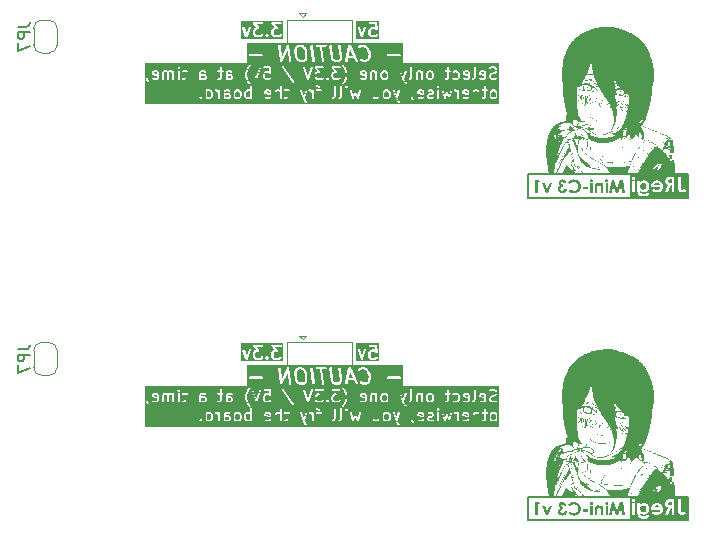
<source format=gbr>
%TF.GenerationSoftware,KiCad,Pcbnew,8.0.4*%
%TF.CreationDate,2024-09-16T11:13:22-03:00*%
%TF.ProjectId,Mini-C3-panelized,4d696e69-2d43-4332-9d70-616e656c697a,rev?*%
%TF.SameCoordinates,Original*%
%TF.FileFunction,Legend,Bot*%
%TF.FilePolarity,Positive*%
%FSLAX46Y46*%
G04 Gerber Fmt 4.6, Leading zero omitted, Abs format (unit mm)*
G04 Created by KiCad (PCBNEW 8.0.4) date 2024-09-16 11:13:22*
%MOMM*%
%LPD*%
G01*
G04 APERTURE LIST*
%ADD10C,0.200000*%
%ADD11C,0.275000*%
%ADD12C,0.150000*%
%ADD13C,0.120000*%
%ADD14C,0.000000*%
G04 APERTURE END LIST*
D10*
X150307500Y-77305000D02*
X163832500Y-77305000D01*
X163832500Y-79305000D01*
X150307500Y-79305000D01*
X150307500Y-77305000D01*
X150307500Y-50005000D02*
X163832500Y-50005000D01*
X163832500Y-52005000D01*
X150307500Y-52005000D01*
X150307500Y-50005000D01*
D11*
G36*
X158298222Y-50450344D02*
G01*
X158091079Y-50450344D01*
X157834234Y-51230016D01*
X157573627Y-50450344D01*
X157369708Y-50450344D01*
X157182178Y-51568000D01*
X157386097Y-51568000D01*
X157505654Y-50862211D01*
X157742081Y-51568000D01*
X157928804Y-51568000D01*
X158162276Y-50862211D01*
X158283982Y-51568000D01*
X158490050Y-51568000D01*
X158298222Y-50450344D01*
G37*
G36*
X156962140Y-50415955D02*
G01*
X156908799Y-50426646D01*
X156868913Y-50453837D01*
X156838516Y-50498636D01*
X156829956Y-50545721D01*
X156842197Y-50600636D01*
X156868644Y-50636531D01*
X156916626Y-50666727D01*
X156960528Y-50673875D01*
X157014498Y-50663108D01*
X157054562Y-50635725D01*
X157084959Y-50590354D01*
X157093518Y-50542766D01*
X157081362Y-50488672D01*
X157055099Y-50453300D01*
X157009595Y-50424160D01*
X156962140Y-50415955D01*
G37*
G36*
X157065577Y-50742654D02*
G01*
X156858703Y-50742654D01*
X156858703Y-51568000D01*
X157065577Y-51568000D01*
X157065577Y-50742654D01*
G37*
G36*
X156674398Y-50742654D02*
G01*
X156468867Y-50742654D01*
X156468867Y-50828896D01*
X156426185Y-50796089D01*
X156378429Y-50765864D01*
X156341519Y-50748296D01*
X156287531Y-50731904D01*
X156232363Y-50725549D01*
X156224918Y-50725459D01*
X156165979Y-50730799D01*
X156111674Y-50746818D01*
X156062004Y-50773517D01*
X156016969Y-50810896D01*
X155982293Y-50857074D01*
X155960997Y-50907398D01*
X155948668Y-50966455D01*
X155945235Y-51025292D01*
X155945235Y-51568000D01*
X156149153Y-51568000D01*
X156149153Y-51208523D01*
X156149783Y-51148959D01*
X156152046Y-51092471D01*
X156157844Y-51034981D01*
X156162318Y-51013471D01*
X156184960Y-50964188D01*
X156208529Y-50939856D01*
X156258260Y-50917585D01*
X156289666Y-50914601D01*
X156344709Y-50923810D01*
X156391959Y-50951438D01*
X156397670Y-50956513D01*
X156431633Y-50999122D01*
X156453684Y-51049739D01*
X156459733Y-51072040D01*
X156466289Y-51127775D01*
X156468430Y-51186840D01*
X156468867Y-51238614D01*
X156468867Y-51568000D01*
X156674398Y-51568000D01*
X156674398Y-50742654D01*
G37*
G36*
X155669314Y-50415955D02*
G01*
X155615973Y-50426646D01*
X155576086Y-50453837D01*
X155545689Y-50498636D01*
X155537130Y-50545721D01*
X155549371Y-50600636D01*
X155575818Y-50636531D01*
X155623800Y-50666727D01*
X155667702Y-50673875D01*
X155721671Y-50663108D01*
X155761735Y-50635725D01*
X155792132Y-50590354D01*
X155800692Y-50542766D01*
X155788536Y-50488672D01*
X155762273Y-50453300D01*
X155716769Y-50424160D01*
X155669314Y-50415955D01*
G37*
G36*
X155772751Y-50742654D02*
G01*
X155565877Y-50742654D01*
X155565877Y-51568000D01*
X155772751Y-51568000D01*
X155772751Y-50742654D01*
G37*
G36*
X155352824Y-51069353D02*
G01*
X154968899Y-51069353D01*
X154968899Y-51258495D01*
X155352824Y-51258495D01*
X155352824Y-51069353D01*
G37*
G36*
X153691386Y-50654800D02*
G01*
X153839422Y-50794775D01*
X153887609Y-50750039D01*
X153937632Y-50712884D01*
X153989493Y-50683313D01*
X154043189Y-50661323D01*
X154098723Y-50646917D01*
X154156092Y-50640092D01*
X154179555Y-50639486D01*
X154237543Y-50643217D01*
X154292017Y-50654410D01*
X154342978Y-50673064D01*
X154390425Y-50699180D01*
X154434358Y-50732759D01*
X154448222Y-50745609D01*
X154485292Y-50787052D01*
X154518846Y-50839819D01*
X154541961Y-50897343D01*
X154553466Y-50950436D01*
X154557301Y-51007023D01*
X154553475Y-51066013D01*
X154541999Y-51121179D01*
X154522872Y-51172519D01*
X154508941Y-51199388D01*
X154474806Y-51248263D01*
X154432853Y-51290105D01*
X154388411Y-51321752D01*
X154372189Y-51331035D01*
X154320917Y-51354153D01*
X154266543Y-51369704D01*
X154209066Y-51377690D01*
X154175793Y-51378858D01*
X154119746Y-51375604D01*
X154066794Y-51365844D01*
X154012123Y-51347593D01*
X154007339Y-51345543D01*
X153958155Y-51319201D01*
X153911332Y-51286341D01*
X153867678Y-51249852D01*
X153839422Y-51223568D01*
X153695954Y-51372678D01*
X153741625Y-51415034D01*
X153786352Y-51452233D01*
X153830134Y-51484275D01*
X153880020Y-51515139D01*
X153928620Y-51538983D01*
X153985359Y-51559201D01*
X154038174Y-51572152D01*
X154093945Y-51580681D01*
X154152674Y-51584788D01*
X154178749Y-51585194D01*
X154242095Y-51582663D01*
X154302503Y-51575069D01*
X154359973Y-51562412D01*
X154414504Y-51544693D01*
X154466097Y-51521910D01*
X154514750Y-51494066D01*
X154560466Y-51461158D01*
X154603243Y-51423188D01*
X154641906Y-51381192D01*
X154675413Y-51336341D01*
X154703766Y-51288636D01*
X154726964Y-51238076D01*
X154745007Y-51184662D01*
X154757894Y-51128393D01*
X154765627Y-51069269D01*
X154768204Y-51007291D01*
X154765560Y-50947027D01*
X154757626Y-50889351D01*
X154744402Y-50834262D01*
X154725889Y-50781762D01*
X154702087Y-50731850D01*
X154692978Y-50715787D01*
X154662491Y-50669697D01*
X154627452Y-50627140D01*
X154587860Y-50588115D01*
X154543716Y-50552622D01*
X154495019Y-50520663D01*
X154477775Y-50510794D01*
X154424428Y-50484407D01*
X154369569Y-50463480D01*
X154313200Y-50448011D01*
X154255319Y-50438002D01*
X154195927Y-50433453D01*
X154175793Y-50433150D01*
X154116100Y-50435914D01*
X154057385Y-50444206D01*
X153999646Y-50458026D01*
X153942884Y-50477375D01*
X153910887Y-50490913D01*
X153856857Y-50518407D01*
X153806194Y-50550580D01*
X153758900Y-50587433D01*
X153714975Y-50628966D01*
X153691386Y-50654800D01*
G37*
G36*
X153345612Y-50742654D02*
G01*
X153548724Y-50742654D01*
X153537255Y-50682725D01*
X153518701Y-50628941D01*
X153493060Y-50581303D01*
X153460333Y-50539810D01*
X153420518Y-50503562D01*
X153369435Y-50470752D01*
X153313363Y-50448149D01*
X153252304Y-50435754D01*
X153205636Y-50433150D01*
X153147929Y-50437212D01*
X153094464Y-50449400D01*
X153038556Y-50473277D01*
X152988189Y-50507768D01*
X152976463Y-50518048D01*
X152935911Y-50562345D01*
X152906946Y-50610604D01*
X152889566Y-50662826D01*
X152883773Y-50719011D01*
X152890468Y-50775648D01*
X152910555Y-50828116D01*
X152924342Y-50850927D01*
X152959743Y-50892449D01*
X153005496Y-50927547D01*
X153041749Y-50947378D01*
X152988282Y-50967854D01*
X152941827Y-50995427D01*
X152898436Y-51034389D01*
X152883504Y-51052427D01*
X152853468Y-51101874D01*
X152834557Y-51156515D01*
X152827048Y-51210134D01*
X152826547Y-51228942D01*
X152830429Y-51283262D01*
X152844771Y-51342600D01*
X152869681Y-51397593D01*
X152905158Y-51448241D01*
X152936969Y-51481757D01*
X152980411Y-51516910D01*
X153028123Y-51544789D01*
X153080104Y-51565396D01*
X153136354Y-51578729D01*
X153196873Y-51584790D01*
X153217995Y-51585194D01*
X153276458Y-51581624D01*
X153330747Y-51570913D01*
X153388807Y-51549392D01*
X153441185Y-51518151D01*
X153481557Y-51483638D01*
X153521709Y-51435593D01*
X153549126Y-51388845D01*
X153570082Y-51336958D01*
X153584577Y-51279934D01*
X153592612Y-51217771D01*
X153593323Y-51206911D01*
X153384031Y-51206911D01*
X153370770Y-51261487D01*
X153345192Y-51312396D01*
X153324118Y-51336408D01*
X153278718Y-51365427D01*
X153223855Y-51378195D01*
X153206442Y-51378858D01*
X153150580Y-51371453D01*
X153099743Y-51346916D01*
X153083930Y-51333990D01*
X153050504Y-51290691D01*
X153035462Y-51235853D01*
X153035033Y-51223837D01*
X153045896Y-51169407D01*
X153078486Y-51122249D01*
X153100856Y-51102937D01*
X153152967Y-51074633D01*
X153205804Y-51059929D01*
X153260478Y-51053246D01*
X153290535Y-51052159D01*
X153290535Y-50863017D01*
X153234970Y-50856704D01*
X153181709Y-50843229D01*
X153176889Y-50841255D01*
X153131564Y-50811450D01*
X153118588Y-50796387D01*
X153098144Y-50745843D01*
X153097632Y-50735937D01*
X153114010Y-50683431D01*
X153129335Y-50666890D01*
X153179507Y-50642724D01*
X153212622Y-50639486D01*
X153266124Y-50650715D01*
X153295102Y-50668233D01*
X153332086Y-50710779D01*
X153345612Y-50742654D01*
G37*
G36*
X152330856Y-50742654D02*
G01*
X152120758Y-50742654D01*
X151913079Y-51229748D01*
X151705936Y-50742654D01*
X151496645Y-50742654D01*
X151846449Y-51568000D01*
X151980245Y-51568000D01*
X152330856Y-50742654D01*
G37*
G36*
X151230127Y-50450344D02*
G01*
X150913637Y-50450344D01*
X150913637Y-51568000D01*
X151123735Y-51568000D01*
X151123735Y-50639486D01*
X151352639Y-50639486D01*
X151230127Y-50450344D01*
G37*
G36*
X160119502Y-78044367D02*
G01*
X160179712Y-78067065D01*
X160232170Y-78104894D01*
X160241732Y-78114275D01*
X160281248Y-78166405D01*
X160306128Y-78226348D01*
X160316373Y-78294106D01*
X160316666Y-78308595D01*
X160310588Y-78373380D01*
X160289577Y-78437292D01*
X160253559Y-78492709D01*
X160239827Y-78507677D01*
X160187958Y-78548700D01*
X160128399Y-78574529D01*
X160061150Y-78585165D01*
X160046777Y-78585468D01*
X159979807Y-78578058D01*
X159915094Y-78552787D01*
X159864403Y-78514251D01*
X159859760Y-78509582D01*
X159820914Y-78457502D01*
X159796456Y-78396120D01*
X159786744Y-78332923D01*
X159786097Y-78310182D01*
X159791974Y-78245394D01*
X159812290Y-78181891D01*
X159847118Y-78127318D01*
X159860396Y-78112688D01*
X159910851Y-78072669D01*
X159969740Y-78047473D01*
X160037063Y-78037098D01*
X160051540Y-78036801D01*
X160119502Y-78044367D01*
G37*
G36*
X161279485Y-78023234D02*
G01*
X161340665Y-78043494D01*
X161391139Y-78073633D01*
X161437575Y-78122848D01*
X161470007Y-78177679D01*
X161480361Y-78199369D01*
X160952650Y-78199369D01*
X160980012Y-78138357D01*
X161022885Y-78087405D01*
X161047904Y-78067283D01*
X161104224Y-78036325D01*
X161166973Y-78019655D01*
X161212377Y-78016480D01*
X161279485Y-78023234D01*
G37*
G36*
X162443068Y-77996159D02*
G01*
X162364324Y-77996159D01*
X162296796Y-77993183D01*
X162230798Y-77980413D01*
X162199534Y-77965678D01*
X162160787Y-77911427D01*
X162154446Y-77863755D01*
X162170496Y-77800404D01*
X162176990Y-77790409D01*
X162227554Y-77749326D01*
X162236683Y-77745639D01*
X162303226Y-77734240D01*
X162367977Y-77732000D01*
X162374167Y-77731986D01*
X162443068Y-77731986D01*
X162443068Y-77996159D01*
G37*
G36*
X163842969Y-79319222D02*
G01*
X158918987Y-79319222D01*
X158918987Y-78809000D01*
X159097405Y-78809000D01*
X159341892Y-78809000D01*
X159341892Y-77833591D01*
X159555898Y-77833591D01*
X159555898Y-78310182D01*
X159555898Y-78659132D01*
X159558317Y-78732379D01*
X159565572Y-78799317D01*
X159580664Y-78871312D01*
X159602722Y-78934221D01*
X159637259Y-78996131D01*
X159654963Y-79018877D01*
X159709597Y-79071859D01*
X159762373Y-79107637D01*
X159821738Y-79135803D01*
X159887692Y-79156356D01*
X159960236Y-79169297D01*
X160039368Y-79174625D01*
X160055985Y-79174778D01*
X160124588Y-79172575D01*
X160194983Y-79164831D01*
X160258194Y-79151511D01*
X160296345Y-79139533D01*
X160359578Y-79111401D01*
X160415682Y-79075465D01*
X160460500Y-79036023D01*
X160502433Y-78985601D01*
X160536111Y-78928201D01*
X160559565Y-78869963D01*
X160290947Y-78869963D01*
X160241176Y-78910796D01*
X160198867Y-78930608D01*
X160133330Y-78946712D01*
X160065828Y-78951247D01*
X159997647Y-78947139D01*
X159931758Y-78931962D01*
X159908023Y-78922035D01*
X159854298Y-78886159D01*
X159823564Y-78846466D01*
X159804989Y-78783360D01*
X159799184Y-78714047D01*
X159798797Y-78686756D01*
X159847839Y-78730439D01*
X159903083Y-78766174D01*
X159933742Y-78780423D01*
X159999005Y-78799958D01*
X160066028Y-78808302D01*
X160093452Y-78809000D01*
X160164666Y-78804043D01*
X160231616Y-78789175D01*
X160294302Y-78764394D01*
X160352723Y-78729700D01*
X160406881Y-78685094D01*
X160423986Y-78668023D01*
X160469738Y-78612522D01*
X160506024Y-78551752D01*
X160532844Y-78485714D01*
X160550198Y-78414407D01*
X160557429Y-78350960D01*
X160557848Y-78336854D01*
X160706892Y-78336854D01*
X160707845Y-78382258D01*
X161491156Y-78382258D01*
X161475088Y-78447647D01*
X161444592Y-78509260D01*
X161400664Y-78560067D01*
X161345218Y-78597668D01*
X161280167Y-78619661D01*
X161212695Y-78626110D01*
X161146691Y-78619661D01*
X161085530Y-78600312D01*
X161029211Y-78568065D01*
X160977733Y-78522918D01*
X160772301Y-78618173D01*
X160812625Y-78668638D01*
X160862545Y-78717014D01*
X160917286Y-78756499D01*
X160956460Y-78777883D01*
X161019839Y-78802748D01*
X161081531Y-78818018D01*
X161148264Y-78826859D01*
X161210790Y-78829321D01*
X161280161Y-78825824D01*
X161345393Y-78815336D01*
X161367537Y-78809000D01*
X161850901Y-78809000D01*
X162123965Y-78809000D01*
X162419572Y-78240011D01*
X162443068Y-78240011D01*
X162443068Y-78809000D01*
X162692953Y-78809000D01*
X162692953Y-78356222D01*
X163004754Y-78356222D01*
X163005914Y-78429524D01*
X163009397Y-78494163D01*
X163016395Y-78558627D01*
X163030036Y-78624186D01*
X163037775Y-78647066D01*
X163068569Y-78704919D01*
X163111419Y-78753216D01*
X163146683Y-78780106D01*
X163207884Y-78810096D01*
X163271516Y-78825428D01*
X163328937Y-78829321D01*
X163395141Y-78824693D01*
X163458213Y-78810809D01*
X163518153Y-78787670D01*
X163574962Y-78755275D01*
X163628639Y-78713624D01*
X163679184Y-78662718D01*
X163698525Y-78639764D01*
X163518176Y-78471798D01*
X163472405Y-78519412D01*
X163421564Y-78559536D01*
X163416254Y-78562607D01*
X163354815Y-78584040D01*
X163334970Y-78585468D01*
X163277817Y-78555887D01*
X163275277Y-78551812D01*
X163259359Y-78488073D01*
X163255764Y-78423997D01*
X163255591Y-78403214D01*
X163255591Y-77488134D01*
X163004754Y-77488134D01*
X163004754Y-78356222D01*
X162692953Y-78356222D01*
X162692953Y-77488134D01*
X162427827Y-77488134D01*
X162362822Y-77489080D01*
X162292899Y-77492711D01*
X162222468Y-77500391D01*
X162156673Y-77513707D01*
X162117615Y-77526871D01*
X162058188Y-77559325D01*
X162007391Y-77603860D01*
X161968700Y-77654830D01*
X161939063Y-77713986D01*
X161920403Y-77779529D01*
X161912993Y-77843980D01*
X161912562Y-77863755D01*
X161912500Y-77866613D01*
X161917422Y-77935607D01*
X161932190Y-77997919D01*
X161960147Y-78059320D01*
X161974733Y-78081571D01*
X162019600Y-78131456D01*
X162076809Y-78173154D01*
X162138848Y-78203684D01*
X162161749Y-78212387D01*
X161850901Y-78809000D01*
X161367537Y-78809000D01*
X161406485Y-78797856D01*
X161474332Y-78767650D01*
X161536218Y-78727375D01*
X161583236Y-78686121D01*
X161632009Y-78629757D01*
X161670691Y-78568303D01*
X161699283Y-78501758D01*
X161717783Y-78430124D01*
X161725491Y-78366540D01*
X161726753Y-78326693D01*
X161723257Y-78259371D01*
X161712768Y-78195724D01*
X161690953Y-78124198D01*
X161659069Y-78057962D01*
X161617116Y-77997018D01*
X161583553Y-77959327D01*
X161527189Y-77909691D01*
X161465735Y-77870324D01*
X161399191Y-77841227D01*
X161327556Y-77822399D01*
X161263972Y-77814554D01*
X161224125Y-77813270D01*
X161154480Y-77816782D01*
X161089020Y-77827317D01*
X161027746Y-77844875D01*
X160959743Y-77875215D01*
X160897768Y-77915668D01*
X160850727Y-77957105D01*
X160801846Y-78014280D01*
X160763078Y-78077930D01*
X160734423Y-78148053D01*
X160721345Y-78199369D01*
X160718270Y-78211436D01*
X160709140Y-78279314D01*
X160706892Y-78336854D01*
X160557848Y-78336854D01*
X160558613Y-78311135D01*
X160555124Y-78241125D01*
X160544659Y-78175564D01*
X160527218Y-78114453D01*
X160497078Y-78046994D01*
X160456893Y-77985941D01*
X160415730Y-77939959D01*
X160365398Y-77896905D01*
X160311561Y-77862758D01*
X160244320Y-77834179D01*
X160172309Y-77817724D01*
X160106788Y-77813270D01*
X160040200Y-77818196D01*
X159976652Y-77832974D01*
X159948347Y-77843117D01*
X159887669Y-77873502D01*
X159831566Y-77912899D01*
X159798797Y-77940912D01*
X159798797Y-77833591D01*
X159555898Y-77833591D01*
X159341892Y-77833591D01*
X159097405Y-77833591D01*
X159097405Y-78809000D01*
X158918987Y-78809000D01*
X158918987Y-77600852D01*
X159063431Y-77600852D01*
X159077898Y-77665752D01*
X159109153Y-77708173D01*
X159165860Y-77743860D01*
X159217744Y-77752307D01*
X159281526Y-77739582D01*
X159328874Y-77707220D01*
X159364798Y-77653601D01*
X159374914Y-77597360D01*
X159360548Y-77533431D01*
X159329509Y-77491627D01*
X159275732Y-77457190D01*
X159219649Y-77447492D01*
X159156610Y-77460127D01*
X159109471Y-77492262D01*
X159073547Y-77545206D01*
X159063431Y-77600852D01*
X158918987Y-77600852D01*
X158918987Y-77303048D01*
X163842969Y-77303048D01*
X163842969Y-79319222D01*
G37*
D12*
G36*
X123398909Y-42992410D02*
G01*
X123429316Y-43022817D01*
X123463574Y-43091333D01*
X123463574Y-43341637D01*
X123429315Y-43410153D01*
X123398908Y-43440561D01*
X123330393Y-43474819D01*
X123175327Y-43474819D01*
X123137384Y-43455847D01*
X123137384Y-42977123D01*
X123175327Y-42958152D01*
X123330393Y-42958152D01*
X123398909Y-42992410D01*
G37*
G36*
X124661622Y-43241203D02*
G01*
X124664311Y-43241394D01*
X124666800Y-43242425D01*
X124681432Y-43243866D01*
X124901822Y-43243866D01*
X124958863Y-43272386D01*
X124987384Y-43329428D01*
X124987384Y-43389256D01*
X124958863Y-43446298D01*
X124901822Y-43474819D01*
X124699137Y-43474819D01*
X124661194Y-43455847D01*
X124661194Y-43241039D01*
X124661622Y-43241203D01*
G37*
G36*
X125827481Y-42992410D02*
G01*
X125857888Y-43022817D01*
X125892146Y-43091333D01*
X125892146Y-43341637D01*
X125857887Y-43410153D01*
X125827480Y-43440561D01*
X125758965Y-43474819D01*
X125651518Y-43474819D01*
X125583002Y-43440561D01*
X125552595Y-43410153D01*
X125518337Y-43341637D01*
X125518337Y-43091333D01*
X125552595Y-43022817D01*
X125583002Y-42992410D01*
X125651518Y-42958152D01*
X125758965Y-42958152D01*
X125827481Y-42992410D01*
G37*
G36*
X126749289Y-42977123D02*
G01*
X126749289Y-43455847D01*
X126711346Y-43474819D01*
X126556280Y-43474819D01*
X126487764Y-43440561D01*
X126457357Y-43410153D01*
X126423099Y-43341637D01*
X126423099Y-43091333D01*
X126457357Y-43022817D01*
X126487764Y-42992410D01*
X126556280Y-42958152D01*
X126711346Y-42958152D01*
X126749289Y-42977123D01*
G37*
G36*
X128387435Y-42986672D02*
G01*
X128415956Y-43043714D01*
X128415956Y-43124999D01*
X128089766Y-43059761D01*
X128089766Y-43043714D01*
X128118286Y-42986672D01*
X128175328Y-42958152D01*
X128330394Y-42958152D01*
X128387435Y-42986672D01*
G37*
G36*
X138446532Y-42992410D02*
G01*
X138476939Y-43022817D01*
X138511197Y-43091333D01*
X138511197Y-43341637D01*
X138476938Y-43410153D01*
X138446531Y-43440561D01*
X138378016Y-43474819D01*
X138270569Y-43474819D01*
X138202053Y-43440561D01*
X138171646Y-43410153D01*
X138137388Y-43341637D01*
X138137388Y-43091333D01*
X138171646Y-43022817D01*
X138202053Y-42992410D01*
X138270569Y-42958152D01*
X138378016Y-42958152D01*
X138446532Y-42992410D01*
G37*
G36*
X141339819Y-42986672D02*
G01*
X141368340Y-43043714D01*
X141368340Y-43124999D01*
X141042150Y-43059761D01*
X141042150Y-43043714D01*
X141070670Y-42986672D01*
X141127712Y-42958152D01*
X141282778Y-42958152D01*
X141339819Y-42986672D01*
G37*
G36*
X145149343Y-42986672D02*
G01*
X145177864Y-43043714D01*
X145177864Y-43124999D01*
X144851674Y-43059761D01*
X144851674Y-43043714D01*
X144880194Y-42986672D01*
X144937236Y-42958152D01*
X145092302Y-42958152D01*
X145149343Y-42986672D01*
G37*
G36*
X147494152Y-42992410D02*
G01*
X147524559Y-43022817D01*
X147558817Y-43091333D01*
X147558817Y-43341637D01*
X147524558Y-43410153D01*
X147494151Y-43440561D01*
X147425636Y-43474819D01*
X147318189Y-43474819D01*
X147249673Y-43440561D01*
X147219266Y-43410153D01*
X147185008Y-43341637D01*
X147185008Y-43091333D01*
X147219266Y-43022817D01*
X147249673Y-42992410D01*
X147318189Y-42958152D01*
X147425636Y-42958152D01*
X147494152Y-42992410D01*
G37*
G36*
X118863624Y-41376728D02*
G01*
X118892145Y-41433770D01*
X118892145Y-41515055D01*
X118565955Y-41449817D01*
X118565955Y-41433770D01*
X118594475Y-41376728D01*
X118651517Y-41348208D01*
X118806583Y-41348208D01*
X118863624Y-41376728D01*
G37*
G36*
X122614002Y-41631259D02*
G01*
X122616691Y-41631450D01*
X122619180Y-41632481D01*
X122633812Y-41633922D01*
X122854202Y-41633922D01*
X122911243Y-41662442D01*
X122939764Y-41719484D01*
X122939764Y-41779312D01*
X122911243Y-41836354D01*
X122854202Y-41864875D01*
X122651517Y-41864875D01*
X122613574Y-41845903D01*
X122613574Y-41631095D01*
X122614002Y-41631259D01*
G37*
G36*
X124852098Y-41631259D02*
G01*
X124854787Y-41631450D01*
X124857276Y-41632481D01*
X124871908Y-41633922D01*
X125092298Y-41633922D01*
X125149339Y-41662442D01*
X125177860Y-41719484D01*
X125177860Y-41779312D01*
X125149339Y-41836354D01*
X125092298Y-41864875D01*
X124889613Y-41864875D01*
X124851670Y-41845903D01*
X124851670Y-41631095D01*
X124852098Y-41631259D01*
G37*
G36*
X136482674Y-41376728D02*
G01*
X136511195Y-41433770D01*
X136511195Y-41515055D01*
X136185005Y-41449817D01*
X136185005Y-41433770D01*
X136213525Y-41376728D01*
X136270567Y-41348208D01*
X136425633Y-41348208D01*
X136482674Y-41376728D01*
G37*
G36*
X138256054Y-41382466D02*
G01*
X138286461Y-41412873D01*
X138320719Y-41481389D01*
X138320719Y-41731693D01*
X138286460Y-41800209D01*
X138256053Y-41830617D01*
X138187538Y-41864875D01*
X138080091Y-41864875D01*
X138011575Y-41830617D01*
X137981168Y-41800209D01*
X137946910Y-41731693D01*
X137946910Y-41481389D01*
X137981168Y-41412873D01*
X138011575Y-41382466D01*
X138080091Y-41348208D01*
X138187538Y-41348208D01*
X138256054Y-41382466D01*
G37*
G36*
X142113198Y-41382466D02*
G01*
X142143605Y-41412873D01*
X142177863Y-41481389D01*
X142177863Y-41731693D01*
X142143604Y-41800209D01*
X142113197Y-41830617D01*
X142044682Y-41864875D01*
X141937235Y-41864875D01*
X141868719Y-41830617D01*
X141838312Y-41800209D01*
X141804054Y-41731693D01*
X141804054Y-41481389D01*
X141838312Y-41412873D01*
X141868719Y-41382466D01*
X141937235Y-41348208D01*
X142044682Y-41348208D01*
X142113198Y-41382466D01*
G37*
G36*
X145196962Y-41376728D02*
G01*
X145225483Y-41433770D01*
X145225483Y-41515055D01*
X144899293Y-41449817D01*
X144899293Y-41433770D01*
X144927813Y-41376728D01*
X144984855Y-41348208D01*
X145139921Y-41348208D01*
X145196962Y-41376728D01*
G37*
G36*
X146577915Y-41376728D02*
G01*
X146606436Y-41433770D01*
X146606436Y-41515055D01*
X146280246Y-41449817D01*
X146280246Y-41433770D01*
X146308766Y-41376728D01*
X146365808Y-41348208D01*
X146520874Y-41348208D01*
X146577915Y-41376728D01*
G37*
G36*
X147819928Y-44068674D02*
G01*
X117828653Y-44068674D01*
X117828653Y-43487569D01*
X122465015Y-43487569D01*
X122465015Y-43516832D01*
X122472247Y-43534291D01*
X122476214Y-43543868D01*
X122485541Y-43555233D01*
X122533160Y-43602852D01*
X122544525Y-43612179D01*
X122571561Y-43623378D01*
X122571562Y-43623378D01*
X122600824Y-43623378D01*
X122600825Y-43623378D01*
X122627861Y-43612179D01*
X122639226Y-43602852D01*
X122686845Y-43555233D01*
X122696172Y-43543868D01*
X122707371Y-43516832D01*
X122707371Y-43487569D01*
X122706167Y-43484662D01*
X122696173Y-43460533D01*
X122686845Y-43449167D01*
X122639227Y-43401548D01*
X122627861Y-43392220D01*
X122627860Y-43392219D01*
X122612023Y-43385659D01*
X122600825Y-43381021D01*
X122600824Y-43381021D01*
X122571561Y-43381021D01*
X122560363Y-43385659D01*
X122544526Y-43392219D01*
X122544525Y-43392220D01*
X122533159Y-43401548D01*
X122485540Y-43449168D01*
X122476213Y-43460533D01*
X122465015Y-43487569D01*
X117828653Y-43487569D01*
X117828653Y-42549819D01*
X122987384Y-42549819D01*
X122987384Y-43549819D01*
X122988825Y-43564451D01*
X123000024Y-43591487D01*
X123020716Y-43612179D01*
X123047752Y-43623378D01*
X123077016Y-43623378D01*
X123104052Y-43612179D01*
X123107580Y-43608650D01*
X123124081Y-43616901D01*
X123137812Y-43622156D01*
X123140501Y-43622347D01*
X123142990Y-43623378D01*
X123157622Y-43624819D01*
X123348098Y-43624819D01*
X123362730Y-43623378D01*
X123365219Y-43622346D01*
X123367907Y-43622156D01*
X123381639Y-43616901D01*
X123476877Y-43569282D01*
X123483176Y-43565317D01*
X123485004Y-43564560D01*
X123487060Y-43562872D01*
X123489320Y-43561450D01*
X123490620Y-43559950D01*
X123496370Y-43555232D01*
X123543988Y-43507613D01*
X123548706Y-43501863D01*
X123550205Y-43500564D01*
X123551626Y-43498305D01*
X123553316Y-43496247D01*
X123554073Y-43494417D01*
X123558037Y-43488121D01*
X123605656Y-43392883D01*
X123610911Y-43379152D01*
X123611102Y-43376462D01*
X123612133Y-43373974D01*
X123613574Y-43359342D01*
X123613574Y-43073628D01*
X123612133Y-43058996D01*
X123611102Y-43056507D01*
X123610911Y-43053818D01*
X123605656Y-43040087D01*
X123558037Y-42944849D01*
X123554072Y-42938549D01*
X123553315Y-42936722D01*
X123551626Y-42934665D01*
X123550205Y-42932406D01*
X123548706Y-42931106D01*
X123543988Y-42925357D01*
X123496369Y-42877738D01*
X123490619Y-42873019D01*
X123489320Y-42871521D01*
X123487060Y-42870099D01*
X123485137Y-42868520D01*
X123750730Y-42868520D01*
X123750730Y-42897784D01*
X123761929Y-42924820D01*
X123782621Y-42945512D01*
X123809657Y-42956711D01*
X123824289Y-42958152D01*
X123901822Y-42958152D01*
X123970338Y-42992410D01*
X124000745Y-43022817D01*
X124035003Y-43091333D01*
X124035003Y-43549819D01*
X124036444Y-43564451D01*
X124047643Y-43591487D01*
X124068335Y-43612179D01*
X124095371Y-43623378D01*
X124124635Y-43623378D01*
X124151671Y-43612179D01*
X124172363Y-43591487D01*
X124183562Y-43564451D01*
X124185003Y-43549819D01*
X124185003Y-43026009D01*
X124511194Y-43026009D01*
X124511194Y-43549819D01*
X124512635Y-43564451D01*
X124523834Y-43591487D01*
X124544526Y-43612179D01*
X124571562Y-43623378D01*
X124600826Y-43623378D01*
X124627862Y-43612179D01*
X124631390Y-43608650D01*
X124647891Y-43616901D01*
X124661622Y-43622156D01*
X124664311Y-43622347D01*
X124666800Y-43623378D01*
X124681432Y-43624819D01*
X124919527Y-43624819D01*
X124934159Y-43623378D01*
X124936648Y-43622346D01*
X124939336Y-43622156D01*
X124953068Y-43616901D01*
X125048306Y-43569282D01*
X125050753Y-43567741D01*
X125051907Y-43567357D01*
X125053343Y-43566111D01*
X125060749Y-43561450D01*
X125066910Y-43554345D01*
X125074015Y-43548184D01*
X125078676Y-43540778D01*
X125079922Y-43539342D01*
X125080306Y-43538188D01*
X125081847Y-43535741D01*
X125129466Y-43440502D01*
X125134721Y-43426770D01*
X125134911Y-43424082D01*
X125135943Y-43421593D01*
X125137384Y-43406961D01*
X125137384Y-43311723D01*
X125135943Y-43297091D01*
X125134912Y-43294602D01*
X125134721Y-43291913D01*
X125129466Y-43278182D01*
X125081847Y-43182944D01*
X125080306Y-43180496D01*
X125079922Y-43179343D01*
X125078676Y-43177906D01*
X125074015Y-43170501D01*
X125066910Y-43164339D01*
X125060749Y-43157235D01*
X125053343Y-43152573D01*
X125051907Y-43151328D01*
X125050753Y-43150943D01*
X125048306Y-43149403D01*
X124953068Y-43101784D01*
X124939336Y-43096529D01*
X124936648Y-43096338D01*
X124934159Y-43095307D01*
X124919527Y-43093866D01*
X124699137Y-43093866D01*
X124661194Y-43074894D01*
X124661194Y-43073628D01*
X125368337Y-43073628D01*
X125368337Y-43359342D01*
X125369778Y-43373974D01*
X125370809Y-43376463D01*
X125371000Y-43379151D01*
X125376255Y-43392883D01*
X125423874Y-43488121D01*
X125427837Y-43494417D01*
X125428595Y-43496247D01*
X125430284Y-43498305D01*
X125431706Y-43500564D01*
X125433204Y-43501863D01*
X125437922Y-43507612D01*
X125485541Y-43555232D01*
X125491290Y-43559950D01*
X125492591Y-43561450D01*
X125494850Y-43562872D01*
X125496907Y-43564560D01*
X125498734Y-43565317D01*
X125505034Y-43569282D01*
X125600272Y-43616901D01*
X125614003Y-43622156D01*
X125616692Y-43622347D01*
X125619181Y-43623378D01*
X125633813Y-43624819D01*
X125776670Y-43624819D01*
X125791302Y-43623378D01*
X125793791Y-43622346D01*
X125796479Y-43622156D01*
X125810211Y-43616901D01*
X125905449Y-43569282D01*
X125911748Y-43565317D01*
X125913576Y-43564560D01*
X125915632Y-43562872D01*
X125917892Y-43561450D01*
X125919192Y-43559950D01*
X125924942Y-43555232D01*
X125972560Y-43507613D01*
X125977278Y-43501863D01*
X125978777Y-43500564D01*
X125980198Y-43498305D01*
X125981888Y-43496247D01*
X125982645Y-43494417D01*
X125986609Y-43488121D01*
X126034228Y-43392883D01*
X126039483Y-43379152D01*
X126039674Y-43376462D01*
X126040705Y-43373974D01*
X126042146Y-43359342D01*
X126042146Y-43073628D01*
X126273099Y-43073628D01*
X126273099Y-43359342D01*
X126274540Y-43373974D01*
X126275571Y-43376463D01*
X126275762Y-43379151D01*
X126281017Y-43392883D01*
X126328636Y-43488121D01*
X126332599Y-43494417D01*
X126333357Y-43496247D01*
X126335046Y-43498305D01*
X126336468Y-43500564D01*
X126337966Y-43501863D01*
X126342684Y-43507612D01*
X126390303Y-43555232D01*
X126396052Y-43559950D01*
X126397353Y-43561450D01*
X126399612Y-43562872D01*
X126401669Y-43564560D01*
X126403496Y-43565317D01*
X126409796Y-43569282D01*
X126505034Y-43616901D01*
X126518765Y-43622156D01*
X126521454Y-43622347D01*
X126523943Y-43623378D01*
X126538575Y-43624819D01*
X126729051Y-43624819D01*
X126743683Y-43623378D01*
X126746172Y-43622346D01*
X126748860Y-43622156D01*
X126762592Y-43616901D01*
X126779092Y-43608650D01*
X126782621Y-43612179D01*
X126809657Y-43623378D01*
X126838921Y-43623378D01*
X126865957Y-43612179D01*
X126886649Y-43591487D01*
X126897848Y-43564451D01*
X126899289Y-43549819D01*
X126899289Y-43026009D01*
X127939766Y-43026009D01*
X127939766Y-43121247D01*
X127941207Y-43135879D01*
X127944018Y-43142667D01*
X127945445Y-43149876D01*
X127949564Y-43156055D01*
X127952406Y-43162915D01*
X127957601Y-43168110D01*
X127961677Y-43174224D01*
X127967847Y-43178356D01*
X127973098Y-43183607D01*
X127979886Y-43186418D01*
X127985992Y-43190508D01*
X128000057Y-43194791D01*
X128415956Y-43277969D01*
X128415956Y-43389256D01*
X128387435Y-43446298D01*
X128330394Y-43474819D01*
X128175328Y-43474819D01*
X128095926Y-43435118D01*
X128082194Y-43429863D01*
X128053004Y-43427789D01*
X128025243Y-43437043D01*
X128003135Y-43456216D01*
X127990048Y-43482391D01*
X127987974Y-43511581D01*
X127997228Y-43539342D01*
X128016401Y-43561450D01*
X128028844Y-43569282D01*
X128124082Y-43616901D01*
X128137813Y-43622156D01*
X128140502Y-43622347D01*
X128142991Y-43623378D01*
X128157623Y-43624819D01*
X128348099Y-43624819D01*
X128362731Y-43623378D01*
X128365220Y-43622346D01*
X128367908Y-43622156D01*
X128381640Y-43616901D01*
X128476878Y-43569282D01*
X128479325Y-43567741D01*
X128480479Y-43567357D01*
X128481915Y-43566111D01*
X128489321Y-43561450D01*
X128495482Y-43554345D01*
X128502587Y-43548184D01*
X128507248Y-43540778D01*
X128508494Y-43539342D01*
X128508878Y-43538188D01*
X128510419Y-43535741D01*
X128558038Y-43440502D01*
X128563293Y-43426770D01*
X128563483Y-43424082D01*
X128564515Y-43421593D01*
X128565956Y-43406961D01*
X128565956Y-43026009D01*
X128844528Y-43026009D01*
X128844528Y-43549819D01*
X128845969Y-43564451D01*
X128857168Y-43591487D01*
X128877860Y-43612179D01*
X128904896Y-43623378D01*
X128934160Y-43623378D01*
X128961196Y-43612179D01*
X128981888Y-43591487D01*
X128993087Y-43564451D01*
X128994528Y-43549819D01*
X128994528Y-43043714D01*
X129023048Y-42986672D01*
X129080090Y-42958152D01*
X129187537Y-42958152D01*
X129256053Y-42992410D01*
X129273099Y-43009456D01*
X129273099Y-43549819D01*
X129274540Y-43564451D01*
X129285739Y-43591487D01*
X129306431Y-43612179D01*
X129333467Y-43623378D01*
X129362731Y-43623378D01*
X129389767Y-43612179D01*
X129410459Y-43591487D01*
X129421658Y-43564451D01*
X129423099Y-43549819D01*
X129423099Y-42868520D01*
X129607874Y-42868520D01*
X129607874Y-42897784D01*
X129619073Y-42924820D01*
X129639765Y-42945512D01*
X129666801Y-42956711D01*
X129681433Y-42958152D01*
X129844528Y-42958152D01*
X129844528Y-43389256D01*
X129816007Y-43446298D01*
X129758966Y-43474819D01*
X129681433Y-43474819D01*
X129666801Y-43476260D01*
X129639765Y-43487459D01*
X129619073Y-43508151D01*
X129607874Y-43535187D01*
X129607874Y-43564451D01*
X129619073Y-43591487D01*
X129639765Y-43612179D01*
X129666801Y-43623378D01*
X129681433Y-43624819D01*
X129776671Y-43624819D01*
X129791303Y-43623378D01*
X129793792Y-43622346D01*
X129796480Y-43622156D01*
X129810212Y-43616901D01*
X129905450Y-43569282D01*
X129907897Y-43567741D01*
X129909051Y-43567357D01*
X129910487Y-43566111D01*
X129917893Y-43561450D01*
X129924054Y-43554345D01*
X129931159Y-43548184D01*
X129935820Y-43540778D01*
X129937066Y-43539342D01*
X129937450Y-43538188D01*
X129938991Y-43535741D01*
X129986610Y-43440502D01*
X129991865Y-43426770D01*
X129992055Y-43424082D01*
X129993087Y-43421593D01*
X129994528Y-43406961D01*
X129994528Y-42958152D01*
X130062385Y-42958152D01*
X130077017Y-42956711D01*
X130104053Y-42945512D01*
X130124745Y-42924820D01*
X130135944Y-42897784D01*
X130135944Y-42894113D01*
X130988191Y-42894113D01*
X130991755Y-42908377D01*
X131229850Y-43575044D01*
X131230452Y-43576319D01*
X131230845Y-43577673D01*
X131326083Y-43815768D01*
X131332855Y-43828818D01*
X131333180Y-43829151D01*
X131333359Y-43829582D01*
X131342686Y-43840947D01*
X131390305Y-43888566D01*
X131396054Y-43893284D01*
X131397354Y-43894783D01*
X131399613Y-43896204D01*
X131401670Y-43897893D01*
X131403497Y-43898650D01*
X131409797Y-43902615D01*
X131505035Y-43950234D01*
X131518766Y-43955489D01*
X131547956Y-43957563D01*
X131575718Y-43948309D01*
X131597825Y-43929136D01*
X131610913Y-43902961D01*
X131612987Y-43873771D01*
X131603733Y-43846010D01*
X131584560Y-43823902D01*
X131572117Y-43816070D01*
X131487765Y-43773894D01*
X131459637Y-43745766D01*
X131380657Y-43548316D01*
X131609207Y-42908377D01*
X131612771Y-42894113D01*
X131611498Y-42868520D01*
X131703113Y-42868520D01*
X131703113Y-42897784D01*
X131714312Y-42924820D01*
X131735004Y-42945512D01*
X131762040Y-42956711D01*
X131776672Y-42958152D01*
X131854205Y-42958152D01*
X131922721Y-42992410D01*
X131953128Y-43022817D01*
X131987386Y-43091333D01*
X131987386Y-43549819D01*
X131988827Y-43564451D01*
X132000026Y-43591487D01*
X132020718Y-43612179D01*
X132047754Y-43623378D01*
X132077018Y-43623378D01*
X132104054Y-43612179D01*
X132124746Y-43591487D01*
X132135945Y-43564451D01*
X132137386Y-43549819D01*
X132137386Y-42883152D01*
X132135945Y-42868520D01*
X132124746Y-42841484D01*
X132104054Y-42820792D01*
X132077018Y-42809593D01*
X132047754Y-42809593D01*
X132020718Y-42820792D01*
X132000026Y-42841484D01*
X131992520Y-42859604D01*
X131905451Y-42816070D01*
X131891719Y-42810815D01*
X131889031Y-42810624D01*
X131886542Y-42809593D01*
X131871910Y-42808152D01*
X131776672Y-42808152D01*
X131762040Y-42809593D01*
X131735004Y-42820792D01*
X131714312Y-42841484D01*
X131703113Y-42868520D01*
X131611498Y-42868520D01*
X131611317Y-42864886D01*
X131598790Y-42838440D01*
X131577096Y-42818800D01*
X131549537Y-42808957D01*
X131520309Y-42810411D01*
X131493863Y-42822938D01*
X131474224Y-42844632D01*
X131467945Y-42857927D01*
X131300481Y-43326826D01*
X131133017Y-42857927D01*
X131126738Y-42844632D01*
X131107099Y-42822938D01*
X131080653Y-42810411D01*
X131051425Y-42808957D01*
X131023866Y-42818800D01*
X131002172Y-42838439D01*
X130989645Y-42864885D01*
X130988191Y-42894113D01*
X130135944Y-42894113D01*
X130135944Y-42868520D01*
X130124745Y-42841484D01*
X130104053Y-42820792D01*
X130077017Y-42809593D01*
X130062385Y-42808152D01*
X129994528Y-42808152D01*
X129994528Y-42549819D01*
X129993087Y-42535187D01*
X132322161Y-42535187D01*
X132322161Y-42564451D01*
X132333360Y-42591487D01*
X132354052Y-42612179D01*
X132381088Y-42623378D01*
X132395720Y-42624819D01*
X132473253Y-42624819D01*
X132530294Y-42653339D01*
X132558815Y-42710381D01*
X132558815Y-42808152D01*
X132395720Y-42808152D01*
X132381088Y-42809593D01*
X132354052Y-42820792D01*
X132333360Y-42841484D01*
X132322161Y-42868520D01*
X132322161Y-42897784D01*
X132333360Y-42924820D01*
X132354052Y-42945512D01*
X132381088Y-42956711D01*
X132395720Y-42958152D01*
X132558815Y-42958152D01*
X132558815Y-43549819D01*
X132560256Y-43564451D01*
X132571455Y-43591487D01*
X132592147Y-43612179D01*
X132619183Y-43623378D01*
X132648447Y-43623378D01*
X132675483Y-43612179D01*
X132696175Y-43591487D01*
X132707374Y-43564451D01*
X132708815Y-43549819D01*
X132708815Y-43540438D01*
X133702262Y-43540438D01*
X133704336Y-43569628D01*
X133717423Y-43595803D01*
X133739531Y-43614976D01*
X133767292Y-43624230D01*
X133796482Y-43622156D01*
X133810214Y-43616901D01*
X133905452Y-43569282D01*
X133907899Y-43567741D01*
X133909053Y-43567357D01*
X133910489Y-43566111D01*
X133917895Y-43561450D01*
X133924056Y-43554345D01*
X133931161Y-43548184D01*
X133935822Y-43540778D01*
X133936117Y-43540438D01*
X134226072Y-43540438D01*
X134228146Y-43569628D01*
X134241233Y-43595803D01*
X134263341Y-43614976D01*
X134291102Y-43624230D01*
X134320292Y-43622156D01*
X134334024Y-43616901D01*
X134429262Y-43569282D01*
X134431709Y-43567741D01*
X134432863Y-43567357D01*
X134434299Y-43566111D01*
X134441705Y-43561450D01*
X134447866Y-43554345D01*
X134454971Y-43548184D01*
X134459632Y-43540778D01*
X134460878Y-43539342D01*
X134461262Y-43538188D01*
X134462803Y-43535741D01*
X134510422Y-43440502D01*
X134515677Y-43426770D01*
X134515867Y-43424082D01*
X134516899Y-43421593D01*
X134518340Y-43406961D01*
X134518340Y-42883152D01*
X134844530Y-42883152D01*
X134844530Y-43549819D01*
X134845971Y-43564451D01*
X134857170Y-43591487D01*
X134877862Y-43612179D01*
X134904898Y-43623378D01*
X134934162Y-43623378D01*
X134961198Y-43612179D01*
X134981890Y-43591487D01*
X134993089Y-43564451D01*
X134994530Y-43549819D01*
X134994530Y-42889291D01*
X135225735Y-42889291D01*
X135228369Y-42903756D01*
X135418845Y-43570423D01*
X135424250Y-43584096D01*
X135427225Y-43587843D01*
X135429111Y-43592244D01*
X135436248Y-43599209D01*
X135442445Y-43607015D01*
X135446626Y-43609338D01*
X135450054Y-43612683D01*
X135459313Y-43616386D01*
X135468026Y-43621227D01*
X135472780Y-43621773D01*
X135477225Y-43623551D01*
X135487195Y-43623429D01*
X135497098Y-43624567D01*
X135501699Y-43623252D01*
X135506487Y-43623194D01*
X135515652Y-43619265D01*
X135525236Y-43616528D01*
X135528983Y-43613552D01*
X135533384Y-43611667D01*
X135540349Y-43604529D01*
X135548155Y-43598333D01*
X135550478Y-43594151D01*
X135553823Y-43590724D01*
X135560595Y-43577673D01*
X135681435Y-43275572D01*
X135802275Y-43577673D01*
X135809047Y-43590723D01*
X135812390Y-43594148D01*
X135814715Y-43598333D01*
X135822524Y-43604532D01*
X135829486Y-43611666D01*
X135833884Y-43613551D01*
X135837634Y-43616528D01*
X135847219Y-43619266D01*
X135856383Y-43623194D01*
X135861170Y-43623252D01*
X135865772Y-43624567D01*
X135875674Y-43623429D01*
X135885645Y-43623551D01*
X135890088Y-43621773D01*
X135894844Y-43621227D01*
X135903562Y-43616383D01*
X135912815Y-43612682D01*
X135916239Y-43609340D01*
X135920425Y-43607015D01*
X135926623Y-43599206D01*
X135933759Y-43592244D01*
X135935644Y-43587843D01*
X135938620Y-43584096D01*
X135944025Y-43570423D01*
X136134501Y-42903756D01*
X136137135Y-42889291D01*
X136136430Y-42883152D01*
X137130245Y-42883152D01*
X137130245Y-43549819D01*
X137131686Y-43564451D01*
X137142885Y-43591487D01*
X137163577Y-43612179D01*
X137190613Y-43623378D01*
X137219877Y-43623378D01*
X137246913Y-43612179D01*
X137266314Y-43592777D01*
X137314561Y-43616901D01*
X137328292Y-43622156D01*
X137330981Y-43622347D01*
X137333470Y-43623378D01*
X137348102Y-43624819D01*
X137490959Y-43624819D01*
X137505591Y-43623378D01*
X137508080Y-43622346D01*
X137510768Y-43622156D01*
X137524500Y-43616901D01*
X137619738Y-43569282D01*
X137622185Y-43567741D01*
X137623339Y-43567357D01*
X137624775Y-43566111D01*
X137632181Y-43561450D01*
X137638342Y-43554345D01*
X137645447Y-43548184D01*
X137650108Y-43540778D01*
X137651354Y-43539342D01*
X137651738Y-43538188D01*
X137653279Y-43535741D01*
X137700898Y-43440502D01*
X137706153Y-43426770D01*
X137706343Y-43424082D01*
X137707375Y-43421593D01*
X137708816Y-43406961D01*
X137708816Y-43073628D01*
X137987388Y-43073628D01*
X137987388Y-43359342D01*
X137988829Y-43373974D01*
X137989860Y-43376463D01*
X137990051Y-43379151D01*
X137995306Y-43392883D01*
X138042925Y-43488121D01*
X138046888Y-43494417D01*
X138047646Y-43496247D01*
X138049335Y-43498305D01*
X138050757Y-43500564D01*
X138052255Y-43501863D01*
X138056973Y-43507612D01*
X138104592Y-43555232D01*
X138110341Y-43559950D01*
X138111642Y-43561450D01*
X138113901Y-43562872D01*
X138115958Y-43564560D01*
X138117785Y-43565317D01*
X138124085Y-43569282D01*
X138219323Y-43616901D01*
X138233054Y-43622156D01*
X138235743Y-43622347D01*
X138238232Y-43623378D01*
X138252864Y-43624819D01*
X138395721Y-43624819D01*
X138410353Y-43623378D01*
X138412842Y-43622346D01*
X138415530Y-43622156D01*
X138429262Y-43616901D01*
X138524500Y-43569282D01*
X138530799Y-43565317D01*
X138532627Y-43564560D01*
X138534683Y-43562872D01*
X138536943Y-43561450D01*
X138538243Y-43559950D01*
X138543993Y-43555232D01*
X138591611Y-43507613D01*
X138596329Y-43501863D01*
X138597828Y-43500564D01*
X138599249Y-43498305D01*
X138600939Y-43496247D01*
X138601696Y-43494417D01*
X138605660Y-43488121D01*
X138653279Y-43392883D01*
X138658534Y-43379152D01*
X138658725Y-43376462D01*
X138659756Y-43373974D01*
X138661197Y-43359342D01*
X138661197Y-43073628D01*
X138659756Y-43058996D01*
X138658725Y-43056507D01*
X138658534Y-43053818D01*
X138653279Y-43040087D01*
X138605660Y-42944849D01*
X138601695Y-42938549D01*
X138600938Y-42936722D01*
X138599249Y-42934665D01*
X138597828Y-42932406D01*
X138596329Y-42931106D01*
X138591611Y-42925357D01*
X138560367Y-42894113D01*
X138845336Y-42894113D01*
X138848900Y-42908377D01*
X139086995Y-43575044D01*
X139087597Y-43576319D01*
X139087990Y-43577673D01*
X139183228Y-43815768D01*
X139190000Y-43828818D01*
X139190325Y-43829151D01*
X139190504Y-43829582D01*
X139199831Y-43840947D01*
X139247450Y-43888566D01*
X139253199Y-43893284D01*
X139254499Y-43894783D01*
X139256758Y-43896204D01*
X139258815Y-43897893D01*
X139260642Y-43898650D01*
X139266942Y-43902615D01*
X139362180Y-43950234D01*
X139375911Y-43955489D01*
X139405101Y-43957563D01*
X139432863Y-43948309D01*
X139454970Y-43929136D01*
X139468058Y-43902961D01*
X139470132Y-43873771D01*
X139460878Y-43846010D01*
X139441705Y-43823902D01*
X139429262Y-43816070D01*
X139344910Y-43773894D01*
X139316782Y-43745766D01*
X139237802Y-43548316D01*
X139254272Y-43502200D01*
X140415959Y-43502200D01*
X140415959Y-43549819D01*
X140417400Y-43564451D01*
X140418431Y-43566940D01*
X140418622Y-43569628D01*
X140423877Y-43583360D01*
X140471496Y-43678598D01*
X140475460Y-43684897D01*
X140476218Y-43686725D01*
X140477906Y-43688781D01*
X140479328Y-43691041D01*
X140480826Y-43692340D01*
X140485545Y-43698090D01*
X140533164Y-43745709D01*
X140544529Y-43755036D01*
X140571565Y-43766235D01*
X140600828Y-43766235D01*
X140627864Y-43755036D01*
X140648557Y-43734343D01*
X140659756Y-43707307D01*
X140659756Y-43678044D01*
X140648557Y-43651008D01*
X140639230Y-43639643D01*
X140600217Y-43600630D01*
X140565959Y-43532114D01*
X140565959Y-43502200D01*
X140564518Y-43487568D01*
X140553319Y-43460532D01*
X140532627Y-43439840D01*
X140505591Y-43428641D01*
X140476327Y-43428641D01*
X140449291Y-43439840D01*
X140428599Y-43460532D01*
X140417400Y-43487568D01*
X140415959Y-43502200D01*
X139254272Y-43502200D01*
X139424341Y-43026009D01*
X140892150Y-43026009D01*
X140892150Y-43121247D01*
X140893591Y-43135879D01*
X140896402Y-43142667D01*
X140897829Y-43149876D01*
X140901948Y-43156055D01*
X140904790Y-43162915D01*
X140909985Y-43168110D01*
X140914061Y-43174224D01*
X140920231Y-43178356D01*
X140925482Y-43183607D01*
X140932270Y-43186418D01*
X140938376Y-43190508D01*
X140952441Y-43194791D01*
X141368340Y-43277969D01*
X141368340Y-43389256D01*
X141339819Y-43446298D01*
X141282778Y-43474819D01*
X141127712Y-43474819D01*
X141048310Y-43435118D01*
X141034578Y-43429863D01*
X141005388Y-43427789D01*
X140977627Y-43437043D01*
X140955519Y-43456216D01*
X140942432Y-43482391D01*
X140940358Y-43511581D01*
X140949612Y-43539342D01*
X140968785Y-43561450D01*
X140981228Y-43569282D01*
X141076466Y-43616901D01*
X141090197Y-43622156D01*
X141092886Y-43622347D01*
X141095375Y-43623378D01*
X141110007Y-43624819D01*
X141300483Y-43624819D01*
X141315115Y-43623378D01*
X141317604Y-43622346D01*
X141320292Y-43622156D01*
X141334024Y-43616901D01*
X141429262Y-43569282D01*
X141431709Y-43567741D01*
X141432863Y-43567357D01*
X141434299Y-43566111D01*
X141441705Y-43561450D01*
X141447866Y-43554345D01*
X141454971Y-43548184D01*
X141459632Y-43540778D01*
X141460878Y-43539342D01*
X141461262Y-43538188D01*
X141462803Y-43535741D01*
X141510422Y-43440502D01*
X141515677Y-43426770D01*
X141515867Y-43424082D01*
X141516899Y-43421593D01*
X141518340Y-43406961D01*
X141518340Y-43359342D01*
X141749293Y-43359342D01*
X141749293Y-43406961D01*
X141750734Y-43421593D01*
X141751765Y-43424082D01*
X141751956Y-43426770D01*
X141757211Y-43440502D01*
X141804830Y-43535741D01*
X141806370Y-43538187D01*
X141806755Y-43539342D01*
X141808001Y-43540779D01*
X141812662Y-43548183D01*
X141819764Y-43554342D01*
X141825928Y-43561450D01*
X141833333Y-43566111D01*
X141834770Y-43567357D01*
X141835923Y-43567741D01*
X141838371Y-43569282D01*
X141933609Y-43616901D01*
X141947340Y-43622156D01*
X141950029Y-43622347D01*
X141952518Y-43623378D01*
X141967150Y-43624819D01*
X142157626Y-43624819D01*
X142172258Y-43623378D01*
X142174747Y-43622346D01*
X142177435Y-43622156D01*
X142191167Y-43616901D01*
X142286405Y-43569282D01*
X142298848Y-43561450D01*
X142318021Y-43539342D01*
X142327275Y-43511581D01*
X142325201Y-43482391D01*
X142312113Y-43456216D01*
X142290006Y-43437043D01*
X142262244Y-43427789D01*
X142233054Y-43429863D01*
X142219323Y-43435118D01*
X142139921Y-43474819D01*
X141984855Y-43474819D01*
X141927813Y-43446298D01*
X141899293Y-43389256D01*
X141899293Y-43377047D01*
X141927813Y-43320005D01*
X141984855Y-43291485D01*
X142110007Y-43291485D01*
X142124639Y-43290044D01*
X142127128Y-43289012D01*
X142129816Y-43288822D01*
X142143548Y-43283567D01*
X142238786Y-43235948D01*
X142241233Y-43234407D01*
X142242387Y-43234023D01*
X142243823Y-43232777D01*
X142251229Y-43228116D01*
X142257390Y-43221011D01*
X142264495Y-43214850D01*
X142269156Y-43207444D01*
X142270402Y-43206008D01*
X142270786Y-43204854D01*
X142272327Y-43202407D01*
X142319946Y-43107169D01*
X142325201Y-43093438D01*
X142325392Y-43090748D01*
X142326423Y-43088260D01*
X142327864Y-43073628D01*
X142327864Y-43026009D01*
X142326423Y-43011377D01*
X142325392Y-43008888D01*
X142325201Y-43006199D01*
X142319946Y-42992468D01*
X142272327Y-42897230D01*
X142270786Y-42894782D01*
X142270402Y-42893629D01*
X142269156Y-42892192D01*
X142264495Y-42884787D01*
X142262610Y-42883152D01*
X142606435Y-42883152D01*
X142606435Y-43549819D01*
X142607876Y-43564451D01*
X142619075Y-43591487D01*
X142639767Y-43612179D01*
X142666803Y-43623378D01*
X142696067Y-43623378D01*
X142723103Y-43612179D01*
X142743795Y-43591487D01*
X142754994Y-43564451D01*
X142756435Y-43549819D01*
X142756435Y-42889291D01*
X142987640Y-42889291D01*
X142990274Y-42903756D01*
X143180750Y-43570423D01*
X143186155Y-43584096D01*
X143189130Y-43587843D01*
X143191016Y-43592244D01*
X143198153Y-43599209D01*
X143204350Y-43607015D01*
X143208531Y-43609338D01*
X143211959Y-43612683D01*
X143221218Y-43616386D01*
X143229931Y-43621227D01*
X143234685Y-43621773D01*
X143239130Y-43623551D01*
X143249100Y-43623429D01*
X143259003Y-43624567D01*
X143263604Y-43623252D01*
X143268392Y-43623194D01*
X143277557Y-43619265D01*
X143287141Y-43616528D01*
X143290888Y-43613552D01*
X143295289Y-43611667D01*
X143302254Y-43604529D01*
X143310060Y-43598333D01*
X143312383Y-43594151D01*
X143315728Y-43590724D01*
X143322500Y-43577673D01*
X143443340Y-43275572D01*
X143564180Y-43577673D01*
X143570952Y-43590723D01*
X143574295Y-43594148D01*
X143576620Y-43598333D01*
X143584429Y-43604532D01*
X143591391Y-43611666D01*
X143595789Y-43613551D01*
X143599539Y-43616528D01*
X143609124Y-43619266D01*
X143618288Y-43623194D01*
X143623075Y-43623252D01*
X143627677Y-43624567D01*
X143637579Y-43623429D01*
X143647550Y-43623551D01*
X143651993Y-43621773D01*
X143656749Y-43621227D01*
X143665467Y-43616383D01*
X143674720Y-43612682D01*
X143678144Y-43609340D01*
X143682330Y-43607015D01*
X143688528Y-43599206D01*
X143695664Y-43592244D01*
X143697549Y-43587843D01*
X143700525Y-43584096D01*
X143705930Y-43570423D01*
X143896406Y-42903756D01*
X143899040Y-42889291D01*
X143896654Y-42868520D01*
X143988829Y-42868520D01*
X143988829Y-42897784D01*
X144000028Y-42924820D01*
X144020720Y-42945512D01*
X144047756Y-42956711D01*
X144062388Y-42958152D01*
X144139921Y-42958152D01*
X144208437Y-42992410D01*
X144238844Y-43022817D01*
X144273102Y-43091333D01*
X144273102Y-43549819D01*
X144274543Y-43564451D01*
X144285742Y-43591487D01*
X144306434Y-43612179D01*
X144333470Y-43623378D01*
X144362734Y-43623378D01*
X144389770Y-43612179D01*
X144410462Y-43591487D01*
X144421661Y-43564451D01*
X144423102Y-43549819D01*
X144423102Y-43026009D01*
X144701674Y-43026009D01*
X144701674Y-43121247D01*
X144703115Y-43135879D01*
X144705926Y-43142667D01*
X144707353Y-43149876D01*
X144711472Y-43156055D01*
X144714314Y-43162915D01*
X144719509Y-43168110D01*
X144723585Y-43174224D01*
X144729755Y-43178356D01*
X144735006Y-43183607D01*
X144741794Y-43186418D01*
X144747900Y-43190508D01*
X144761965Y-43194791D01*
X145177864Y-43277969D01*
X145177864Y-43389256D01*
X145149343Y-43446298D01*
X145092302Y-43474819D01*
X144937236Y-43474819D01*
X144857834Y-43435118D01*
X144844102Y-43429863D01*
X144814912Y-43427789D01*
X144787151Y-43437043D01*
X144765043Y-43456216D01*
X144751956Y-43482391D01*
X144749882Y-43511581D01*
X144759136Y-43539342D01*
X144778309Y-43561450D01*
X144790752Y-43569282D01*
X144885990Y-43616901D01*
X144899721Y-43622156D01*
X144902410Y-43622347D01*
X144904899Y-43623378D01*
X144919531Y-43624819D01*
X145110007Y-43624819D01*
X145124639Y-43623378D01*
X145127128Y-43622346D01*
X145129816Y-43622156D01*
X145143548Y-43616901D01*
X145238786Y-43569282D01*
X145241233Y-43567741D01*
X145242387Y-43567357D01*
X145243823Y-43566111D01*
X145251229Y-43561450D01*
X145257390Y-43554345D01*
X145264495Y-43548184D01*
X145269156Y-43540778D01*
X145270402Y-43539342D01*
X145270786Y-43538188D01*
X145272327Y-43535741D01*
X145319946Y-43440502D01*
X145325201Y-43426770D01*
X145325391Y-43424082D01*
X145326423Y-43421593D01*
X145327864Y-43406961D01*
X145327864Y-43026009D01*
X145606436Y-43026009D01*
X145606436Y-43549819D01*
X145607877Y-43564451D01*
X145619076Y-43591487D01*
X145639768Y-43612179D01*
X145666804Y-43623378D01*
X145696068Y-43623378D01*
X145723104Y-43612179D01*
X145743796Y-43591487D01*
X145754995Y-43564451D01*
X145756436Y-43549819D01*
X145756436Y-43043714D01*
X145784956Y-42986672D01*
X145841998Y-42958152D01*
X145949445Y-42958152D01*
X146017961Y-42992410D01*
X146035007Y-43009456D01*
X146035007Y-43549819D01*
X146036448Y-43564451D01*
X146047647Y-43591487D01*
X146068339Y-43612179D01*
X146095375Y-43623378D01*
X146124639Y-43623378D01*
X146151675Y-43612179D01*
X146172367Y-43591487D01*
X146183566Y-43564451D01*
X146185007Y-43549819D01*
X146185007Y-42868520D01*
X146369782Y-42868520D01*
X146369782Y-42897784D01*
X146380981Y-42924820D01*
X146401673Y-42945512D01*
X146428709Y-42956711D01*
X146443341Y-42958152D01*
X146606436Y-42958152D01*
X146606436Y-43389256D01*
X146577915Y-43446298D01*
X146520874Y-43474819D01*
X146443341Y-43474819D01*
X146428709Y-43476260D01*
X146401673Y-43487459D01*
X146380981Y-43508151D01*
X146369782Y-43535187D01*
X146369782Y-43564451D01*
X146380981Y-43591487D01*
X146401673Y-43612179D01*
X146428709Y-43623378D01*
X146443341Y-43624819D01*
X146538579Y-43624819D01*
X146553211Y-43623378D01*
X146555700Y-43622346D01*
X146558388Y-43622156D01*
X146572120Y-43616901D01*
X146667358Y-43569282D01*
X146669805Y-43567741D01*
X146670959Y-43567357D01*
X146672395Y-43566111D01*
X146679801Y-43561450D01*
X146685962Y-43554345D01*
X146693067Y-43548184D01*
X146697728Y-43540778D01*
X146698974Y-43539342D01*
X146699358Y-43538188D01*
X146700899Y-43535741D01*
X146748518Y-43440502D01*
X146753773Y-43426770D01*
X146753963Y-43424082D01*
X146754995Y-43421593D01*
X146756436Y-43406961D01*
X146756436Y-43073628D01*
X147035008Y-43073628D01*
X147035008Y-43359342D01*
X147036449Y-43373974D01*
X147037480Y-43376463D01*
X147037671Y-43379151D01*
X147042926Y-43392883D01*
X147090545Y-43488121D01*
X147094508Y-43494417D01*
X147095266Y-43496247D01*
X147096955Y-43498305D01*
X147098377Y-43500564D01*
X147099875Y-43501863D01*
X147104593Y-43507612D01*
X147152212Y-43555232D01*
X147157961Y-43559950D01*
X147159262Y-43561450D01*
X147161521Y-43562872D01*
X147163578Y-43564560D01*
X147165405Y-43565317D01*
X147171705Y-43569282D01*
X147266943Y-43616901D01*
X147280674Y-43622156D01*
X147283363Y-43622347D01*
X147285852Y-43623378D01*
X147300484Y-43624819D01*
X147443341Y-43624819D01*
X147457973Y-43623378D01*
X147460462Y-43622346D01*
X147463150Y-43622156D01*
X147476882Y-43616901D01*
X147572120Y-43569282D01*
X147578419Y-43565317D01*
X147580247Y-43564560D01*
X147582303Y-43562872D01*
X147584563Y-43561450D01*
X147585863Y-43559950D01*
X147591613Y-43555232D01*
X147639231Y-43507613D01*
X147643949Y-43501863D01*
X147645448Y-43500564D01*
X147646869Y-43498305D01*
X147648559Y-43496247D01*
X147649316Y-43494417D01*
X147653280Y-43488121D01*
X147700899Y-43392883D01*
X147706154Y-43379152D01*
X147706345Y-43376462D01*
X147707376Y-43373974D01*
X147708817Y-43359342D01*
X147708817Y-43073628D01*
X147707376Y-43058996D01*
X147706345Y-43056507D01*
X147706154Y-43053818D01*
X147700899Y-43040087D01*
X147653280Y-42944849D01*
X147649315Y-42938549D01*
X147648558Y-42936722D01*
X147646869Y-42934665D01*
X147645448Y-42932406D01*
X147643949Y-42931106D01*
X147639231Y-42925357D01*
X147591612Y-42877738D01*
X147585862Y-42873019D01*
X147584563Y-42871521D01*
X147582303Y-42870099D01*
X147580247Y-42868411D01*
X147578419Y-42867653D01*
X147572120Y-42863689D01*
X147476882Y-42816070D01*
X147463150Y-42810815D01*
X147460462Y-42810624D01*
X147457973Y-42809593D01*
X147443341Y-42808152D01*
X147300484Y-42808152D01*
X147285852Y-42809593D01*
X147283363Y-42810623D01*
X147280674Y-42810815D01*
X147266943Y-42816070D01*
X147171705Y-42863689D01*
X147165405Y-42867653D01*
X147163578Y-42868411D01*
X147161521Y-42870099D01*
X147159262Y-42871521D01*
X147157962Y-42873019D01*
X147152213Y-42877738D01*
X147104594Y-42925357D01*
X147099875Y-42931106D01*
X147098377Y-42932406D01*
X147096955Y-42934665D01*
X147095267Y-42936722D01*
X147094509Y-42938549D01*
X147090545Y-42944849D01*
X147042926Y-43040087D01*
X147037671Y-43053819D01*
X147037480Y-43056506D01*
X147036449Y-43058996D01*
X147035008Y-43073628D01*
X146756436Y-43073628D01*
X146756436Y-42958152D01*
X146824293Y-42958152D01*
X146838925Y-42956711D01*
X146865961Y-42945512D01*
X146886653Y-42924820D01*
X146897852Y-42897784D01*
X146897852Y-42868520D01*
X146886653Y-42841484D01*
X146865961Y-42820792D01*
X146838925Y-42809593D01*
X146824293Y-42808152D01*
X146756436Y-42808152D01*
X146756436Y-42549819D01*
X146754995Y-42535187D01*
X146743796Y-42508151D01*
X146723104Y-42487459D01*
X146696068Y-42476260D01*
X146666804Y-42476260D01*
X146639768Y-42487459D01*
X146619076Y-42508151D01*
X146607877Y-42535187D01*
X146606436Y-42549819D01*
X146606436Y-42808152D01*
X146443341Y-42808152D01*
X146428709Y-42809593D01*
X146401673Y-42820792D01*
X146380981Y-42841484D01*
X146369782Y-42868520D01*
X146185007Y-42868520D01*
X146185007Y-42549819D01*
X146183566Y-42535187D01*
X146172367Y-42508151D01*
X146151675Y-42487459D01*
X146124639Y-42476260D01*
X146095375Y-42476260D01*
X146068339Y-42487459D01*
X146047647Y-42508151D01*
X146036448Y-42535187D01*
X146035007Y-42549819D01*
X146035007Y-42833228D01*
X146000691Y-42816070D01*
X145986959Y-42810815D01*
X145984271Y-42810624D01*
X145981782Y-42809593D01*
X145967150Y-42808152D01*
X145824293Y-42808152D01*
X145809661Y-42809593D01*
X145807172Y-42810623D01*
X145804483Y-42810815D01*
X145790752Y-42816070D01*
X145695514Y-42863689D01*
X145693066Y-42865229D01*
X145691913Y-42865614D01*
X145690476Y-42866859D01*
X145683071Y-42871521D01*
X145676909Y-42878625D01*
X145669805Y-42884787D01*
X145665143Y-42892192D01*
X145663898Y-42893629D01*
X145663513Y-42894782D01*
X145661973Y-42897230D01*
X145614354Y-42992468D01*
X145609099Y-43006200D01*
X145608908Y-43008887D01*
X145607877Y-43011377D01*
X145606436Y-43026009D01*
X145327864Y-43026009D01*
X145326423Y-43011377D01*
X145325392Y-43008888D01*
X145325201Y-43006199D01*
X145319946Y-42992468D01*
X145272327Y-42897230D01*
X145270786Y-42894782D01*
X145270402Y-42893629D01*
X145269156Y-42892192D01*
X145264495Y-42884787D01*
X145257390Y-42878625D01*
X145251229Y-42871521D01*
X145243823Y-42866859D01*
X145242387Y-42865614D01*
X145241233Y-42865229D01*
X145238786Y-42863689D01*
X145143548Y-42816070D01*
X145129816Y-42810815D01*
X145127128Y-42810624D01*
X145124639Y-42809593D01*
X145110007Y-42808152D01*
X144919531Y-42808152D01*
X144904899Y-42809593D01*
X144902410Y-42810623D01*
X144899721Y-42810815D01*
X144885990Y-42816070D01*
X144790752Y-42863689D01*
X144788304Y-42865229D01*
X144787151Y-42865614D01*
X144785714Y-42866859D01*
X144778309Y-42871521D01*
X144772147Y-42878625D01*
X144765043Y-42884787D01*
X144760381Y-42892192D01*
X144759136Y-42893629D01*
X144758751Y-42894782D01*
X144757211Y-42897230D01*
X144709592Y-42992468D01*
X144704337Y-43006200D01*
X144704146Y-43008887D01*
X144703115Y-43011377D01*
X144701674Y-43026009D01*
X144423102Y-43026009D01*
X144423102Y-42883152D01*
X144421661Y-42868520D01*
X144410462Y-42841484D01*
X144389770Y-42820792D01*
X144362734Y-42809593D01*
X144333470Y-42809593D01*
X144306434Y-42820792D01*
X144285742Y-42841484D01*
X144278236Y-42859604D01*
X144191167Y-42816070D01*
X144177435Y-42810815D01*
X144174747Y-42810624D01*
X144172258Y-42809593D01*
X144157626Y-42808152D01*
X144062388Y-42808152D01*
X144047756Y-42809593D01*
X144020720Y-42820792D01*
X144000028Y-42841484D01*
X143988829Y-42868520D01*
X143896654Y-42868520D01*
X143895700Y-42860219D01*
X143881488Y-42834638D01*
X143858569Y-42816443D01*
X143830431Y-42808404D01*
X143801359Y-42811744D01*
X143775778Y-42825956D01*
X143757583Y-42848875D01*
X143752178Y-42862548D01*
X143621972Y-43318266D01*
X143512976Y-43045774D01*
X143506204Y-43032723D01*
X143505553Y-43032056D01*
X143505188Y-43031203D01*
X143495377Y-43021629D01*
X143485765Y-43011780D01*
X143484907Y-43011412D01*
X143484244Y-43010765D01*
X143471512Y-43005671D01*
X143458868Y-43000253D01*
X143457938Y-43000241D01*
X143457074Y-42999896D01*
X143443340Y-43000063D01*
X143429606Y-42999896D01*
X143428741Y-43000241D01*
X143427812Y-43000253D01*
X143415210Y-43005654D01*
X143402435Y-43010764D01*
X143401767Y-43011415D01*
X143400915Y-43011781D01*
X143391342Y-43021589D01*
X143381492Y-43031203D01*
X143381125Y-43032058D01*
X143380476Y-43032724D01*
X143373704Y-43045774D01*
X143264707Y-43318266D01*
X143134502Y-42862548D01*
X143129097Y-42848875D01*
X143110902Y-42825956D01*
X143085321Y-42811744D01*
X143056249Y-42808404D01*
X143028111Y-42816443D01*
X143005192Y-42834638D01*
X142990980Y-42860219D01*
X142987640Y-42889291D01*
X142756435Y-42889291D01*
X142756435Y-42883152D01*
X142754994Y-42868520D01*
X142743795Y-42841484D01*
X142723103Y-42820792D01*
X142696067Y-42809593D01*
X142666803Y-42809593D01*
X142639767Y-42820792D01*
X142619075Y-42841484D01*
X142607876Y-42868520D01*
X142606435Y-42883152D01*
X142262610Y-42883152D01*
X142257390Y-42878625D01*
X142251229Y-42871521D01*
X142243823Y-42866859D01*
X142242387Y-42865614D01*
X142241233Y-42865229D01*
X142238786Y-42863689D01*
X142143548Y-42816070D01*
X142129816Y-42810815D01*
X142127128Y-42810624D01*
X142124639Y-42809593D01*
X142110007Y-42808152D01*
X141967150Y-42808152D01*
X141952518Y-42809593D01*
X141950029Y-42810623D01*
X141947340Y-42810815D01*
X141933609Y-42816070D01*
X141838371Y-42863689D01*
X141825928Y-42871521D01*
X141806755Y-42893629D01*
X141797501Y-42921390D01*
X141799575Y-42950580D01*
X141812662Y-42976755D01*
X141834770Y-42995928D01*
X141862531Y-43005182D01*
X141891721Y-43003108D01*
X141905453Y-42997853D01*
X141984855Y-42958152D01*
X142092302Y-42958152D01*
X142149343Y-42986672D01*
X142177864Y-43043714D01*
X142177864Y-43055923D01*
X142149343Y-43112964D01*
X142092302Y-43141485D01*
X141967150Y-43141485D01*
X141952518Y-43142926D01*
X141950029Y-43143956D01*
X141947340Y-43144148D01*
X141933609Y-43149403D01*
X141838371Y-43197022D01*
X141835923Y-43198562D01*
X141834770Y-43198947D01*
X141833333Y-43200192D01*
X141825928Y-43204854D01*
X141819766Y-43211958D01*
X141812662Y-43218120D01*
X141808000Y-43225525D01*
X141806755Y-43226962D01*
X141806370Y-43228115D01*
X141804830Y-43230563D01*
X141757211Y-43325801D01*
X141751956Y-43339533D01*
X141751765Y-43342220D01*
X141750734Y-43344710D01*
X141749293Y-43359342D01*
X141518340Y-43359342D01*
X141518340Y-43026009D01*
X141516899Y-43011377D01*
X141515868Y-43008888D01*
X141515677Y-43006199D01*
X141510422Y-42992468D01*
X141462803Y-42897230D01*
X141461262Y-42894782D01*
X141460878Y-42893629D01*
X141459632Y-42892192D01*
X141454971Y-42884787D01*
X141447866Y-42878625D01*
X141441705Y-42871521D01*
X141434299Y-42866859D01*
X141432863Y-42865614D01*
X141431709Y-42865229D01*
X141429262Y-42863689D01*
X141334024Y-42816070D01*
X141320292Y-42810815D01*
X141317604Y-42810624D01*
X141315115Y-42809593D01*
X141300483Y-42808152D01*
X141110007Y-42808152D01*
X141095375Y-42809593D01*
X141092886Y-42810623D01*
X141090197Y-42810815D01*
X141076466Y-42816070D01*
X140981228Y-42863689D01*
X140978780Y-42865229D01*
X140977627Y-42865614D01*
X140976190Y-42866859D01*
X140968785Y-42871521D01*
X140962623Y-42878625D01*
X140955519Y-42884787D01*
X140950857Y-42892192D01*
X140949612Y-42893629D01*
X140949227Y-42894782D01*
X140947687Y-42897230D01*
X140900068Y-42992468D01*
X140894813Y-43006200D01*
X140894622Y-43008887D01*
X140893591Y-43011377D01*
X140892150Y-43026009D01*
X139424341Y-43026009D01*
X139466352Y-42908377D01*
X139469916Y-42894113D01*
X139468462Y-42864886D01*
X139455935Y-42838440D01*
X139434241Y-42818800D01*
X139406682Y-42808957D01*
X139377454Y-42810411D01*
X139351008Y-42822938D01*
X139331369Y-42844632D01*
X139325090Y-42857927D01*
X139157626Y-43326826D01*
X138990162Y-42857927D01*
X138983883Y-42844632D01*
X138964244Y-42822938D01*
X138937798Y-42810411D01*
X138908570Y-42808957D01*
X138881011Y-42818800D01*
X138859317Y-42838439D01*
X138846790Y-42864885D01*
X138845336Y-42894113D01*
X138560367Y-42894113D01*
X138543992Y-42877738D01*
X138538242Y-42873019D01*
X138536943Y-42871521D01*
X138534683Y-42870099D01*
X138532627Y-42868411D01*
X138530799Y-42867653D01*
X138524500Y-42863689D01*
X138429262Y-42816070D01*
X138415530Y-42810815D01*
X138412842Y-42810624D01*
X138410353Y-42809593D01*
X138395721Y-42808152D01*
X138252864Y-42808152D01*
X138238232Y-42809593D01*
X138235743Y-42810623D01*
X138233054Y-42810815D01*
X138219323Y-42816070D01*
X138124085Y-42863689D01*
X138117785Y-42867653D01*
X138115958Y-42868411D01*
X138113901Y-42870099D01*
X138111642Y-42871521D01*
X138110342Y-42873019D01*
X138104593Y-42877738D01*
X138056974Y-42925357D01*
X138052255Y-42931106D01*
X138050757Y-42932406D01*
X138049335Y-42934665D01*
X138047647Y-42936722D01*
X138046889Y-42938549D01*
X138042925Y-42944849D01*
X137995306Y-43040087D01*
X137990051Y-43053819D01*
X137989860Y-43056506D01*
X137988829Y-43058996D01*
X137987388Y-43073628D01*
X137708816Y-43073628D01*
X137708816Y-42883152D01*
X137707375Y-42868520D01*
X137696176Y-42841484D01*
X137675484Y-42820792D01*
X137648448Y-42809593D01*
X137619184Y-42809593D01*
X137592148Y-42820792D01*
X137571456Y-42841484D01*
X137560257Y-42868520D01*
X137558816Y-42883152D01*
X137558816Y-43389256D01*
X137530295Y-43446298D01*
X137473254Y-43474819D01*
X137365807Y-43474819D01*
X137297291Y-43440561D01*
X137280245Y-43423514D01*
X137280245Y-42883152D01*
X137278804Y-42868520D01*
X137267605Y-42841484D01*
X137246913Y-42820792D01*
X137219877Y-42809593D01*
X137190613Y-42809593D01*
X137163577Y-42820792D01*
X137142885Y-42841484D01*
X137131686Y-42868520D01*
X137130245Y-42883152D01*
X136136430Y-42883152D01*
X136133795Y-42860219D01*
X136119583Y-42834638D01*
X136096664Y-42816443D01*
X136068526Y-42808404D01*
X136039454Y-42811744D01*
X136013873Y-42825956D01*
X135995678Y-42848875D01*
X135990273Y-42862548D01*
X135860067Y-43318266D01*
X135751071Y-43045774D01*
X135744299Y-43032723D01*
X135743648Y-43032056D01*
X135743283Y-43031203D01*
X135733472Y-43021629D01*
X135723860Y-43011780D01*
X135723002Y-43011412D01*
X135722339Y-43010765D01*
X135709607Y-43005671D01*
X135696963Y-43000253D01*
X135696033Y-43000241D01*
X135695169Y-42999896D01*
X135681435Y-43000063D01*
X135667701Y-42999896D01*
X135666836Y-43000241D01*
X135665907Y-43000253D01*
X135653305Y-43005654D01*
X135640530Y-43010764D01*
X135639862Y-43011415D01*
X135639010Y-43011781D01*
X135629437Y-43021589D01*
X135619587Y-43031203D01*
X135619220Y-43032058D01*
X135618571Y-43032724D01*
X135611799Y-43045774D01*
X135502802Y-43318266D01*
X135372597Y-42862548D01*
X135367192Y-42848875D01*
X135348997Y-42825956D01*
X135323416Y-42811744D01*
X135294344Y-42808404D01*
X135266206Y-42816443D01*
X135243287Y-42834638D01*
X135229075Y-42860219D01*
X135225735Y-42889291D01*
X134994530Y-42889291D01*
X134994530Y-42883152D01*
X134993089Y-42868520D01*
X134981890Y-42841484D01*
X134961198Y-42820792D01*
X134934162Y-42809593D01*
X134904898Y-42809593D01*
X134877862Y-42820792D01*
X134857170Y-42841484D01*
X134845971Y-42868520D01*
X134844530Y-42883152D01*
X134518340Y-42883152D01*
X134518340Y-42582807D01*
X134798352Y-42582807D01*
X134798352Y-42612069D01*
X134809551Y-42639106D01*
X134818878Y-42650471D01*
X134866497Y-42698090D01*
X134877862Y-42707417D01*
X134904898Y-42718616D01*
X134904899Y-42718616D01*
X134934161Y-42718616D01*
X134934162Y-42718616D01*
X134961198Y-42707417D01*
X134972563Y-42698090D01*
X135020182Y-42650471D01*
X135029509Y-42639106D01*
X135040708Y-42612070D01*
X135040708Y-42582807D01*
X142560257Y-42582807D01*
X142560257Y-42612069D01*
X142571456Y-42639106D01*
X142580783Y-42650471D01*
X142628402Y-42698090D01*
X142639767Y-42707417D01*
X142666803Y-42718616D01*
X142666804Y-42718616D01*
X142696066Y-42718616D01*
X142696067Y-42718616D01*
X142723103Y-42707417D01*
X142734468Y-42698090D01*
X142782087Y-42650471D01*
X142791414Y-42639106D01*
X142802613Y-42612070D01*
X142802613Y-42582807D01*
X142795010Y-42564451D01*
X142791414Y-42555770D01*
X142782087Y-42544405D01*
X142734468Y-42496786D01*
X142723103Y-42487459D01*
X142696067Y-42476260D01*
X142696066Y-42476260D01*
X142666803Y-42476260D01*
X142639767Y-42487459D01*
X142628402Y-42496786D01*
X142580783Y-42544405D01*
X142571456Y-42555770D01*
X142560257Y-42582807D01*
X135040708Y-42582807D01*
X135033105Y-42564451D01*
X135029509Y-42555770D01*
X135020182Y-42544405D01*
X134972563Y-42496786D01*
X134961198Y-42487459D01*
X134934162Y-42476260D01*
X134934161Y-42476260D01*
X134904898Y-42476260D01*
X134877862Y-42487459D01*
X134866497Y-42496786D01*
X134818878Y-42544405D01*
X134809551Y-42555770D01*
X134798352Y-42582807D01*
X134518340Y-42582807D01*
X134518340Y-42549819D01*
X134516899Y-42535187D01*
X134505700Y-42508151D01*
X134485008Y-42487459D01*
X134457972Y-42476260D01*
X134428708Y-42476260D01*
X134401672Y-42487459D01*
X134380980Y-42508151D01*
X134369781Y-42535187D01*
X134368340Y-42549819D01*
X134368340Y-43389256D01*
X134339819Y-43446298D01*
X134266942Y-43482737D01*
X134254499Y-43490569D01*
X134235326Y-43512677D01*
X134226072Y-43540438D01*
X133936117Y-43540438D01*
X133937068Y-43539342D01*
X133937452Y-43538188D01*
X133938993Y-43535741D01*
X133986612Y-43440502D01*
X133991867Y-43426770D01*
X133992057Y-43424082D01*
X133993089Y-43421593D01*
X133994530Y-43406961D01*
X133994530Y-42549819D01*
X133993089Y-42535187D01*
X133981890Y-42508151D01*
X133961198Y-42487459D01*
X133934162Y-42476260D01*
X133904898Y-42476260D01*
X133877862Y-42487459D01*
X133857170Y-42508151D01*
X133845971Y-42535187D01*
X133844530Y-42549819D01*
X133844530Y-43389256D01*
X133816009Y-43446298D01*
X133743132Y-43482737D01*
X133730689Y-43490569D01*
X133711516Y-43512677D01*
X133702262Y-43540438D01*
X132708815Y-43540438D01*
X132708815Y-42958152D01*
X132776672Y-42958152D01*
X132791304Y-42956711D01*
X132818340Y-42945512D01*
X132839032Y-42924820D01*
X132850231Y-42897784D01*
X132850231Y-42868520D01*
X132839032Y-42841484D01*
X132818340Y-42820792D01*
X132791304Y-42809593D01*
X132776672Y-42808152D01*
X132708815Y-42808152D01*
X132708815Y-42692676D01*
X132707374Y-42678044D01*
X132706343Y-42675555D01*
X132706152Y-42672866D01*
X132700897Y-42659135D01*
X132653278Y-42563897D01*
X132651737Y-42561449D01*
X132651353Y-42560296D01*
X132650107Y-42558859D01*
X132645446Y-42551454D01*
X132638341Y-42545292D01*
X132632180Y-42538188D01*
X132624774Y-42533526D01*
X132623338Y-42532281D01*
X132622184Y-42531896D01*
X132619737Y-42530356D01*
X132524499Y-42482737D01*
X132510767Y-42477482D01*
X132508079Y-42477291D01*
X132505590Y-42476260D01*
X132490958Y-42474819D01*
X132395720Y-42474819D01*
X132381088Y-42476260D01*
X132354052Y-42487459D01*
X132333360Y-42508151D01*
X132322161Y-42535187D01*
X129993087Y-42535187D01*
X129981888Y-42508151D01*
X129961196Y-42487459D01*
X129934160Y-42476260D01*
X129904896Y-42476260D01*
X129877860Y-42487459D01*
X129857168Y-42508151D01*
X129845969Y-42535187D01*
X129844528Y-42549819D01*
X129844528Y-42808152D01*
X129681433Y-42808152D01*
X129666801Y-42809593D01*
X129639765Y-42820792D01*
X129619073Y-42841484D01*
X129607874Y-42868520D01*
X129423099Y-42868520D01*
X129423099Y-42549819D01*
X129421658Y-42535187D01*
X129410459Y-42508151D01*
X129389767Y-42487459D01*
X129362731Y-42476260D01*
X129333467Y-42476260D01*
X129306431Y-42487459D01*
X129285739Y-42508151D01*
X129274540Y-42535187D01*
X129273099Y-42549819D01*
X129273099Y-42833228D01*
X129238783Y-42816070D01*
X129225051Y-42810815D01*
X129222363Y-42810624D01*
X129219874Y-42809593D01*
X129205242Y-42808152D01*
X129062385Y-42808152D01*
X129047753Y-42809593D01*
X129045264Y-42810623D01*
X129042575Y-42810815D01*
X129028844Y-42816070D01*
X128933606Y-42863689D01*
X128931158Y-42865229D01*
X128930005Y-42865614D01*
X128928568Y-42866859D01*
X128921163Y-42871521D01*
X128915001Y-42878625D01*
X128907897Y-42884787D01*
X128903235Y-42892192D01*
X128901990Y-42893629D01*
X128901605Y-42894782D01*
X128900065Y-42897230D01*
X128852446Y-42992468D01*
X128847191Y-43006200D01*
X128847000Y-43008887D01*
X128845969Y-43011377D01*
X128844528Y-43026009D01*
X128565956Y-43026009D01*
X128564515Y-43011377D01*
X128563484Y-43008888D01*
X128563293Y-43006199D01*
X128558038Y-42992468D01*
X128510419Y-42897230D01*
X128508878Y-42894782D01*
X128508494Y-42893629D01*
X128507248Y-42892192D01*
X128502587Y-42884787D01*
X128495482Y-42878625D01*
X128489321Y-42871521D01*
X128481915Y-42866859D01*
X128480479Y-42865614D01*
X128479325Y-42865229D01*
X128476878Y-42863689D01*
X128381640Y-42816070D01*
X128367908Y-42810815D01*
X128365220Y-42810624D01*
X128362731Y-42809593D01*
X128348099Y-42808152D01*
X128157623Y-42808152D01*
X128142991Y-42809593D01*
X128140502Y-42810623D01*
X128137813Y-42810815D01*
X128124082Y-42816070D01*
X128028844Y-42863689D01*
X128026396Y-42865229D01*
X128025243Y-42865614D01*
X128023806Y-42866859D01*
X128016401Y-42871521D01*
X128010239Y-42878625D01*
X128003135Y-42884787D01*
X127998473Y-42892192D01*
X127997228Y-42893629D01*
X127996843Y-42894782D01*
X127995303Y-42897230D01*
X127947684Y-42992468D01*
X127942429Y-43006200D01*
X127942238Y-43008887D01*
X127941207Y-43011377D01*
X127939766Y-43026009D01*
X126899289Y-43026009D01*
X126899289Y-42549819D01*
X126897848Y-42535187D01*
X126886649Y-42508151D01*
X126865957Y-42487459D01*
X126838921Y-42476260D01*
X126809657Y-42476260D01*
X126782621Y-42487459D01*
X126761929Y-42508151D01*
X126750730Y-42535187D01*
X126749289Y-42549819D01*
X126749289Y-42810979D01*
X126748860Y-42810815D01*
X126746172Y-42810624D01*
X126743683Y-42809593D01*
X126729051Y-42808152D01*
X126538575Y-42808152D01*
X126523943Y-42809593D01*
X126521454Y-42810623D01*
X126518765Y-42810815D01*
X126505034Y-42816070D01*
X126409796Y-42863689D01*
X126403496Y-42867653D01*
X126401669Y-42868411D01*
X126399612Y-42870099D01*
X126397353Y-42871521D01*
X126396053Y-42873019D01*
X126390304Y-42877738D01*
X126342685Y-42925357D01*
X126337966Y-42931106D01*
X126336468Y-42932406D01*
X126335046Y-42934665D01*
X126333358Y-42936722D01*
X126332600Y-42938549D01*
X126328636Y-42944849D01*
X126281017Y-43040087D01*
X126275762Y-43053819D01*
X126275571Y-43056506D01*
X126274540Y-43058996D01*
X126273099Y-43073628D01*
X126042146Y-43073628D01*
X126040705Y-43058996D01*
X126039674Y-43056507D01*
X126039483Y-43053818D01*
X126034228Y-43040087D01*
X125986609Y-42944849D01*
X125982644Y-42938549D01*
X125981887Y-42936722D01*
X125980198Y-42934665D01*
X125978777Y-42932406D01*
X125977278Y-42931106D01*
X125972560Y-42925357D01*
X125924941Y-42877738D01*
X125919191Y-42873019D01*
X125917892Y-42871521D01*
X125915632Y-42870099D01*
X125913576Y-42868411D01*
X125911748Y-42867653D01*
X125905449Y-42863689D01*
X125810211Y-42816070D01*
X125796479Y-42810815D01*
X125793791Y-42810624D01*
X125791302Y-42809593D01*
X125776670Y-42808152D01*
X125633813Y-42808152D01*
X125619181Y-42809593D01*
X125616692Y-42810623D01*
X125614003Y-42810815D01*
X125600272Y-42816070D01*
X125505034Y-42863689D01*
X125498734Y-42867653D01*
X125496907Y-42868411D01*
X125494850Y-42870099D01*
X125492591Y-42871521D01*
X125491291Y-42873019D01*
X125485542Y-42877738D01*
X125437923Y-42925357D01*
X125433204Y-42931106D01*
X125431706Y-42932406D01*
X125430284Y-42934665D01*
X125428596Y-42936722D01*
X125427838Y-42938549D01*
X125423874Y-42944849D01*
X125376255Y-43040087D01*
X125371000Y-43053819D01*
X125370809Y-43056506D01*
X125369778Y-43058996D01*
X125368337Y-43073628D01*
X124661194Y-43073628D01*
X124661194Y-43043714D01*
X124689714Y-42986672D01*
X124746756Y-42958152D01*
X124901822Y-42958152D01*
X124981224Y-42997853D01*
X124994955Y-43003108D01*
X125024145Y-43005182D01*
X125051907Y-42995928D01*
X125074014Y-42976755D01*
X125087102Y-42950580D01*
X125089176Y-42921390D01*
X125079922Y-42893629D01*
X125060749Y-42871521D01*
X125048306Y-42863689D01*
X124953068Y-42816070D01*
X124939336Y-42810815D01*
X124936648Y-42810624D01*
X124934159Y-42809593D01*
X124919527Y-42808152D01*
X124729051Y-42808152D01*
X124714419Y-42809593D01*
X124711930Y-42810623D01*
X124709241Y-42810815D01*
X124695510Y-42816070D01*
X124600272Y-42863689D01*
X124597824Y-42865229D01*
X124596671Y-42865614D01*
X124595234Y-42866859D01*
X124587829Y-42871521D01*
X124581667Y-42878625D01*
X124574563Y-42884787D01*
X124569901Y-42892192D01*
X124568656Y-42893629D01*
X124568271Y-42894782D01*
X124566731Y-42897230D01*
X124519112Y-42992468D01*
X124513857Y-43006200D01*
X124513666Y-43008887D01*
X124512635Y-43011377D01*
X124511194Y-43026009D01*
X124185003Y-43026009D01*
X124185003Y-42883152D01*
X124183562Y-42868520D01*
X124172363Y-42841484D01*
X124151671Y-42820792D01*
X124124635Y-42809593D01*
X124095371Y-42809593D01*
X124068335Y-42820792D01*
X124047643Y-42841484D01*
X124040137Y-42859604D01*
X123953068Y-42816070D01*
X123939336Y-42810815D01*
X123936648Y-42810624D01*
X123934159Y-42809593D01*
X123919527Y-42808152D01*
X123824289Y-42808152D01*
X123809657Y-42809593D01*
X123782621Y-42820792D01*
X123761929Y-42841484D01*
X123750730Y-42868520D01*
X123485137Y-42868520D01*
X123485004Y-42868411D01*
X123483176Y-42867653D01*
X123476877Y-42863689D01*
X123381639Y-42816070D01*
X123367907Y-42810815D01*
X123365219Y-42810624D01*
X123362730Y-42809593D01*
X123348098Y-42808152D01*
X123157622Y-42808152D01*
X123142990Y-42809593D01*
X123140501Y-42810623D01*
X123137812Y-42810815D01*
X123137384Y-42810978D01*
X123137384Y-42549819D01*
X123135943Y-42535187D01*
X123124744Y-42508151D01*
X123104052Y-42487459D01*
X123077016Y-42476260D01*
X123047752Y-42476260D01*
X123020716Y-42487459D01*
X123000024Y-42508151D01*
X122988825Y-42535187D01*
X122987384Y-42549819D01*
X117828653Y-42549819D01*
X117828653Y-41892256D01*
X117939764Y-41892256D01*
X117939764Y-41939875D01*
X117941205Y-41954507D01*
X117942236Y-41956996D01*
X117942427Y-41959684D01*
X117947682Y-41973416D01*
X117995301Y-42068654D01*
X117999265Y-42074953D01*
X118000023Y-42076781D01*
X118001711Y-42078837D01*
X118003133Y-42081097D01*
X118004631Y-42082396D01*
X118009350Y-42088146D01*
X118056969Y-42135765D01*
X118068334Y-42145092D01*
X118095370Y-42156291D01*
X118124633Y-42156291D01*
X118151669Y-42145092D01*
X118172362Y-42124399D01*
X118183561Y-42097363D01*
X118183561Y-42068100D01*
X118172362Y-42041064D01*
X118163035Y-42029699D01*
X118124022Y-41990686D01*
X118089764Y-41922170D01*
X118089764Y-41892256D01*
X118088323Y-41877624D01*
X118077124Y-41850588D01*
X118056432Y-41829896D01*
X118029396Y-41818697D01*
X118000132Y-41818697D01*
X117973096Y-41829896D01*
X117952404Y-41850588D01*
X117941205Y-41877624D01*
X117939764Y-41892256D01*
X117828653Y-41892256D01*
X117828653Y-41416065D01*
X118415955Y-41416065D01*
X118415955Y-41511303D01*
X118417396Y-41525935D01*
X118420207Y-41532723D01*
X118421634Y-41539932D01*
X118425753Y-41546111D01*
X118428595Y-41552971D01*
X118433790Y-41558166D01*
X118437866Y-41564280D01*
X118444036Y-41568412D01*
X118449287Y-41573663D01*
X118456075Y-41576474D01*
X118462181Y-41580564D01*
X118476246Y-41584847D01*
X118892145Y-41668025D01*
X118892145Y-41779312D01*
X118863624Y-41836354D01*
X118806583Y-41864875D01*
X118651517Y-41864875D01*
X118572115Y-41825174D01*
X118558383Y-41819919D01*
X118529193Y-41817845D01*
X118501432Y-41827099D01*
X118479324Y-41846272D01*
X118466237Y-41872447D01*
X118464163Y-41901637D01*
X118473417Y-41929398D01*
X118492590Y-41951506D01*
X118505033Y-41959338D01*
X118600271Y-42006957D01*
X118614002Y-42012212D01*
X118616691Y-42012403D01*
X118619180Y-42013434D01*
X118633812Y-42014875D01*
X118824288Y-42014875D01*
X118838920Y-42013434D01*
X118841409Y-42012402D01*
X118844097Y-42012212D01*
X118857829Y-42006957D01*
X118953067Y-41959338D01*
X118955514Y-41957797D01*
X118956668Y-41957413D01*
X118958104Y-41956167D01*
X118965510Y-41951506D01*
X118971671Y-41944401D01*
X118978776Y-41938240D01*
X118983437Y-41930834D01*
X118984683Y-41929398D01*
X118985067Y-41928244D01*
X118986608Y-41925797D01*
X119034227Y-41830558D01*
X119039482Y-41816826D01*
X119039672Y-41814138D01*
X119040704Y-41811649D01*
X119042145Y-41797017D01*
X119042145Y-41416065D01*
X119320716Y-41416065D01*
X119320716Y-41939875D01*
X119322157Y-41954507D01*
X119333356Y-41981543D01*
X119354048Y-42002235D01*
X119381084Y-42013434D01*
X119410348Y-42013434D01*
X119437384Y-42002235D01*
X119458076Y-41981543D01*
X119469275Y-41954507D01*
X119470716Y-41939875D01*
X119470716Y-41433770D01*
X119499236Y-41376728D01*
X119556279Y-41348208D01*
X119663726Y-41348208D01*
X119720767Y-41376728D01*
X119749288Y-41433770D01*
X119749288Y-41939875D01*
X119750729Y-41954507D01*
X119761928Y-41981543D01*
X119782620Y-42002235D01*
X119809656Y-42013434D01*
X119838920Y-42013434D01*
X119865956Y-42002235D01*
X119886648Y-41981543D01*
X119897847Y-41954507D01*
X119899288Y-41939875D01*
X119899288Y-41433770D01*
X119927808Y-41376728D01*
X119984850Y-41348208D01*
X120092297Y-41348208D01*
X120160813Y-41382466D01*
X120177859Y-41399512D01*
X120177859Y-41939875D01*
X120179300Y-41954507D01*
X120190499Y-41981543D01*
X120211191Y-42002235D01*
X120238227Y-42013434D01*
X120267491Y-42013434D01*
X120294527Y-42002235D01*
X120315219Y-41981543D01*
X120326418Y-41954507D01*
X120327859Y-41939875D01*
X120327859Y-41273208D01*
X120654049Y-41273208D01*
X120654049Y-41939875D01*
X120655490Y-41954507D01*
X120666689Y-41981543D01*
X120687381Y-42002235D01*
X120714417Y-42013434D01*
X120743681Y-42013434D01*
X120770717Y-42002235D01*
X120791409Y-41981543D01*
X120802608Y-41954507D01*
X120804049Y-41939875D01*
X120804049Y-41273208D01*
X120802608Y-41258576D01*
X120988824Y-41258576D01*
X120988824Y-41287840D01*
X121000023Y-41314876D01*
X121020715Y-41335568D01*
X121047751Y-41346767D01*
X121062383Y-41348208D01*
X121225478Y-41348208D01*
X121225478Y-41779312D01*
X121196957Y-41836354D01*
X121139916Y-41864875D01*
X121062383Y-41864875D01*
X121047751Y-41866316D01*
X121020715Y-41877515D01*
X121000023Y-41898207D01*
X120988824Y-41925243D01*
X120988824Y-41954507D01*
X121000023Y-41981543D01*
X121020715Y-42002235D01*
X121047751Y-42013434D01*
X121062383Y-42014875D01*
X121157621Y-42014875D01*
X121172253Y-42013434D01*
X121174742Y-42012402D01*
X121177430Y-42012212D01*
X121191162Y-42006957D01*
X121286400Y-41959338D01*
X121288847Y-41957797D01*
X121290001Y-41957413D01*
X121291437Y-41956167D01*
X121298843Y-41951506D01*
X121305004Y-41944401D01*
X121312109Y-41938240D01*
X121316770Y-41930834D01*
X121318016Y-41929398D01*
X121318400Y-41928244D01*
X121319941Y-41925797D01*
X121367560Y-41830558D01*
X121372815Y-41816826D01*
X121373005Y-41814138D01*
X121374037Y-41811649D01*
X121375478Y-41797017D01*
X121375478Y-41416065D01*
X122463574Y-41416065D01*
X122463574Y-41939875D01*
X122465015Y-41954507D01*
X122476214Y-41981543D01*
X122496906Y-42002235D01*
X122523942Y-42013434D01*
X122553206Y-42013434D01*
X122580242Y-42002235D01*
X122583770Y-41998706D01*
X122600271Y-42006957D01*
X122614002Y-42012212D01*
X122616691Y-42012403D01*
X122619180Y-42013434D01*
X122633812Y-42014875D01*
X122871907Y-42014875D01*
X122886539Y-42013434D01*
X122889028Y-42012402D01*
X122891716Y-42012212D01*
X122905448Y-42006957D01*
X123000686Y-41959338D01*
X123003133Y-41957797D01*
X123004287Y-41957413D01*
X123005723Y-41956167D01*
X123013129Y-41951506D01*
X123019290Y-41944401D01*
X123026395Y-41938240D01*
X123031056Y-41930834D01*
X123032302Y-41929398D01*
X123032686Y-41928244D01*
X123034227Y-41925797D01*
X123081846Y-41830558D01*
X123087101Y-41816826D01*
X123087291Y-41814138D01*
X123088323Y-41811649D01*
X123089764Y-41797017D01*
X123089764Y-41701779D01*
X123088323Y-41687147D01*
X123087292Y-41684658D01*
X123087101Y-41681969D01*
X123081846Y-41668238D01*
X123034227Y-41573000D01*
X123032686Y-41570552D01*
X123032302Y-41569399D01*
X123031056Y-41567962D01*
X123026395Y-41560557D01*
X123019290Y-41554395D01*
X123013129Y-41547291D01*
X123005723Y-41542629D01*
X123004287Y-41541384D01*
X123003133Y-41540999D01*
X123000686Y-41539459D01*
X122905448Y-41491840D01*
X122891716Y-41486585D01*
X122889028Y-41486394D01*
X122886539Y-41485363D01*
X122871907Y-41483922D01*
X122651517Y-41483922D01*
X122613574Y-41464950D01*
X122613574Y-41433770D01*
X122642094Y-41376728D01*
X122699136Y-41348208D01*
X122854202Y-41348208D01*
X122933604Y-41387909D01*
X122947335Y-41393164D01*
X122976525Y-41395238D01*
X123004287Y-41385984D01*
X123026394Y-41366811D01*
X123039482Y-41340636D01*
X123041556Y-41311446D01*
X123032302Y-41283685D01*
X123013129Y-41261577D01*
X123008361Y-41258576D01*
X123988825Y-41258576D01*
X123988825Y-41287840D01*
X124000024Y-41314876D01*
X124020716Y-41335568D01*
X124047752Y-41346767D01*
X124062384Y-41348208D01*
X124225479Y-41348208D01*
X124225479Y-41779312D01*
X124196958Y-41836354D01*
X124139917Y-41864875D01*
X124062384Y-41864875D01*
X124047752Y-41866316D01*
X124020716Y-41877515D01*
X124000024Y-41898207D01*
X123988825Y-41925243D01*
X123988825Y-41954507D01*
X124000024Y-41981543D01*
X124020716Y-42002235D01*
X124047752Y-42013434D01*
X124062384Y-42014875D01*
X124157622Y-42014875D01*
X124172254Y-42013434D01*
X124174743Y-42012402D01*
X124177431Y-42012212D01*
X124191163Y-42006957D01*
X124286401Y-41959338D01*
X124288848Y-41957797D01*
X124290002Y-41957413D01*
X124291438Y-41956167D01*
X124298844Y-41951506D01*
X124305005Y-41944401D01*
X124312110Y-41938240D01*
X124316771Y-41930834D01*
X124318017Y-41929398D01*
X124318401Y-41928244D01*
X124319942Y-41925797D01*
X124367561Y-41830558D01*
X124372816Y-41816826D01*
X124373006Y-41814138D01*
X124374038Y-41811649D01*
X124375479Y-41797017D01*
X124375479Y-41416065D01*
X124701670Y-41416065D01*
X124701670Y-41939875D01*
X124703111Y-41954507D01*
X124714310Y-41981543D01*
X124735002Y-42002235D01*
X124762038Y-42013434D01*
X124791302Y-42013434D01*
X124818338Y-42002235D01*
X124821866Y-41998706D01*
X124838367Y-42006957D01*
X124852098Y-42012212D01*
X124854787Y-42012403D01*
X124857276Y-42013434D01*
X124871908Y-42014875D01*
X125110003Y-42014875D01*
X125124635Y-42013434D01*
X125127124Y-42012402D01*
X125129812Y-42012212D01*
X125143544Y-42006957D01*
X125238782Y-41959338D01*
X125241229Y-41957797D01*
X125242383Y-41957413D01*
X125243819Y-41956167D01*
X125251225Y-41951506D01*
X125257386Y-41944401D01*
X125264491Y-41938240D01*
X125269152Y-41930834D01*
X125270398Y-41929398D01*
X125270782Y-41928244D01*
X125272323Y-41925797D01*
X125319942Y-41830558D01*
X125325197Y-41816826D01*
X125325387Y-41814138D01*
X125326419Y-41811649D01*
X125327860Y-41797017D01*
X125327860Y-41701779D01*
X125326419Y-41687147D01*
X125325388Y-41684658D01*
X125325197Y-41681969D01*
X125319942Y-41668238D01*
X125272323Y-41573000D01*
X125270782Y-41570552D01*
X125270398Y-41569399D01*
X125269152Y-41567962D01*
X125264491Y-41560557D01*
X125257386Y-41554395D01*
X125251225Y-41547291D01*
X125243819Y-41542629D01*
X125242383Y-41541384D01*
X125241229Y-41540999D01*
X125238782Y-41539459D01*
X125143544Y-41491840D01*
X125129812Y-41486585D01*
X125127124Y-41486394D01*
X125124635Y-41485363D01*
X125110003Y-41483922D01*
X124889613Y-41483922D01*
X124851670Y-41464950D01*
X124851670Y-41463606D01*
X126368337Y-41463606D01*
X126368342Y-41463631D01*
X126368337Y-41463684D01*
X126368337Y-41654160D01*
X126368342Y-41654212D01*
X126368337Y-41654238D01*
X126369077Y-41661681D01*
X126369778Y-41668792D01*
X126369787Y-41668815D01*
X126369793Y-41668869D01*
X126417412Y-41906964D01*
X126418772Y-41911431D01*
X126419805Y-41915973D01*
X126467424Y-42058830D01*
X126469590Y-42063681D01*
X126471493Y-42068654D01*
X126519112Y-42163892D01*
X126521594Y-42167836D01*
X126523790Y-42171954D01*
X126619028Y-42314811D01*
X126619062Y-42314853D01*
X126619072Y-42314876D01*
X126623560Y-42320344D01*
X126628344Y-42326186D01*
X126628365Y-42326200D01*
X126628399Y-42326241D01*
X126676018Y-42373860D01*
X126687383Y-42383187D01*
X126714419Y-42394386D01*
X126743682Y-42394386D01*
X126770718Y-42383187D01*
X126791411Y-42362494D01*
X126802610Y-42335458D01*
X126802610Y-42306195D01*
X126791411Y-42279159D01*
X126782084Y-42267794D01*
X126739716Y-42225426D01*
X126651186Y-42092630D01*
X126608040Y-42006339D01*
X126563585Y-41872974D01*
X126518337Y-41646731D01*
X126518337Y-41471113D01*
X126563585Y-41244870D01*
X126608040Y-41111505D01*
X126651188Y-41025210D01*
X126701824Y-40949255D01*
X126892736Y-40949255D01*
X126895996Y-40963592D01*
X127229329Y-41963592D01*
X127235323Y-41977017D01*
X127238833Y-41981064D01*
X127241230Y-41985858D01*
X127248338Y-41992023D01*
X127254497Y-41999124D01*
X127259286Y-42001518D01*
X127263337Y-42005032D01*
X127272262Y-42008006D01*
X127280670Y-42012211D01*
X127286014Y-42012590D01*
X127291100Y-42014286D01*
X127300480Y-42013619D01*
X127309860Y-42014286D01*
X127314945Y-42012590D01*
X127320290Y-42012211D01*
X127328700Y-42008005D01*
X127337622Y-42005032D01*
X127341669Y-42001521D01*
X127346463Y-41999125D01*
X127352626Y-41992019D01*
X127359730Y-41985858D01*
X127362125Y-41981066D01*
X127365637Y-41977018D01*
X127371631Y-41963592D01*
X127522394Y-41511303D01*
X127844528Y-41511303D01*
X127844528Y-41749398D01*
X127845969Y-41764030D01*
X127847000Y-41766519D01*
X127847191Y-41769207D01*
X127852446Y-41782939D01*
X127900065Y-41878177D01*
X127904028Y-41884473D01*
X127904786Y-41886303D01*
X127906475Y-41888361D01*
X127907897Y-41890620D01*
X127909395Y-41891919D01*
X127914113Y-41897668D01*
X127961732Y-41945288D01*
X127967481Y-41950006D01*
X127968782Y-41951506D01*
X127971041Y-41952928D01*
X127973098Y-41954616D01*
X127974925Y-41955373D01*
X127981225Y-41959338D01*
X128076463Y-42006957D01*
X128090194Y-42012212D01*
X128092883Y-42012403D01*
X128095372Y-42013434D01*
X128110004Y-42014875D01*
X128348099Y-42014875D01*
X128362731Y-42013434D01*
X128365220Y-42012402D01*
X128367908Y-42012212D01*
X128381640Y-42006957D01*
X128476878Y-41959338D01*
X128483177Y-41955373D01*
X128485005Y-41954616D01*
X128487061Y-41952928D01*
X128489321Y-41951506D01*
X128490621Y-41950006D01*
X128496371Y-41945288D01*
X128543989Y-41897669D01*
X128553317Y-41886303D01*
X128564515Y-41859267D01*
X128564515Y-41830004D01*
X128553316Y-41802968D01*
X128532623Y-41782275D01*
X128505587Y-41771077D01*
X128476324Y-41771077D01*
X128449288Y-41782276D01*
X128437922Y-41791604D01*
X128398909Y-41830617D01*
X128330394Y-41864875D01*
X128127709Y-41864875D01*
X128059193Y-41830617D01*
X128028786Y-41800209D01*
X127994528Y-41731693D01*
X127994528Y-41529008D01*
X128028786Y-41460492D01*
X128059193Y-41430085D01*
X128127709Y-41395827D01*
X128330394Y-41395827D01*
X128398910Y-41430085D01*
X128437923Y-41469098D01*
X128449288Y-41478425D01*
X128452776Y-41479870D01*
X128455700Y-41482262D01*
X128466197Y-41485429D01*
X128476324Y-41489624D01*
X128480100Y-41489624D01*
X128483716Y-41490715D01*
X128494626Y-41489624D01*
X128505587Y-41489624D01*
X128509075Y-41488178D01*
X128512835Y-41487803D01*
X128522498Y-41482618D01*
X128532623Y-41478425D01*
X128535293Y-41475754D01*
X128538622Y-41473969D01*
X128545567Y-41465480D01*
X128553316Y-41457732D01*
X128554760Y-41454245D01*
X128557153Y-41451321D01*
X128560321Y-41440820D01*
X128564515Y-41430696D01*
X128564515Y-41426920D01*
X128565606Y-41423305D01*
X128565584Y-41408602D01*
X128517965Y-40932412D01*
X128516896Y-40927079D01*
X128516896Y-40925243D01*
X128516182Y-40923520D01*
X128515075Y-40917996D01*
X128509892Y-40908336D01*
X128505697Y-40898207D01*
X128503025Y-40895535D01*
X128501241Y-40892209D01*
X128501202Y-40892177D01*
X129463576Y-40892177D01*
X129469255Y-40920885D01*
X129476172Y-40933858D01*
X130333314Y-42219573D01*
X130342630Y-42230948D01*
X130366945Y-42247231D01*
X130395639Y-42252970D01*
X130424347Y-42247292D01*
X130448696Y-42231059D01*
X130464979Y-42206744D01*
X130470718Y-42178049D01*
X130465039Y-42149342D01*
X130458122Y-42136368D01*
X129666714Y-40949255D01*
X131273689Y-40949255D01*
X131276949Y-40963592D01*
X131610282Y-41963592D01*
X131616276Y-41977017D01*
X131619786Y-41981064D01*
X131622183Y-41985858D01*
X131629291Y-41992023D01*
X131635450Y-41999124D01*
X131640239Y-42001518D01*
X131644290Y-42005032D01*
X131653215Y-42008006D01*
X131661623Y-42012211D01*
X131666967Y-42012590D01*
X131672053Y-42014286D01*
X131681433Y-42013619D01*
X131690813Y-42014286D01*
X131695898Y-42012590D01*
X131701243Y-42012211D01*
X131709653Y-42008005D01*
X131718575Y-42005032D01*
X131722622Y-42001521D01*
X131727416Y-41999125D01*
X131733579Y-41992019D01*
X131740683Y-41985858D01*
X131743078Y-41981066D01*
X131746590Y-41977018D01*
X131752584Y-41963592D01*
X131903347Y-41511303D01*
X132225481Y-41511303D01*
X132225481Y-41749398D01*
X132226922Y-41764030D01*
X132227953Y-41766519D01*
X132228144Y-41769207D01*
X132233399Y-41782939D01*
X132281018Y-41878177D01*
X132284981Y-41884473D01*
X132285739Y-41886303D01*
X132287428Y-41888361D01*
X132288850Y-41890620D01*
X132290348Y-41891919D01*
X132295066Y-41897668D01*
X132342685Y-41945288D01*
X132348434Y-41950006D01*
X132349735Y-41951506D01*
X132351994Y-41952928D01*
X132354051Y-41954616D01*
X132355878Y-41955373D01*
X132362178Y-41959338D01*
X132457416Y-42006957D01*
X132471147Y-42012212D01*
X132473836Y-42012403D01*
X132476325Y-42013434D01*
X132490957Y-42014875D01*
X132776671Y-42014875D01*
X132791303Y-42013434D01*
X132793792Y-42012402D01*
X132796480Y-42012212D01*
X132810212Y-42006957D01*
X132905450Y-41959338D01*
X132911749Y-41955373D01*
X132913577Y-41954616D01*
X132915633Y-41952928D01*
X132917893Y-41951506D01*
X132919193Y-41950006D01*
X132924943Y-41945288D01*
X132972561Y-41897669D01*
X132981889Y-41886303D01*
X132985483Y-41877625D01*
X133179302Y-41877625D01*
X133179302Y-41906888D01*
X133184339Y-41919047D01*
X133190501Y-41933924D01*
X133199828Y-41945289D01*
X133247447Y-41992908D01*
X133258812Y-42002235D01*
X133285848Y-42013434D01*
X133285849Y-42013434D01*
X133315111Y-42013434D01*
X133315112Y-42013434D01*
X133342148Y-42002235D01*
X133353513Y-41992908D01*
X133401132Y-41945289D01*
X133410459Y-41933924D01*
X133421658Y-41906888D01*
X133421658Y-41877625D01*
X133420454Y-41874718D01*
X133410460Y-41850589D01*
X133401132Y-41839223D01*
X133353514Y-41791604D01*
X133342148Y-41782276D01*
X133342147Y-41782275D01*
X133326310Y-41775715D01*
X133315112Y-41771077D01*
X133315111Y-41771077D01*
X133285848Y-41771077D01*
X133274650Y-41775715D01*
X133258813Y-41782275D01*
X133258812Y-41782276D01*
X133247446Y-41791604D01*
X133199827Y-41839224D01*
X133190500Y-41850589D01*
X133179302Y-41877625D01*
X132985483Y-41877625D01*
X132993087Y-41859267D01*
X132993087Y-41830004D01*
X132981888Y-41802968D01*
X132961195Y-41782275D01*
X132934159Y-41771077D01*
X132904896Y-41771077D01*
X132877860Y-41782276D01*
X132866494Y-41791604D01*
X132827481Y-41830617D01*
X132758966Y-41864875D01*
X132508662Y-41864875D01*
X132440146Y-41830617D01*
X132409739Y-41800209D01*
X132375481Y-41731693D01*
X132375481Y-41529008D01*
X132384334Y-41511303D01*
X133654052Y-41511303D01*
X133654052Y-41749398D01*
X133655493Y-41764030D01*
X133656524Y-41766519D01*
X133656715Y-41769207D01*
X133661970Y-41782939D01*
X133709589Y-41878177D01*
X133713552Y-41884473D01*
X133714310Y-41886303D01*
X133715999Y-41888361D01*
X133717421Y-41890620D01*
X133718919Y-41891919D01*
X133723637Y-41897668D01*
X133771256Y-41945288D01*
X133777005Y-41950006D01*
X133778306Y-41951506D01*
X133780565Y-41952928D01*
X133782622Y-41954616D01*
X133784449Y-41955373D01*
X133790749Y-41959338D01*
X133885987Y-42006957D01*
X133899718Y-42012212D01*
X133902407Y-42012403D01*
X133904896Y-42013434D01*
X133919528Y-42014875D01*
X134205242Y-42014875D01*
X134219874Y-42013434D01*
X134222363Y-42012402D01*
X134225051Y-42012212D01*
X134238783Y-42006957D01*
X134334021Y-41959338D01*
X134340320Y-41955373D01*
X134342148Y-41954616D01*
X134344204Y-41952928D01*
X134346464Y-41951506D01*
X134347764Y-41950006D01*
X134353514Y-41945288D01*
X134401132Y-41897669D01*
X134410460Y-41886303D01*
X134421658Y-41859267D01*
X134421658Y-41830004D01*
X134410459Y-41802968D01*
X134389766Y-41782275D01*
X134362730Y-41771077D01*
X134333467Y-41771077D01*
X134306431Y-41782276D01*
X134295065Y-41791604D01*
X134256052Y-41830617D01*
X134187537Y-41864875D01*
X133937233Y-41864875D01*
X133868717Y-41830617D01*
X133838310Y-41800209D01*
X133804052Y-41731693D01*
X133804052Y-41529008D01*
X133838310Y-41460492D01*
X133868717Y-41430085D01*
X133937233Y-41395827D01*
X134062385Y-41395827D01*
X134070123Y-41395064D01*
X134072091Y-41395196D01*
X134073446Y-41394737D01*
X134077017Y-41394386D01*
X134088274Y-41389722D01*
X134099812Y-41385821D01*
X134101716Y-41384155D01*
X134104053Y-41383187D01*
X134112663Y-41374576D01*
X134121836Y-41366551D01*
X134122958Y-41364281D01*
X134124745Y-41362495D01*
X134129405Y-41351244D01*
X134134808Y-41340319D01*
X134134976Y-41337795D01*
X134135944Y-41335459D01*
X134135944Y-41323274D01*
X134136754Y-41311121D01*
X134135944Y-41308725D01*
X134135944Y-41306195D01*
X134131280Y-41294937D01*
X134127379Y-41283400D01*
X134125293Y-41280482D01*
X134124745Y-41279159D01*
X134123349Y-41277763D01*
X134118828Y-41271439D01*
X133894334Y-41014875D01*
X134348099Y-41014875D01*
X134362731Y-41013434D01*
X134389767Y-41002235D01*
X134410459Y-40981543D01*
X134421658Y-40954507D01*
X134421658Y-40925243D01*
X134410459Y-40898207D01*
X134389767Y-40877515D01*
X134362731Y-40866316D01*
X134348099Y-40864875D01*
X133729052Y-40864875D01*
X133721313Y-40865637D01*
X133719346Y-40865506D01*
X133717990Y-40865964D01*
X133714420Y-40866316D01*
X133703162Y-40870979D01*
X133691625Y-40874881D01*
X133689720Y-40876546D01*
X133687384Y-40877515D01*
X133678773Y-40886125D01*
X133669601Y-40894151D01*
X133668478Y-40896420D01*
X133666692Y-40898207D01*
X133662031Y-40909457D01*
X133656629Y-40920383D01*
X133656460Y-40922906D01*
X133655493Y-40925243D01*
X133655493Y-40937427D01*
X133654683Y-40949581D01*
X133655493Y-40951976D01*
X133655493Y-40954507D01*
X133660156Y-40965764D01*
X133664058Y-40977302D01*
X133666143Y-40980219D01*
X133666692Y-40981543D01*
X133668087Y-40982938D01*
X133672609Y-40989263D01*
X133899504Y-41248571D01*
X133885987Y-41253745D01*
X133790749Y-41301364D01*
X133784449Y-41305328D01*
X133782622Y-41306086D01*
X133780565Y-41307774D01*
X133778306Y-41309196D01*
X133777006Y-41310694D01*
X133771257Y-41315413D01*
X133723638Y-41363032D01*
X133718919Y-41368781D01*
X133717421Y-41370081D01*
X133715999Y-41372340D01*
X133714311Y-41374397D01*
X133713553Y-41376224D01*
X133709589Y-41382524D01*
X133661970Y-41477762D01*
X133656715Y-41491494D01*
X133656524Y-41494181D01*
X133655493Y-41496671D01*
X133654052Y-41511303D01*
X132384334Y-41511303D01*
X132409739Y-41460492D01*
X132440146Y-41430085D01*
X132508662Y-41395827D01*
X132633814Y-41395827D01*
X132641552Y-41395064D01*
X132643520Y-41395196D01*
X132644875Y-41394737D01*
X132648446Y-41394386D01*
X132659703Y-41389722D01*
X132671241Y-41385821D01*
X132673145Y-41384155D01*
X132675482Y-41383187D01*
X132684092Y-41374576D01*
X132693265Y-41366551D01*
X132694387Y-41364281D01*
X132696174Y-41362495D01*
X132700834Y-41351244D01*
X132706237Y-41340319D01*
X132706405Y-41337795D01*
X132707373Y-41335459D01*
X132707373Y-41323274D01*
X132708183Y-41311121D01*
X132707373Y-41308725D01*
X132707373Y-41306195D01*
X132702709Y-41294937D01*
X132698808Y-41283400D01*
X132696722Y-41280482D01*
X132696174Y-41279159D01*
X132694778Y-41277763D01*
X132690257Y-41271439D01*
X132465763Y-41014875D01*
X132919528Y-41014875D01*
X132934160Y-41013434D01*
X132961196Y-41002235D01*
X132981888Y-40981543D01*
X132993087Y-40954507D01*
X132993087Y-40925243D01*
X132981888Y-40898207D01*
X132961196Y-40877515D01*
X132934160Y-40866316D01*
X132919528Y-40864875D01*
X132300481Y-40864875D01*
X132292742Y-40865637D01*
X132290775Y-40865506D01*
X132289419Y-40865964D01*
X132285849Y-40866316D01*
X132274591Y-40870979D01*
X132263054Y-40874881D01*
X132261149Y-40876546D01*
X132258813Y-40877515D01*
X132250202Y-40886125D01*
X132241030Y-40894151D01*
X132239907Y-40896420D01*
X132238121Y-40898207D01*
X132233460Y-40909457D01*
X132228058Y-40920383D01*
X132227889Y-40922906D01*
X132226922Y-40925243D01*
X132226922Y-40937427D01*
X132226112Y-40949581D01*
X132226922Y-40951976D01*
X132226922Y-40954507D01*
X132231585Y-40965764D01*
X132235487Y-40977302D01*
X132237572Y-40980219D01*
X132238121Y-40981543D01*
X132239516Y-40982938D01*
X132244038Y-40989263D01*
X132470933Y-41248571D01*
X132457416Y-41253745D01*
X132362178Y-41301364D01*
X132355878Y-41305328D01*
X132354051Y-41306086D01*
X132351994Y-41307774D01*
X132349735Y-41309196D01*
X132348435Y-41310694D01*
X132342686Y-41315413D01*
X132295067Y-41363032D01*
X132290348Y-41368781D01*
X132288850Y-41370081D01*
X132287428Y-41372340D01*
X132285740Y-41374397D01*
X132284982Y-41376224D01*
X132281018Y-41382524D01*
X132233399Y-41477762D01*
X132228144Y-41491494D01*
X132227953Y-41494181D01*
X132226922Y-41496671D01*
X132225481Y-41511303D01*
X131903347Y-41511303D01*
X132085917Y-40963592D01*
X132089177Y-40949256D01*
X132087102Y-40920066D01*
X132074016Y-40893892D01*
X132051908Y-40874718D01*
X132024146Y-40865464D01*
X131994956Y-40867539D01*
X131968783Y-40880626D01*
X131949609Y-40902733D01*
X131943615Y-40916158D01*
X131681433Y-41702704D01*
X131419251Y-40916158D01*
X131413257Y-40902732D01*
X131394083Y-40880625D01*
X131367910Y-40867539D01*
X131338720Y-40865464D01*
X131310957Y-40874718D01*
X131288850Y-40893892D01*
X131275764Y-40920065D01*
X131273689Y-40949255D01*
X129666714Y-40949255D01*
X129600980Y-40850654D01*
X129591664Y-40839278D01*
X129567349Y-40822995D01*
X129538655Y-40817256D01*
X129509947Y-40822935D01*
X129485598Y-40839168D01*
X129469315Y-40863483D01*
X129463576Y-40892177D01*
X128501202Y-40892177D01*
X128492758Y-40885268D01*
X128485005Y-40877515D01*
X128481516Y-40876069D01*
X128478593Y-40873678D01*
X128468095Y-40870510D01*
X128457969Y-40866316D01*
X128452363Y-40865763D01*
X128450577Y-40865225D01*
X128448748Y-40865407D01*
X128443337Y-40864875D01*
X127967147Y-40864875D01*
X127952515Y-40866316D01*
X127925479Y-40877515D01*
X127904787Y-40898207D01*
X127893588Y-40925243D01*
X127893588Y-40954507D01*
X127904787Y-40981543D01*
X127925479Y-41002235D01*
X127952515Y-41013434D01*
X127967147Y-41014875D01*
X128375463Y-41014875D01*
X128400281Y-41263065D01*
X128381640Y-41253745D01*
X128367908Y-41248490D01*
X128365220Y-41248299D01*
X128362731Y-41247268D01*
X128348099Y-41245827D01*
X128110004Y-41245827D01*
X128095372Y-41247268D01*
X128092883Y-41248298D01*
X128090194Y-41248490D01*
X128076463Y-41253745D01*
X127981225Y-41301364D01*
X127974925Y-41305328D01*
X127973098Y-41306086D01*
X127971041Y-41307774D01*
X127968782Y-41309196D01*
X127967482Y-41310694D01*
X127961733Y-41315413D01*
X127914114Y-41363032D01*
X127909395Y-41368781D01*
X127907897Y-41370081D01*
X127906475Y-41372340D01*
X127904787Y-41374397D01*
X127904029Y-41376224D01*
X127900065Y-41382524D01*
X127852446Y-41477762D01*
X127847191Y-41491494D01*
X127847000Y-41494181D01*
X127845969Y-41496671D01*
X127844528Y-41511303D01*
X127522394Y-41511303D01*
X127704964Y-40963592D01*
X127708224Y-40949256D01*
X127706149Y-40920066D01*
X127693063Y-40893892D01*
X127670955Y-40874718D01*
X127643193Y-40865464D01*
X127614003Y-40867539D01*
X127587830Y-40880626D01*
X127568656Y-40902733D01*
X127562662Y-40916158D01*
X127300480Y-41702704D01*
X127038298Y-40916158D01*
X127032304Y-40902732D01*
X127013130Y-40880625D01*
X126986957Y-40867539D01*
X126957767Y-40865464D01*
X126930004Y-40874718D01*
X126907897Y-40893892D01*
X126894811Y-40920065D01*
X126892736Y-40949255D01*
X126701824Y-40949255D01*
X126739716Y-40892417D01*
X126782084Y-40850050D01*
X126791411Y-40838685D01*
X126802610Y-40811649D01*
X126802610Y-40782386D01*
X134560255Y-40782386D01*
X134560255Y-40811648D01*
X134571454Y-40838685D01*
X134580781Y-40850050D01*
X134623148Y-40892417D01*
X134711678Y-41025214D01*
X134754825Y-41111507D01*
X134799279Y-41244870D01*
X134844528Y-41471113D01*
X134844528Y-41646732D01*
X134799279Y-41872974D01*
X134754825Y-42006338D01*
X134711679Y-42092630D01*
X134623147Y-42225428D01*
X134580781Y-42267794D01*
X134571454Y-42279159D01*
X134560255Y-42306196D01*
X134560255Y-42335458D01*
X134571454Y-42362495D01*
X134592146Y-42383187D01*
X134619183Y-42394386D01*
X134648445Y-42394386D01*
X134675482Y-42383187D01*
X134686847Y-42373860D01*
X134734466Y-42326241D01*
X134734499Y-42326200D01*
X134734521Y-42326186D01*
X134739304Y-42320344D01*
X134743793Y-42314876D01*
X134743802Y-42314853D01*
X134743837Y-42314811D01*
X134839075Y-42171953D01*
X134841266Y-42167841D01*
X134843753Y-42163892D01*
X134891372Y-42068654D01*
X134893274Y-42063682D01*
X134895441Y-42058830D01*
X134943060Y-41915974D01*
X134944092Y-41911431D01*
X134945453Y-41906965D01*
X134993072Y-41668869D01*
X134993077Y-41668815D01*
X134993087Y-41668792D01*
X134993787Y-41661681D01*
X134994528Y-41654238D01*
X134994522Y-41654212D01*
X134994528Y-41654160D01*
X134994528Y-41463684D01*
X134994522Y-41463631D01*
X134994528Y-41463606D01*
X134993787Y-41456162D01*
X134993087Y-41449052D01*
X134993077Y-41449028D01*
X134993072Y-41448975D01*
X134986490Y-41416065D01*
X136035005Y-41416065D01*
X136035005Y-41511303D01*
X136036446Y-41525935D01*
X136039257Y-41532723D01*
X136040684Y-41539932D01*
X136044803Y-41546111D01*
X136047645Y-41552971D01*
X136052840Y-41558166D01*
X136056916Y-41564280D01*
X136063086Y-41568412D01*
X136068337Y-41573663D01*
X136075125Y-41576474D01*
X136081231Y-41580564D01*
X136095296Y-41584847D01*
X136511195Y-41668025D01*
X136511195Y-41779312D01*
X136482674Y-41836354D01*
X136425633Y-41864875D01*
X136270567Y-41864875D01*
X136191165Y-41825174D01*
X136177433Y-41819919D01*
X136148243Y-41817845D01*
X136120482Y-41827099D01*
X136098374Y-41846272D01*
X136085287Y-41872447D01*
X136083213Y-41901637D01*
X136092467Y-41929398D01*
X136111640Y-41951506D01*
X136124083Y-41959338D01*
X136219321Y-42006957D01*
X136233052Y-42012212D01*
X136235741Y-42012403D01*
X136238230Y-42013434D01*
X136252862Y-42014875D01*
X136443338Y-42014875D01*
X136457970Y-42013434D01*
X136460459Y-42012402D01*
X136463147Y-42012212D01*
X136476879Y-42006957D01*
X136572117Y-41959338D01*
X136574564Y-41957797D01*
X136575718Y-41957413D01*
X136577154Y-41956167D01*
X136584560Y-41951506D01*
X136590721Y-41944401D01*
X136597826Y-41938240D01*
X136602487Y-41930834D01*
X136603733Y-41929398D01*
X136604117Y-41928244D01*
X136605658Y-41925797D01*
X136653277Y-41830558D01*
X136658532Y-41816826D01*
X136658722Y-41814138D01*
X136659754Y-41811649D01*
X136661195Y-41797017D01*
X136661195Y-41416065D01*
X136939767Y-41416065D01*
X136939767Y-41939875D01*
X136941208Y-41954507D01*
X136952407Y-41981543D01*
X136973099Y-42002235D01*
X137000135Y-42013434D01*
X137029399Y-42013434D01*
X137056435Y-42002235D01*
X137077127Y-41981543D01*
X137088326Y-41954507D01*
X137089767Y-41939875D01*
X137089767Y-41433770D01*
X137118287Y-41376728D01*
X137175329Y-41348208D01*
X137282776Y-41348208D01*
X137351292Y-41382466D01*
X137368338Y-41399512D01*
X137368338Y-41939875D01*
X137369779Y-41954507D01*
X137380978Y-41981543D01*
X137401670Y-42002235D01*
X137428706Y-42013434D01*
X137457970Y-42013434D01*
X137485006Y-42002235D01*
X137505698Y-41981543D01*
X137516897Y-41954507D01*
X137518338Y-41939875D01*
X137518338Y-41463684D01*
X137796910Y-41463684D01*
X137796910Y-41749398D01*
X137798351Y-41764030D01*
X137799382Y-41766519D01*
X137799573Y-41769207D01*
X137804828Y-41782939D01*
X137852447Y-41878177D01*
X137856410Y-41884473D01*
X137857168Y-41886303D01*
X137858857Y-41888361D01*
X137860279Y-41890620D01*
X137861777Y-41891919D01*
X137866495Y-41897668D01*
X137914114Y-41945288D01*
X137919863Y-41950006D01*
X137921164Y-41951506D01*
X137923423Y-41952928D01*
X137925480Y-41954616D01*
X137927307Y-41955373D01*
X137933607Y-41959338D01*
X138028845Y-42006957D01*
X138042576Y-42012212D01*
X138045265Y-42012403D01*
X138047754Y-42013434D01*
X138062386Y-42014875D01*
X138205243Y-42014875D01*
X138219875Y-42013434D01*
X138222364Y-42012402D01*
X138225052Y-42012212D01*
X138238784Y-42006957D01*
X138334022Y-41959338D01*
X138340321Y-41955373D01*
X138342149Y-41954616D01*
X138344205Y-41952928D01*
X138346465Y-41951506D01*
X138347765Y-41950006D01*
X138353515Y-41945288D01*
X138401133Y-41897669D01*
X138405851Y-41891919D01*
X138407350Y-41890620D01*
X138408771Y-41888361D01*
X138410461Y-41886303D01*
X138411218Y-41884473D01*
X138415182Y-41878177D01*
X138462801Y-41782939D01*
X138468056Y-41769208D01*
X138468247Y-41766518D01*
X138469278Y-41764030D01*
X138470719Y-41749398D01*
X138470719Y-41463684D01*
X138469278Y-41449052D01*
X138468247Y-41446563D01*
X138468056Y-41443874D01*
X138462801Y-41430143D01*
X138415182Y-41334905D01*
X138411217Y-41328605D01*
X138410460Y-41326778D01*
X138408771Y-41324721D01*
X138407350Y-41322462D01*
X138405851Y-41321162D01*
X138401133Y-41315413D01*
X138369889Y-41284169D01*
X139416763Y-41284169D01*
X139420327Y-41298433D01*
X139658422Y-41965100D01*
X139659024Y-41966375D01*
X139659417Y-41967729D01*
X139754655Y-42205824D01*
X139761427Y-42218874D01*
X139761752Y-42219207D01*
X139761931Y-42219638D01*
X139771258Y-42231003D01*
X139818877Y-42278622D01*
X139824626Y-42283340D01*
X139825926Y-42284839D01*
X139828185Y-42286260D01*
X139830242Y-42287949D01*
X139832069Y-42288706D01*
X139838369Y-42292671D01*
X139933607Y-42340290D01*
X139947338Y-42345545D01*
X139976528Y-42347619D01*
X140004290Y-42338365D01*
X140026397Y-42319192D01*
X140039485Y-42293017D01*
X140041559Y-42263827D01*
X140032305Y-42236066D01*
X140013132Y-42213958D01*
X140000689Y-42206126D01*
X139916337Y-42163950D01*
X139888209Y-42135822D01*
X139809229Y-41938372D01*
X139812043Y-41930494D01*
X140178452Y-41930494D01*
X140180526Y-41959684D01*
X140193613Y-41985859D01*
X140215721Y-42005032D01*
X140243482Y-42014286D01*
X140272672Y-42012212D01*
X140286404Y-42006957D01*
X140381642Y-41959338D01*
X140384089Y-41957797D01*
X140385243Y-41957413D01*
X140386679Y-41956167D01*
X140394085Y-41951506D01*
X140400246Y-41944401D01*
X140407351Y-41938240D01*
X140412012Y-41930834D01*
X140413258Y-41929398D01*
X140413642Y-41928244D01*
X140415183Y-41925797D01*
X140462802Y-41830558D01*
X140468057Y-41816826D01*
X140468247Y-41814138D01*
X140469279Y-41811649D01*
X140470720Y-41797017D01*
X140470720Y-41416065D01*
X140796911Y-41416065D01*
X140796911Y-41939875D01*
X140798352Y-41954507D01*
X140809551Y-41981543D01*
X140830243Y-42002235D01*
X140857279Y-42013434D01*
X140886543Y-42013434D01*
X140913579Y-42002235D01*
X140934271Y-41981543D01*
X140945470Y-41954507D01*
X140946911Y-41939875D01*
X140946911Y-41433770D01*
X140975431Y-41376728D01*
X141032473Y-41348208D01*
X141139920Y-41348208D01*
X141208436Y-41382466D01*
X141225482Y-41399512D01*
X141225482Y-41939875D01*
X141226923Y-41954507D01*
X141238122Y-41981543D01*
X141258814Y-42002235D01*
X141285850Y-42013434D01*
X141315114Y-42013434D01*
X141342150Y-42002235D01*
X141362842Y-41981543D01*
X141374041Y-41954507D01*
X141375482Y-41939875D01*
X141375482Y-41463684D01*
X141654054Y-41463684D01*
X141654054Y-41749398D01*
X141655495Y-41764030D01*
X141656526Y-41766519D01*
X141656717Y-41769207D01*
X141661972Y-41782939D01*
X141709591Y-41878177D01*
X141713554Y-41884473D01*
X141714312Y-41886303D01*
X141716001Y-41888361D01*
X141717423Y-41890620D01*
X141718921Y-41891919D01*
X141723639Y-41897668D01*
X141771258Y-41945288D01*
X141777007Y-41950006D01*
X141778308Y-41951506D01*
X141780567Y-41952928D01*
X141782624Y-41954616D01*
X141784451Y-41955373D01*
X141790751Y-41959338D01*
X141885989Y-42006957D01*
X141899720Y-42012212D01*
X141902409Y-42012403D01*
X141904898Y-42013434D01*
X141919530Y-42014875D01*
X142062387Y-42014875D01*
X142077019Y-42013434D01*
X142079508Y-42012402D01*
X142082196Y-42012212D01*
X142095928Y-42006957D01*
X142191166Y-41959338D01*
X142197465Y-41955373D01*
X142199293Y-41954616D01*
X142201349Y-41952928D01*
X142203609Y-41951506D01*
X142204909Y-41950006D01*
X142210659Y-41945288D01*
X142258277Y-41897669D01*
X142262995Y-41891919D01*
X142264494Y-41890620D01*
X142265915Y-41888361D01*
X142267605Y-41886303D01*
X142268362Y-41884473D01*
X142272326Y-41878177D01*
X142319945Y-41782939D01*
X142325200Y-41769208D01*
X142325391Y-41766518D01*
X142326422Y-41764030D01*
X142327863Y-41749398D01*
X142327863Y-41463684D01*
X142326422Y-41449052D01*
X142325391Y-41446563D01*
X142325200Y-41443874D01*
X142319945Y-41430143D01*
X142272326Y-41334905D01*
X142268361Y-41328605D01*
X142267604Y-41326778D01*
X142265915Y-41324721D01*
X142264494Y-41322462D01*
X142262995Y-41321162D01*
X142258277Y-41315413D01*
X142210658Y-41267794D01*
X142204908Y-41263075D01*
X142203609Y-41261577D01*
X142201349Y-41260155D01*
X142199426Y-41258576D01*
X143226924Y-41258576D01*
X143226924Y-41287840D01*
X143238123Y-41314876D01*
X143258815Y-41335568D01*
X143285851Y-41346767D01*
X143300483Y-41348208D01*
X143463578Y-41348208D01*
X143463578Y-41779312D01*
X143435057Y-41836354D01*
X143378016Y-41864875D01*
X143300483Y-41864875D01*
X143285851Y-41866316D01*
X143258815Y-41877515D01*
X143238123Y-41898207D01*
X143226924Y-41925243D01*
X143226924Y-41954507D01*
X143238123Y-41981543D01*
X143258815Y-42002235D01*
X143285851Y-42013434D01*
X143300483Y-42014875D01*
X143395721Y-42014875D01*
X143410353Y-42013434D01*
X143412842Y-42012402D01*
X143415530Y-42012212D01*
X143429262Y-42006957D01*
X143524500Y-41959338D01*
X143526947Y-41957797D01*
X143528101Y-41957413D01*
X143529537Y-41956167D01*
X143536943Y-41951506D01*
X143543104Y-41944401D01*
X143550209Y-41938240D01*
X143554870Y-41930834D01*
X143556116Y-41929398D01*
X143556500Y-41928244D01*
X143558041Y-41925797D01*
X143605660Y-41830558D01*
X143610915Y-41816826D01*
X143611105Y-41814138D01*
X143612137Y-41811649D01*
X143613578Y-41797017D01*
X143613578Y-41348208D01*
X143681435Y-41348208D01*
X143696067Y-41346767D01*
X143723103Y-41335568D01*
X143743795Y-41314876D01*
X143745216Y-41311446D01*
X143892739Y-41311446D01*
X143894813Y-41340636D01*
X143907900Y-41366811D01*
X143930008Y-41385984D01*
X143957769Y-41395238D01*
X143986959Y-41393164D01*
X144000691Y-41387909D01*
X144080093Y-41348208D01*
X144235159Y-41348208D01*
X144303675Y-41382466D01*
X144334082Y-41412873D01*
X144368340Y-41481389D01*
X144368340Y-41731693D01*
X144334081Y-41800209D01*
X144303674Y-41830617D01*
X144235159Y-41864875D01*
X144080093Y-41864875D01*
X144000691Y-41825174D01*
X143986959Y-41819919D01*
X143957769Y-41817845D01*
X143930008Y-41827099D01*
X143907900Y-41846272D01*
X143894813Y-41872447D01*
X143892739Y-41901637D01*
X143901993Y-41929398D01*
X143921166Y-41951506D01*
X143933609Y-41959338D01*
X144028847Y-42006957D01*
X144042578Y-42012212D01*
X144045267Y-42012403D01*
X144047756Y-42013434D01*
X144062388Y-42014875D01*
X144252864Y-42014875D01*
X144267496Y-42013434D01*
X144269985Y-42012402D01*
X144272673Y-42012212D01*
X144286405Y-42006957D01*
X144381643Y-41959338D01*
X144387942Y-41955373D01*
X144389770Y-41954616D01*
X144391826Y-41952928D01*
X144394086Y-41951506D01*
X144395386Y-41950006D01*
X144401136Y-41945288D01*
X144448754Y-41897669D01*
X144453472Y-41891919D01*
X144454971Y-41890620D01*
X144456392Y-41888361D01*
X144458082Y-41886303D01*
X144458839Y-41884473D01*
X144462803Y-41878177D01*
X144510422Y-41782939D01*
X144515677Y-41769208D01*
X144515868Y-41766518D01*
X144516899Y-41764030D01*
X144518340Y-41749398D01*
X144518340Y-41463684D01*
X144516899Y-41449052D01*
X144515868Y-41446563D01*
X144515677Y-41443874D01*
X144510422Y-41430143D01*
X144503383Y-41416065D01*
X144749293Y-41416065D01*
X144749293Y-41511303D01*
X144750734Y-41525935D01*
X144753545Y-41532723D01*
X144754972Y-41539932D01*
X144759091Y-41546111D01*
X144761933Y-41552971D01*
X144767128Y-41558166D01*
X144771204Y-41564280D01*
X144777374Y-41568412D01*
X144782625Y-41573663D01*
X144789413Y-41576474D01*
X144795519Y-41580564D01*
X144809584Y-41584847D01*
X145225483Y-41668025D01*
X145225483Y-41779312D01*
X145196962Y-41836354D01*
X145139921Y-41864875D01*
X144984855Y-41864875D01*
X144905453Y-41825174D01*
X144891721Y-41819919D01*
X144862531Y-41817845D01*
X144834770Y-41827099D01*
X144812662Y-41846272D01*
X144799575Y-41872447D01*
X144797501Y-41901637D01*
X144806755Y-41929398D01*
X144825928Y-41951506D01*
X144838371Y-41959338D01*
X144933609Y-42006957D01*
X144947340Y-42012212D01*
X144950029Y-42012403D01*
X144952518Y-42013434D01*
X144967150Y-42014875D01*
X145157626Y-42014875D01*
X145172258Y-42013434D01*
X145174747Y-42012402D01*
X145177435Y-42012212D01*
X145191167Y-42006957D01*
X145286405Y-41959338D01*
X145288852Y-41957797D01*
X145290006Y-41957413D01*
X145291442Y-41956167D01*
X145298848Y-41951506D01*
X145305009Y-41944401D01*
X145312114Y-41938240D01*
X145316775Y-41930834D01*
X145317070Y-41930494D01*
X145559406Y-41930494D01*
X145561480Y-41959684D01*
X145574567Y-41985859D01*
X145596675Y-42005032D01*
X145624436Y-42014286D01*
X145653626Y-42012212D01*
X145667358Y-42006957D01*
X145762596Y-41959338D01*
X145765043Y-41957797D01*
X145766197Y-41957413D01*
X145767633Y-41956167D01*
X145775039Y-41951506D01*
X145781200Y-41944401D01*
X145788305Y-41938240D01*
X145792966Y-41930834D01*
X145794212Y-41929398D01*
X145794596Y-41928244D01*
X145796137Y-41925797D01*
X145843756Y-41830558D01*
X145849011Y-41816826D01*
X145849201Y-41814138D01*
X145850233Y-41811649D01*
X145851674Y-41797017D01*
X145851674Y-41416065D01*
X146130246Y-41416065D01*
X146130246Y-41511303D01*
X146131687Y-41525935D01*
X146134498Y-41532723D01*
X146135925Y-41539932D01*
X146140044Y-41546111D01*
X146142886Y-41552971D01*
X146148081Y-41558166D01*
X146152157Y-41564280D01*
X146158327Y-41568412D01*
X146163578Y-41573663D01*
X146170366Y-41576474D01*
X146176472Y-41580564D01*
X146190537Y-41584847D01*
X146606436Y-41668025D01*
X146606436Y-41779312D01*
X146577915Y-41836354D01*
X146520874Y-41864875D01*
X146365808Y-41864875D01*
X146286406Y-41825174D01*
X146272674Y-41819919D01*
X146243484Y-41817845D01*
X146215723Y-41827099D01*
X146193615Y-41846272D01*
X146180528Y-41872447D01*
X146178454Y-41901637D01*
X146187708Y-41929398D01*
X146206881Y-41951506D01*
X146219324Y-41959338D01*
X146314562Y-42006957D01*
X146328293Y-42012212D01*
X146330982Y-42012403D01*
X146333471Y-42013434D01*
X146348103Y-42014875D01*
X146538579Y-42014875D01*
X146553211Y-42013434D01*
X146555700Y-42012402D01*
X146558388Y-42012212D01*
X146572120Y-42006957D01*
X146667358Y-41959338D01*
X146669805Y-41957797D01*
X146670959Y-41957413D01*
X146672395Y-41956167D01*
X146679801Y-41951506D01*
X146685962Y-41944401D01*
X146693067Y-41938240D01*
X146697728Y-41930834D01*
X146698974Y-41929398D01*
X146699358Y-41928244D01*
X146700899Y-41925797D01*
X146748518Y-41830558D01*
X146753773Y-41816826D01*
X146753963Y-41814138D01*
X146754995Y-41811649D01*
X146756436Y-41797017D01*
X146756436Y-41654160D01*
X146987389Y-41654160D01*
X146987389Y-41749398D01*
X146988830Y-41764030D01*
X146989861Y-41766519D01*
X146990052Y-41769207D01*
X146995307Y-41782939D01*
X147042926Y-41878177D01*
X147046889Y-41884473D01*
X147047647Y-41886303D01*
X147049336Y-41888361D01*
X147050758Y-41890620D01*
X147052256Y-41891919D01*
X147056974Y-41897668D01*
X147104593Y-41945288D01*
X147110342Y-41950006D01*
X147111643Y-41951506D01*
X147113902Y-41952928D01*
X147115959Y-41954616D01*
X147117786Y-41955373D01*
X147124086Y-41959338D01*
X147219324Y-42006957D01*
X147233055Y-42012212D01*
X147235744Y-42012403D01*
X147238233Y-42013434D01*
X147252865Y-42014875D01*
X147490960Y-42014875D01*
X147498365Y-42014145D01*
X147500340Y-42014286D01*
X147502937Y-42013695D01*
X147505592Y-42013434D01*
X147507423Y-42012675D01*
X147514677Y-42011026D01*
X147657534Y-41963407D01*
X147670959Y-41957413D01*
X147693066Y-41938239D01*
X147706153Y-41912066D01*
X147708228Y-41882876D01*
X147698974Y-41855114D01*
X147679800Y-41833006D01*
X147653626Y-41819920D01*
X147624436Y-41817845D01*
X147610099Y-41821105D01*
X147478790Y-41864875D01*
X147270570Y-41864875D01*
X147202054Y-41830617D01*
X147171647Y-41800209D01*
X147137389Y-41731693D01*
X147137389Y-41671865D01*
X147171647Y-41603349D01*
X147202054Y-41572942D01*
X147279041Y-41534448D01*
X147461531Y-41488826D01*
X147462610Y-41488440D01*
X147463150Y-41488402D01*
X147469231Y-41486074D01*
X147475377Y-41483879D01*
X147475812Y-41483556D01*
X147476882Y-41483147D01*
X147572120Y-41435528D01*
X147578419Y-41431563D01*
X147580247Y-41430806D01*
X147582303Y-41429117D01*
X147584563Y-41427696D01*
X147585862Y-41426197D01*
X147591612Y-41421479D01*
X147639231Y-41373860D01*
X147643949Y-41368110D01*
X147645448Y-41366811D01*
X147646869Y-41364551D01*
X147648558Y-41362495D01*
X147649315Y-41360667D01*
X147653280Y-41354368D01*
X147700899Y-41259130D01*
X147706154Y-41245399D01*
X147706345Y-41242709D01*
X147707376Y-41240221D01*
X147708817Y-41225589D01*
X147708817Y-41130351D01*
X147707376Y-41115719D01*
X147706345Y-41113230D01*
X147706154Y-41110541D01*
X147700899Y-41096810D01*
X147653280Y-41001572D01*
X147649315Y-40995272D01*
X147648558Y-40993445D01*
X147646869Y-40991388D01*
X147645448Y-40989129D01*
X147643949Y-40987829D01*
X147639231Y-40982080D01*
X147591612Y-40934461D01*
X147585862Y-40929742D01*
X147584563Y-40928244D01*
X147582303Y-40926822D01*
X147580247Y-40925134D01*
X147578419Y-40924376D01*
X147572120Y-40920412D01*
X147476882Y-40872793D01*
X147463150Y-40867538D01*
X147460462Y-40867347D01*
X147457973Y-40866316D01*
X147443341Y-40864875D01*
X147205246Y-40864875D01*
X147197839Y-40865604D01*
X147195865Y-40865464D01*
X147193267Y-40866054D01*
X147190614Y-40866316D01*
X147188783Y-40867074D01*
X147181528Y-40868724D01*
X147038672Y-40916343D01*
X147025246Y-40922337D01*
X147003139Y-40941511D01*
X146990053Y-40967684D01*
X146987978Y-40996874D01*
X146997232Y-41024637D01*
X147016406Y-41046744D01*
X147042579Y-41059830D01*
X147071769Y-41061905D01*
X147086106Y-41058645D01*
X147217416Y-41014875D01*
X147425636Y-41014875D01*
X147494152Y-41049133D01*
X147524559Y-41079540D01*
X147558817Y-41148056D01*
X147558817Y-41207884D01*
X147524559Y-41276400D01*
X147494152Y-41306807D01*
X147417165Y-41345300D01*
X147234675Y-41390923D01*
X147233595Y-41391308D01*
X147233055Y-41391347D01*
X147226965Y-41393677D01*
X147220829Y-41395870D01*
X147220393Y-41396192D01*
X147219324Y-41396602D01*
X147124086Y-41444221D01*
X147117786Y-41448185D01*
X147115959Y-41448943D01*
X147113902Y-41450631D01*
X147111643Y-41452053D01*
X147110343Y-41453551D01*
X147104594Y-41458270D01*
X147056975Y-41505889D01*
X147052256Y-41511638D01*
X147050758Y-41512938D01*
X147049336Y-41515197D01*
X147047648Y-41517254D01*
X147046890Y-41519081D01*
X147042926Y-41525381D01*
X146995307Y-41620619D01*
X146990052Y-41634351D01*
X146989861Y-41637038D01*
X146988830Y-41639528D01*
X146987389Y-41654160D01*
X146756436Y-41654160D01*
X146756436Y-41416065D01*
X146754995Y-41401433D01*
X146753964Y-41398944D01*
X146753773Y-41396255D01*
X146748518Y-41382524D01*
X146700899Y-41287286D01*
X146699358Y-41284838D01*
X146698974Y-41283685D01*
X146697728Y-41282248D01*
X146693067Y-41274843D01*
X146685962Y-41268681D01*
X146679801Y-41261577D01*
X146672395Y-41256915D01*
X146670959Y-41255670D01*
X146669805Y-41255285D01*
X146667358Y-41253745D01*
X146572120Y-41206126D01*
X146558388Y-41200871D01*
X146555700Y-41200680D01*
X146553211Y-41199649D01*
X146538579Y-41198208D01*
X146348103Y-41198208D01*
X146333471Y-41199649D01*
X146330982Y-41200679D01*
X146328293Y-41200871D01*
X146314562Y-41206126D01*
X146219324Y-41253745D01*
X146216876Y-41255285D01*
X146215723Y-41255670D01*
X146214286Y-41256915D01*
X146206881Y-41261577D01*
X146200719Y-41268681D01*
X146193615Y-41274843D01*
X146188953Y-41282248D01*
X146187708Y-41283685D01*
X146187323Y-41284838D01*
X146185783Y-41287286D01*
X146138164Y-41382524D01*
X146132909Y-41396256D01*
X146132718Y-41398943D01*
X146131687Y-41401433D01*
X146130246Y-41416065D01*
X145851674Y-41416065D01*
X145851674Y-40939875D01*
X145850233Y-40925243D01*
X145839034Y-40898207D01*
X145818342Y-40877515D01*
X145791306Y-40866316D01*
X145762042Y-40866316D01*
X145735006Y-40877515D01*
X145714314Y-40898207D01*
X145703115Y-40925243D01*
X145701674Y-40939875D01*
X145701674Y-41779312D01*
X145673153Y-41836354D01*
X145600276Y-41872793D01*
X145587833Y-41880625D01*
X145568660Y-41902733D01*
X145559406Y-41930494D01*
X145317070Y-41930494D01*
X145318021Y-41929398D01*
X145318405Y-41928244D01*
X145319946Y-41925797D01*
X145367565Y-41830558D01*
X145372820Y-41816826D01*
X145373010Y-41814138D01*
X145374042Y-41811649D01*
X145375483Y-41797017D01*
X145375483Y-41416065D01*
X145374042Y-41401433D01*
X145373011Y-41398944D01*
X145372820Y-41396255D01*
X145367565Y-41382524D01*
X145319946Y-41287286D01*
X145318405Y-41284838D01*
X145318021Y-41283685D01*
X145316775Y-41282248D01*
X145312114Y-41274843D01*
X145305009Y-41268681D01*
X145298848Y-41261577D01*
X145291442Y-41256915D01*
X145290006Y-41255670D01*
X145288852Y-41255285D01*
X145286405Y-41253745D01*
X145191167Y-41206126D01*
X145177435Y-41200871D01*
X145174747Y-41200680D01*
X145172258Y-41199649D01*
X145157626Y-41198208D01*
X144967150Y-41198208D01*
X144952518Y-41199649D01*
X144950029Y-41200679D01*
X144947340Y-41200871D01*
X144933609Y-41206126D01*
X144838371Y-41253745D01*
X144835923Y-41255285D01*
X144834770Y-41255670D01*
X144833333Y-41256915D01*
X144825928Y-41261577D01*
X144819766Y-41268681D01*
X144812662Y-41274843D01*
X144808000Y-41282248D01*
X144806755Y-41283685D01*
X144806370Y-41284838D01*
X144804830Y-41287286D01*
X144757211Y-41382524D01*
X144751956Y-41396256D01*
X144751765Y-41398943D01*
X144750734Y-41401433D01*
X144749293Y-41416065D01*
X144503383Y-41416065D01*
X144462803Y-41334905D01*
X144458838Y-41328605D01*
X144458081Y-41326778D01*
X144456392Y-41324721D01*
X144454971Y-41322462D01*
X144453472Y-41321162D01*
X144448754Y-41315413D01*
X144401135Y-41267794D01*
X144395385Y-41263075D01*
X144394086Y-41261577D01*
X144391826Y-41260155D01*
X144389770Y-41258467D01*
X144387942Y-41257709D01*
X144381643Y-41253745D01*
X144286405Y-41206126D01*
X144272673Y-41200871D01*
X144269985Y-41200680D01*
X144267496Y-41199649D01*
X144252864Y-41198208D01*
X144062388Y-41198208D01*
X144047756Y-41199649D01*
X144045267Y-41200679D01*
X144042578Y-41200871D01*
X144028847Y-41206126D01*
X143933609Y-41253745D01*
X143921166Y-41261577D01*
X143901993Y-41283685D01*
X143892739Y-41311446D01*
X143745216Y-41311446D01*
X143754994Y-41287840D01*
X143754994Y-41258576D01*
X143743795Y-41231540D01*
X143723103Y-41210848D01*
X143696067Y-41199649D01*
X143681435Y-41198208D01*
X143613578Y-41198208D01*
X143613578Y-40939875D01*
X143612137Y-40925243D01*
X143600938Y-40898207D01*
X143580246Y-40877515D01*
X143553210Y-40866316D01*
X143523946Y-40866316D01*
X143496910Y-40877515D01*
X143476218Y-40898207D01*
X143465019Y-40925243D01*
X143463578Y-40939875D01*
X143463578Y-41198208D01*
X143300483Y-41198208D01*
X143285851Y-41199649D01*
X143258815Y-41210848D01*
X143238123Y-41231540D01*
X143226924Y-41258576D01*
X142199426Y-41258576D01*
X142199293Y-41258467D01*
X142197465Y-41257709D01*
X142191166Y-41253745D01*
X142095928Y-41206126D01*
X142082196Y-41200871D01*
X142079508Y-41200680D01*
X142077019Y-41199649D01*
X142062387Y-41198208D01*
X141919530Y-41198208D01*
X141904898Y-41199649D01*
X141902409Y-41200679D01*
X141899720Y-41200871D01*
X141885989Y-41206126D01*
X141790751Y-41253745D01*
X141784451Y-41257709D01*
X141782624Y-41258467D01*
X141780567Y-41260155D01*
X141778308Y-41261577D01*
X141777008Y-41263075D01*
X141771259Y-41267794D01*
X141723640Y-41315413D01*
X141718921Y-41321162D01*
X141717423Y-41322462D01*
X141716001Y-41324721D01*
X141714313Y-41326778D01*
X141713555Y-41328605D01*
X141709591Y-41334905D01*
X141661972Y-41430143D01*
X141656717Y-41443875D01*
X141656526Y-41446562D01*
X141655495Y-41449052D01*
X141654054Y-41463684D01*
X141375482Y-41463684D01*
X141375482Y-41273208D01*
X141374041Y-41258576D01*
X141362842Y-41231540D01*
X141342150Y-41210848D01*
X141315114Y-41199649D01*
X141285850Y-41199649D01*
X141258814Y-41210848D01*
X141239412Y-41230249D01*
X141191166Y-41206126D01*
X141177434Y-41200871D01*
X141174746Y-41200680D01*
X141172257Y-41199649D01*
X141157625Y-41198208D01*
X141014768Y-41198208D01*
X141000136Y-41199649D01*
X140997647Y-41200679D01*
X140994958Y-41200871D01*
X140981227Y-41206126D01*
X140885989Y-41253745D01*
X140883541Y-41255285D01*
X140882388Y-41255670D01*
X140880951Y-41256915D01*
X140873546Y-41261577D01*
X140867384Y-41268681D01*
X140860280Y-41274843D01*
X140855618Y-41282248D01*
X140854373Y-41283685D01*
X140853988Y-41284838D01*
X140852448Y-41287286D01*
X140804829Y-41382524D01*
X140799574Y-41396256D01*
X140799383Y-41398943D01*
X140798352Y-41401433D01*
X140796911Y-41416065D01*
X140470720Y-41416065D01*
X140470720Y-40939875D01*
X140469279Y-40925243D01*
X140458080Y-40898207D01*
X140437388Y-40877515D01*
X140410352Y-40866316D01*
X140381088Y-40866316D01*
X140354052Y-40877515D01*
X140333360Y-40898207D01*
X140322161Y-40925243D01*
X140320720Y-40939875D01*
X140320720Y-41779312D01*
X140292199Y-41836354D01*
X140219322Y-41872793D01*
X140206879Y-41880625D01*
X140187706Y-41902733D01*
X140178452Y-41930494D01*
X139812043Y-41930494D01*
X140037779Y-41298433D01*
X140041343Y-41284169D01*
X140039889Y-41254942D01*
X140027362Y-41228496D01*
X140005668Y-41208856D01*
X139978109Y-41199013D01*
X139948881Y-41200467D01*
X139922435Y-41212994D01*
X139902796Y-41234688D01*
X139896517Y-41247983D01*
X139729053Y-41716882D01*
X139561589Y-41247983D01*
X139555310Y-41234688D01*
X139535671Y-41212994D01*
X139509225Y-41200467D01*
X139479997Y-41199013D01*
X139452438Y-41208856D01*
X139430744Y-41228495D01*
X139418217Y-41254941D01*
X139416763Y-41284169D01*
X138369889Y-41284169D01*
X138353514Y-41267794D01*
X138347764Y-41263075D01*
X138346465Y-41261577D01*
X138344205Y-41260155D01*
X138342149Y-41258467D01*
X138340321Y-41257709D01*
X138334022Y-41253745D01*
X138238784Y-41206126D01*
X138225052Y-41200871D01*
X138222364Y-41200680D01*
X138219875Y-41199649D01*
X138205243Y-41198208D01*
X138062386Y-41198208D01*
X138047754Y-41199649D01*
X138045265Y-41200679D01*
X138042576Y-41200871D01*
X138028845Y-41206126D01*
X137933607Y-41253745D01*
X137927307Y-41257709D01*
X137925480Y-41258467D01*
X137923423Y-41260155D01*
X137921164Y-41261577D01*
X137919864Y-41263075D01*
X137914115Y-41267794D01*
X137866496Y-41315413D01*
X137861777Y-41321162D01*
X137860279Y-41322462D01*
X137858857Y-41324721D01*
X137857169Y-41326778D01*
X137856411Y-41328605D01*
X137852447Y-41334905D01*
X137804828Y-41430143D01*
X137799573Y-41443875D01*
X137799382Y-41446562D01*
X137798351Y-41449052D01*
X137796910Y-41463684D01*
X137518338Y-41463684D01*
X137518338Y-41273208D01*
X137516897Y-41258576D01*
X137505698Y-41231540D01*
X137485006Y-41210848D01*
X137457970Y-41199649D01*
X137428706Y-41199649D01*
X137401670Y-41210848D01*
X137382268Y-41230249D01*
X137334022Y-41206126D01*
X137320290Y-41200871D01*
X137317602Y-41200680D01*
X137315113Y-41199649D01*
X137300481Y-41198208D01*
X137157624Y-41198208D01*
X137142992Y-41199649D01*
X137140503Y-41200679D01*
X137137814Y-41200871D01*
X137124083Y-41206126D01*
X137028845Y-41253745D01*
X137026397Y-41255285D01*
X137025244Y-41255670D01*
X137023807Y-41256915D01*
X137016402Y-41261577D01*
X137010240Y-41268681D01*
X137003136Y-41274843D01*
X136998474Y-41282248D01*
X136997229Y-41283685D01*
X136996844Y-41284838D01*
X136995304Y-41287286D01*
X136947685Y-41382524D01*
X136942430Y-41396256D01*
X136942239Y-41398943D01*
X136941208Y-41401433D01*
X136939767Y-41416065D01*
X136661195Y-41416065D01*
X136659754Y-41401433D01*
X136658723Y-41398944D01*
X136658532Y-41396255D01*
X136653277Y-41382524D01*
X136605658Y-41287286D01*
X136604117Y-41284838D01*
X136603733Y-41283685D01*
X136602487Y-41282248D01*
X136597826Y-41274843D01*
X136590721Y-41268681D01*
X136584560Y-41261577D01*
X136577154Y-41256915D01*
X136575718Y-41255670D01*
X136574564Y-41255285D01*
X136572117Y-41253745D01*
X136476879Y-41206126D01*
X136463147Y-41200871D01*
X136460459Y-41200680D01*
X136457970Y-41199649D01*
X136443338Y-41198208D01*
X136252862Y-41198208D01*
X136238230Y-41199649D01*
X136235741Y-41200679D01*
X136233052Y-41200871D01*
X136219321Y-41206126D01*
X136124083Y-41253745D01*
X136121635Y-41255285D01*
X136120482Y-41255670D01*
X136119045Y-41256915D01*
X136111640Y-41261577D01*
X136105478Y-41268681D01*
X136098374Y-41274843D01*
X136093712Y-41282248D01*
X136092467Y-41283685D01*
X136092082Y-41284838D01*
X136090542Y-41287286D01*
X136042923Y-41382524D01*
X136037668Y-41396256D01*
X136037477Y-41398943D01*
X136036446Y-41401433D01*
X136035005Y-41416065D01*
X134986490Y-41416065D01*
X134945453Y-41210880D01*
X134944092Y-41206413D01*
X134943060Y-41201871D01*
X134895441Y-41059015D01*
X134893274Y-41054162D01*
X134891372Y-41049191D01*
X134843753Y-40953953D01*
X134841266Y-40950003D01*
X134839075Y-40945892D01*
X134743837Y-40803034D01*
X134743803Y-40802992D01*
X134743793Y-40802968D01*
X134739334Y-40797534D01*
X134734522Y-40791658D01*
X134734497Y-40791641D01*
X134734466Y-40791603D01*
X134686847Y-40743984D01*
X134675482Y-40734657D01*
X134648445Y-40723458D01*
X134619183Y-40723458D01*
X134592146Y-40734657D01*
X134571454Y-40755349D01*
X134560255Y-40782386D01*
X126802610Y-40782386D01*
X126791411Y-40755350D01*
X126770718Y-40734657D01*
X126743682Y-40723458D01*
X126714419Y-40723458D01*
X126687383Y-40734657D01*
X126676018Y-40743984D01*
X126628399Y-40791603D01*
X126628365Y-40791643D01*
X126628344Y-40791658D01*
X126623560Y-40797499D01*
X126619072Y-40802968D01*
X126619062Y-40802990D01*
X126619028Y-40803033D01*
X126523790Y-40945892D01*
X126521598Y-40950003D01*
X126519112Y-40953953D01*
X126471493Y-41049191D01*
X126469590Y-41054163D01*
X126467424Y-41059015D01*
X126419805Y-41201872D01*
X126418772Y-41206410D01*
X126417412Y-41210880D01*
X126369793Y-41448975D01*
X126369787Y-41449028D01*
X126369778Y-41449052D01*
X126369077Y-41456162D01*
X126368337Y-41463606D01*
X124851670Y-41463606D01*
X124851670Y-41433770D01*
X124880190Y-41376728D01*
X124937232Y-41348208D01*
X125092298Y-41348208D01*
X125171700Y-41387909D01*
X125185431Y-41393164D01*
X125214621Y-41395238D01*
X125242383Y-41385984D01*
X125264490Y-41366811D01*
X125277578Y-41340636D01*
X125279652Y-41311446D01*
X125270398Y-41283685D01*
X125251225Y-41261577D01*
X125238782Y-41253745D01*
X125143544Y-41206126D01*
X125129812Y-41200871D01*
X125127124Y-41200680D01*
X125124635Y-41199649D01*
X125110003Y-41198208D01*
X124919527Y-41198208D01*
X124904895Y-41199649D01*
X124902406Y-41200679D01*
X124899717Y-41200871D01*
X124885986Y-41206126D01*
X124790748Y-41253745D01*
X124788300Y-41255285D01*
X124787147Y-41255670D01*
X124785710Y-41256915D01*
X124778305Y-41261577D01*
X124772143Y-41268681D01*
X124765039Y-41274843D01*
X124760377Y-41282248D01*
X124759132Y-41283685D01*
X124758747Y-41284838D01*
X124757207Y-41287286D01*
X124709588Y-41382524D01*
X124704333Y-41396256D01*
X124704142Y-41398943D01*
X124703111Y-41401433D01*
X124701670Y-41416065D01*
X124375479Y-41416065D01*
X124375479Y-41348208D01*
X124443336Y-41348208D01*
X124457968Y-41346767D01*
X124485004Y-41335568D01*
X124505696Y-41314876D01*
X124516895Y-41287840D01*
X124516895Y-41258576D01*
X124505696Y-41231540D01*
X124485004Y-41210848D01*
X124457968Y-41199649D01*
X124443336Y-41198208D01*
X124375479Y-41198208D01*
X124375479Y-40939875D01*
X124374038Y-40925243D01*
X124362839Y-40898207D01*
X124342147Y-40877515D01*
X124315111Y-40866316D01*
X124285847Y-40866316D01*
X124258811Y-40877515D01*
X124238119Y-40898207D01*
X124226920Y-40925243D01*
X124225479Y-40939875D01*
X124225479Y-41198208D01*
X124062384Y-41198208D01*
X124047752Y-41199649D01*
X124020716Y-41210848D01*
X124000024Y-41231540D01*
X123988825Y-41258576D01*
X123008361Y-41258576D01*
X123000686Y-41253745D01*
X122905448Y-41206126D01*
X122891716Y-41200871D01*
X122889028Y-41200680D01*
X122886539Y-41199649D01*
X122871907Y-41198208D01*
X122681431Y-41198208D01*
X122666799Y-41199649D01*
X122664310Y-41200679D01*
X122661621Y-41200871D01*
X122647890Y-41206126D01*
X122552652Y-41253745D01*
X122550204Y-41255285D01*
X122549051Y-41255670D01*
X122547614Y-41256915D01*
X122540209Y-41261577D01*
X122534047Y-41268681D01*
X122526943Y-41274843D01*
X122522281Y-41282248D01*
X122521036Y-41283685D01*
X122520651Y-41284838D01*
X122519111Y-41287286D01*
X122471492Y-41382524D01*
X122466237Y-41396256D01*
X122466046Y-41398943D01*
X122465015Y-41401433D01*
X122463574Y-41416065D01*
X121375478Y-41416065D01*
X121375478Y-41348208D01*
X121443335Y-41348208D01*
X121457967Y-41346767D01*
X121485003Y-41335568D01*
X121505695Y-41314876D01*
X121516894Y-41287840D01*
X121516894Y-41258576D01*
X121505695Y-41231540D01*
X121485003Y-41210848D01*
X121457967Y-41199649D01*
X121443335Y-41198208D01*
X121375478Y-41198208D01*
X121375478Y-40939875D01*
X121374037Y-40925243D01*
X121362838Y-40898207D01*
X121342146Y-40877515D01*
X121315110Y-40866316D01*
X121285846Y-40866316D01*
X121258810Y-40877515D01*
X121238118Y-40898207D01*
X121226919Y-40925243D01*
X121225478Y-40939875D01*
X121225478Y-41198208D01*
X121062383Y-41198208D01*
X121047751Y-41199649D01*
X121020715Y-41210848D01*
X121000023Y-41231540D01*
X120988824Y-41258576D01*
X120802608Y-41258576D01*
X120791409Y-41231540D01*
X120770717Y-41210848D01*
X120743681Y-41199649D01*
X120714417Y-41199649D01*
X120687381Y-41210848D01*
X120666689Y-41231540D01*
X120655490Y-41258576D01*
X120654049Y-41273208D01*
X120327859Y-41273208D01*
X120326418Y-41258576D01*
X120315219Y-41231540D01*
X120294527Y-41210848D01*
X120267491Y-41199649D01*
X120238227Y-41199649D01*
X120211191Y-41210848D01*
X120191789Y-41230249D01*
X120143543Y-41206126D01*
X120129811Y-41200871D01*
X120127123Y-41200680D01*
X120124634Y-41199649D01*
X120110002Y-41198208D01*
X119967145Y-41198208D01*
X119952513Y-41199649D01*
X119950024Y-41200679D01*
X119947335Y-41200871D01*
X119933604Y-41206126D01*
X119838366Y-41253745D01*
X119835918Y-41255285D01*
X119834765Y-41255670D01*
X119833328Y-41256915D01*
X119825923Y-41261577D01*
X119824288Y-41263462D01*
X119822653Y-41261577D01*
X119815247Y-41256915D01*
X119813811Y-41255670D01*
X119812657Y-41255285D01*
X119810210Y-41253745D01*
X119714972Y-41206126D01*
X119701240Y-41200871D01*
X119698552Y-41200680D01*
X119696063Y-41199649D01*
X119681431Y-41198208D01*
X119538574Y-41198208D01*
X119523942Y-41199649D01*
X119521452Y-41200680D01*
X119518765Y-41200871D01*
X119505033Y-41206126D01*
X119409794Y-41253745D01*
X119407346Y-41255285D01*
X119406193Y-41255670D01*
X119404756Y-41256915D01*
X119397351Y-41261577D01*
X119391189Y-41268681D01*
X119384085Y-41274843D01*
X119379423Y-41282248D01*
X119378178Y-41283685D01*
X119377793Y-41284838D01*
X119376253Y-41287286D01*
X119328634Y-41382524D01*
X119323379Y-41396256D01*
X119323188Y-41398943D01*
X119322157Y-41401433D01*
X119320716Y-41416065D01*
X119042145Y-41416065D01*
X119040704Y-41401433D01*
X119039673Y-41398944D01*
X119039482Y-41396255D01*
X119034227Y-41382524D01*
X118986608Y-41287286D01*
X118985067Y-41284838D01*
X118984683Y-41283685D01*
X118983437Y-41282248D01*
X118978776Y-41274843D01*
X118971671Y-41268681D01*
X118965510Y-41261577D01*
X118958104Y-41256915D01*
X118956668Y-41255670D01*
X118955514Y-41255285D01*
X118953067Y-41253745D01*
X118857829Y-41206126D01*
X118844097Y-41200871D01*
X118841409Y-41200680D01*
X118838920Y-41199649D01*
X118824288Y-41198208D01*
X118633812Y-41198208D01*
X118619180Y-41199649D01*
X118616691Y-41200679D01*
X118614002Y-41200871D01*
X118600271Y-41206126D01*
X118505033Y-41253745D01*
X118502585Y-41255285D01*
X118501432Y-41255670D01*
X118499995Y-41256915D01*
X118492590Y-41261577D01*
X118486428Y-41268681D01*
X118479324Y-41274843D01*
X118474662Y-41282248D01*
X118473417Y-41283685D01*
X118473032Y-41284838D01*
X118471492Y-41287286D01*
X118423873Y-41382524D01*
X118418618Y-41396256D01*
X118418427Y-41398943D01*
X118417396Y-41401433D01*
X118415955Y-41416065D01*
X117828653Y-41416065D01*
X117828653Y-40972863D01*
X120607871Y-40972863D01*
X120607871Y-41002125D01*
X120619070Y-41029162D01*
X120628397Y-41040527D01*
X120676016Y-41088146D01*
X120687381Y-41097473D01*
X120714417Y-41108672D01*
X120714418Y-41108672D01*
X120743680Y-41108672D01*
X120743681Y-41108672D01*
X120770717Y-41097473D01*
X120782082Y-41088146D01*
X120829701Y-41040527D01*
X120839028Y-41029162D01*
X120850227Y-41002126D01*
X120850227Y-40972863D01*
X120844769Y-40959685D01*
X120839028Y-40945826D01*
X120829701Y-40934461D01*
X120782082Y-40886842D01*
X120770717Y-40877515D01*
X120764358Y-40874881D01*
X120743681Y-40866316D01*
X120743680Y-40866316D01*
X120714417Y-40866316D01*
X120687381Y-40877515D01*
X120676016Y-40886842D01*
X120628397Y-40934461D01*
X120619070Y-40945826D01*
X120607871Y-40972863D01*
X117828653Y-40972863D01*
X117828653Y-40612347D01*
X147819928Y-40612347D01*
X147819928Y-44068674D01*
G37*
D10*
G36*
X137713154Y-38530202D02*
G01*
X135751201Y-38530202D01*
X135751201Y-37589262D01*
X135873423Y-37589262D01*
X135878176Y-37608281D01*
X136140081Y-38341614D01*
X136148452Y-38359340D01*
X136151820Y-38363060D01*
X136153969Y-38367597D01*
X136164817Y-38377417D01*
X136174638Y-38388266D01*
X136179174Y-38390414D01*
X136182895Y-38393783D01*
X136196676Y-38398705D01*
X136209900Y-38404969D01*
X136214911Y-38405218D01*
X136219640Y-38406907D01*
X136234255Y-38406180D01*
X136248870Y-38406907D01*
X136253598Y-38405218D01*
X136258610Y-38404969D01*
X136271828Y-38398707D01*
X136285615Y-38393784D01*
X136289337Y-38390413D01*
X136293872Y-38388266D01*
X136303687Y-38377423D01*
X136314541Y-38367598D01*
X136316690Y-38363059D01*
X136320058Y-38359340D01*
X136328429Y-38341614D01*
X136508808Y-37836552D01*
X136762826Y-37836552D01*
X136762826Y-38098457D01*
X136764747Y-38117966D01*
X136766122Y-38121286D01*
X136766377Y-38124870D01*
X136773383Y-38143178D01*
X136825764Y-38247940D01*
X136831049Y-38256336D01*
X136832060Y-38258776D01*
X136834313Y-38261522D01*
X136836207Y-38264530D01*
X136838201Y-38266259D01*
X136844496Y-38273930D01*
X136896877Y-38326311D01*
X136904546Y-38332605D01*
X136906277Y-38334600D01*
X136909284Y-38336493D01*
X136912031Y-38338747D01*
X136914470Y-38339757D01*
X136922867Y-38345043D01*
X137027629Y-38397423D01*
X137045938Y-38404429D01*
X137049520Y-38404683D01*
X137052841Y-38406059D01*
X137072350Y-38407980D01*
X137334255Y-38407980D01*
X137353764Y-38406059D01*
X137357084Y-38404683D01*
X137360667Y-38404429D01*
X137378976Y-38397423D01*
X137483738Y-38345043D01*
X137492134Y-38339757D01*
X137494574Y-38338747D01*
X137497320Y-38336493D01*
X137500328Y-38334600D01*
X137502058Y-38332605D01*
X137509728Y-38326311D01*
X137562109Y-38273930D01*
X137574545Y-38258776D01*
X137589477Y-38222728D01*
X137589477Y-38183710D01*
X137574545Y-38147662D01*
X137546955Y-38120072D01*
X137510907Y-38105140D01*
X137471889Y-38105140D01*
X137435841Y-38120072D01*
X137420687Y-38132508D01*
X137379780Y-38173414D01*
X137310648Y-38207980D01*
X137095957Y-38207980D01*
X137026824Y-38173414D01*
X136997392Y-38143982D01*
X136962826Y-38074849D01*
X136962826Y-37860159D01*
X136997392Y-37791026D01*
X137026825Y-37761594D01*
X137095957Y-37727028D01*
X137310648Y-37727028D01*
X137379780Y-37761594D01*
X137420687Y-37802501D01*
X137435841Y-37814937D01*
X137440491Y-37816863D01*
X137444390Y-37820053D01*
X137458388Y-37824276D01*
X137471889Y-37829869D01*
X137476923Y-37829869D01*
X137481745Y-37831324D01*
X137496293Y-37829869D01*
X137510907Y-37829869D01*
X137515558Y-37827942D01*
X137520569Y-37827441D01*
X137533452Y-37820529D01*
X137546955Y-37814937D01*
X137550513Y-37811378D01*
X137554953Y-37808997D01*
X137564213Y-37797678D01*
X137574545Y-37787347D01*
X137576471Y-37782696D01*
X137579661Y-37778798D01*
X137583884Y-37764799D01*
X137589477Y-37751299D01*
X137589477Y-37746265D01*
X137590932Y-37741443D01*
X137590902Y-37721840D01*
X137538521Y-37198030D01*
X137537096Y-37190921D01*
X137537096Y-37188471D01*
X137536144Y-37186173D01*
X137534668Y-37178809D01*
X137527758Y-37165928D01*
X137522164Y-37152423D01*
X137518603Y-37148862D01*
X137516223Y-37144425D01*
X137504910Y-37135169D01*
X137494574Y-37124833D01*
X137489921Y-37122905D01*
X137486025Y-37119718D01*
X137472035Y-37115497D01*
X137458526Y-37109901D01*
X137451048Y-37109164D01*
X137448670Y-37108447D01*
X137446233Y-37108690D01*
X137439017Y-37107980D01*
X136915207Y-37107980D01*
X136895698Y-37109901D01*
X136859650Y-37124833D01*
X136832060Y-37152423D01*
X136817128Y-37188471D01*
X136817128Y-37227489D01*
X136832060Y-37263537D01*
X136859650Y-37291127D01*
X136895698Y-37306059D01*
X136915207Y-37307980D01*
X137348518Y-37307980D01*
X137371180Y-37534601D01*
X137360668Y-37530579D01*
X137357084Y-37530324D01*
X137353764Y-37528949D01*
X137334255Y-37527028D01*
X137072350Y-37527028D01*
X137052841Y-37528949D01*
X137049520Y-37530324D01*
X137045937Y-37530579D01*
X137027628Y-37537585D01*
X136922867Y-37589966D01*
X136914468Y-37595252D01*
X136912031Y-37596262D01*
X136909287Y-37598513D01*
X136906276Y-37600409D01*
X136904543Y-37602406D01*
X136896877Y-37608698D01*
X136844496Y-37661079D01*
X136838201Y-37668749D01*
X136836207Y-37670479D01*
X136834313Y-37673486D01*
X136832060Y-37676233D01*
X136831049Y-37678672D01*
X136825764Y-37687069D01*
X136773383Y-37791831D01*
X136766377Y-37810139D01*
X136766122Y-37813722D01*
X136764747Y-37817043D01*
X136762826Y-37836552D01*
X136508808Y-37836552D01*
X136590334Y-37608280D01*
X136595087Y-37589262D01*
X136593149Y-37550292D01*
X136576446Y-37515029D01*
X136547520Y-37488843D01*
X136510775Y-37475720D01*
X136471805Y-37477658D01*
X136436543Y-37494361D01*
X136410357Y-37523287D01*
X136401986Y-37541013D01*
X136234254Y-38010659D01*
X136066524Y-37541013D01*
X136058153Y-37523287D01*
X136031967Y-37494361D01*
X135996705Y-37477658D01*
X135957735Y-37475720D01*
X135920990Y-37488844D01*
X135892064Y-37515030D01*
X135875361Y-37550292D01*
X135873423Y-37589262D01*
X135751201Y-37589262D01*
X135751201Y-36985758D01*
X137713154Y-36985758D01*
X137713154Y-38530202D01*
G37*
G36*
X131179205Y-39256743D02*
G01*
X131289194Y-39354511D01*
X131369224Y-39567924D01*
X131420380Y-39977171D01*
X131394778Y-40181990D01*
X131318665Y-40268977D01*
X131240802Y-40310504D01*
X131040537Y-40310504D01*
X130942280Y-40264267D01*
X130832289Y-40166497D01*
X130752259Y-39953085D01*
X130701104Y-39543837D01*
X130726706Y-39339016D01*
X130802817Y-39252031D01*
X130880683Y-39210504D01*
X131080948Y-39210504D01*
X131179205Y-39256743D01*
G37*
G36*
X135458776Y-39939076D02*
G01*
X135118544Y-39939076D01*
X135224867Y-39428728D01*
X135458776Y-39939076D01*
G37*
G36*
X139679754Y-40654948D02*
G01*
X126504231Y-40654948D01*
X126504231Y-39895757D01*
X126648675Y-39895757D01*
X126648675Y-39934775D01*
X126663607Y-39970823D01*
X126691197Y-39998413D01*
X126727245Y-40013345D01*
X126746754Y-40015266D01*
X127737230Y-40015266D01*
X127756739Y-40013345D01*
X127792787Y-39998413D01*
X127820377Y-39970823D01*
X127835309Y-39934775D01*
X127835309Y-39895757D01*
X127820377Y-39859709D01*
X127792787Y-39832119D01*
X127756739Y-39817187D01*
X127737230Y-39815266D01*
X126746754Y-39815266D01*
X126727245Y-39817187D01*
X126691197Y-39832119D01*
X126663607Y-39859709D01*
X126648675Y-39895757D01*
X126504231Y-39895757D01*
X126504231Y-39103311D01*
X129146418Y-39103311D01*
X129146931Y-39122907D01*
X129309431Y-40422908D01*
X129310123Y-40425967D01*
X129310086Y-40427340D01*
X129310936Y-40429562D01*
X129313757Y-40442028D01*
X129319722Y-40452517D01*
X129324033Y-40463781D01*
X129329275Y-40469316D01*
X129333045Y-40475945D01*
X129342566Y-40483350D01*
X129350863Y-40492111D01*
X129357826Y-40495220D01*
X129363844Y-40499900D01*
X129375472Y-40503097D01*
X129386491Y-40508017D01*
X129394113Y-40508224D01*
X129401466Y-40510246D01*
X129413438Y-40508749D01*
X129425495Y-40509077D01*
X129432614Y-40506352D01*
X129440183Y-40505406D01*
X129450672Y-40499440D01*
X129461936Y-40495130D01*
X129467471Y-40489887D01*
X129474100Y-40486118D01*
X129481505Y-40476596D01*
X129490266Y-40468300D01*
X129496594Y-40457197D01*
X129498055Y-40455319D01*
X129498418Y-40453995D01*
X129499973Y-40451269D01*
X129934238Y-39478513D01*
X130052288Y-40422908D01*
X130056614Y-40442028D01*
X130075902Y-40475945D01*
X130106701Y-40499900D01*
X130144323Y-40510246D01*
X130183040Y-40505406D01*
X130216957Y-40486118D01*
X130240912Y-40455319D01*
X130251257Y-40417697D01*
X130250744Y-40398101D01*
X130143062Y-39536645D01*
X130500585Y-39536645D01*
X130500773Y-39543838D01*
X130500585Y-39551031D01*
X130501001Y-39552544D01*
X130501098Y-39556241D01*
X130555264Y-39989574D01*
X130555848Y-39992156D01*
X130555808Y-39993342D01*
X130557843Y-40000976D01*
X130559590Y-40008694D01*
X130560177Y-40009726D01*
X130560859Y-40012283D01*
X130653716Y-40259902D01*
X130662365Y-40277494D01*
X130665563Y-40280917D01*
X130667608Y-40285134D01*
X130680913Y-40299531D01*
X130820199Y-40423341D01*
X130825632Y-40427290D01*
X130827222Y-40429037D01*
X130831769Y-40431750D01*
X130836056Y-40434866D01*
X130838288Y-40435640D01*
X130844056Y-40439082D01*
X130975604Y-40500986D01*
X130994074Y-40507555D01*
X130996464Y-40507667D01*
X130998674Y-40508583D01*
X131018183Y-40510504D01*
X131265802Y-40510504D01*
X131285311Y-40508583D01*
X131289851Y-40506702D01*
X131294743Y-40506225D01*
X131312861Y-40498739D01*
X131428932Y-40436835D01*
X131441063Y-40428745D01*
X131442838Y-40427868D01*
X131443962Y-40426812D01*
X131445241Y-40425960D01*
X131446494Y-40424436D01*
X131457131Y-40414451D01*
X131565465Y-40290641D01*
X131565679Y-40290341D01*
X131565821Y-40290231D01*
X131566065Y-40289801D01*
X131576866Y-40274694D01*
X131580108Y-40265106D01*
X131585109Y-40256313D01*
X131589206Y-40238205D01*
X131589366Y-40237732D01*
X131589353Y-40237551D01*
X131589435Y-40237193D01*
X131620387Y-39989574D01*
X131620483Y-39985877D01*
X131620900Y-39984364D01*
X131620711Y-39977170D01*
X131620900Y-39969978D01*
X131620483Y-39968464D01*
X131620387Y-39964767D01*
X131566220Y-39531434D01*
X131565635Y-39528851D01*
X131565676Y-39527667D01*
X131563641Y-39520038D01*
X131561894Y-39512314D01*
X131561306Y-39511280D01*
X131560625Y-39508726D01*
X131467768Y-39261107D01*
X131459119Y-39243514D01*
X131455921Y-39240091D01*
X131453877Y-39235875D01*
X131440572Y-39221478D01*
X131307633Y-39103311D01*
X131870228Y-39103311D01*
X131870741Y-39122907D01*
X132033241Y-40422908D01*
X132037567Y-40442028D01*
X132056855Y-40475945D01*
X132087654Y-40499900D01*
X132125276Y-40510246D01*
X132163993Y-40505406D01*
X132197910Y-40486118D01*
X132221865Y-40455319D01*
X132232210Y-40417697D01*
X132231697Y-40398101D01*
X132069197Y-39098101D01*
X132067589Y-39090995D01*
X132305223Y-39090995D01*
X132305223Y-39130013D01*
X132320155Y-39166061D01*
X132347745Y-39193651D01*
X132383793Y-39208583D01*
X132403302Y-39210504D01*
X132686453Y-39210504D01*
X132838003Y-40422908D01*
X132842329Y-40442028D01*
X132861617Y-40475945D01*
X132892416Y-40499900D01*
X132930038Y-40510246D01*
X132968755Y-40505406D01*
X133002672Y-40486118D01*
X133026627Y-40455319D01*
X133036972Y-40417697D01*
X133036459Y-40398101D01*
X132888009Y-39210504D01*
X133146159Y-39210504D01*
X133165668Y-39208583D01*
X133201716Y-39193651D01*
X133229306Y-39166061D01*
X133244238Y-39130013D01*
X133244238Y-39103311D01*
X133479752Y-39103311D01*
X133480265Y-39122907D01*
X133611812Y-40175289D01*
X133616138Y-40194409D01*
X133617180Y-40196242D01*
X133617529Y-40198323D01*
X133626240Y-40215885D01*
X133703621Y-40339695D01*
X133707658Y-40344932D01*
X133708680Y-40347039D01*
X133712313Y-40350970D01*
X133715590Y-40355221D01*
X133717500Y-40356583D01*
X133721985Y-40361436D01*
X133791627Y-40423341D01*
X133797062Y-40427291D01*
X133798651Y-40429037D01*
X133803196Y-40431749D01*
X133807485Y-40434866D01*
X133809717Y-40435640D01*
X133815485Y-40439082D01*
X133947033Y-40500986D01*
X133965503Y-40507555D01*
X133967893Y-40507667D01*
X133970103Y-40508583D01*
X133989612Y-40510504D01*
X134237231Y-40510504D01*
X134256740Y-40508583D01*
X134261280Y-40506702D01*
X134266172Y-40506225D01*
X134284290Y-40498739D01*
X134400361Y-40436835D01*
X134412492Y-40428745D01*
X134414267Y-40427868D01*
X134415391Y-40426812D01*
X134416670Y-40425960D01*
X134417923Y-40424436D01*
X134428560Y-40414451D01*
X134432805Y-40409599D01*
X134818187Y-40409599D01*
X134825453Y-40447935D01*
X134846836Y-40480572D01*
X134879080Y-40502542D01*
X134917278Y-40510500D01*
X134955614Y-40503234D01*
X134988251Y-40481851D01*
X135010221Y-40449607D01*
X135016081Y-40430899D01*
X135076878Y-40139076D01*
X135550443Y-40139076D01*
X135693944Y-40452170D01*
X135703818Y-40469104D01*
X135732412Y-40495653D01*
X135768989Y-40509238D01*
X135807980Y-40507793D01*
X135843450Y-40491536D01*
X135869999Y-40462942D01*
X135883584Y-40426365D01*
X135882139Y-40387374D01*
X135875757Y-40368839D01*
X135349834Y-39221372D01*
X135910096Y-39221372D01*
X135912691Y-39260304D01*
X135929987Y-39295279D01*
X135959351Y-39320973D01*
X135996313Y-39333473D01*
X136035245Y-39330878D01*
X136070220Y-39313582D01*
X136084513Y-39300165D01*
X136121259Y-39258168D01*
X136258294Y-39210504D01*
X136349598Y-39210504D01*
X136508032Y-39261203D01*
X136620764Y-39361410D01*
X136685213Y-39464528D01*
X136770415Y-39691733D01*
X136790619Y-39853361D01*
X136762677Y-40076894D01*
X136726775Y-40172634D01*
X136647844Y-40262841D01*
X136510812Y-40310504D01*
X136419509Y-40310504D01*
X136261069Y-40259803D01*
X136207238Y-40211954D01*
X136191381Y-40200429D01*
X136154518Y-40187640D01*
X136115567Y-40189931D01*
X136080458Y-40206954D01*
X136054536Y-40236116D01*
X136041747Y-40272979D01*
X136044038Y-40311930D01*
X136061061Y-40347039D01*
X136074366Y-40361436D01*
X136144008Y-40423341D01*
X136159866Y-40434866D01*
X136161030Y-40435269D01*
X136161972Y-40436067D01*
X136179968Y-40443843D01*
X136373421Y-40505747D01*
X136381979Y-40507585D01*
X136384389Y-40508583D01*
X136388521Y-40508989D01*
X136392587Y-40509863D01*
X136395189Y-40509646D01*
X136403898Y-40510504D01*
X136527707Y-40510504D01*
X136538930Y-40509398D01*
X136541501Y-40509548D01*
X136544322Y-40508867D01*
X136547216Y-40508583D01*
X136549598Y-40507596D01*
X136560559Y-40504954D01*
X136738535Y-40443050D01*
X136756330Y-40434826D01*
X136761018Y-40430652D01*
X136766648Y-40427868D01*
X136780941Y-40414451D01*
X136889275Y-40290641D01*
X136897609Y-40278983D01*
X136899001Y-40277494D01*
X136899720Y-40276030D01*
X136900676Y-40274694D01*
X136901333Y-40272749D01*
X136907650Y-40259902D01*
X136954078Y-40136092D01*
X136954759Y-40133537D01*
X136955347Y-40132504D01*
X136957095Y-40124775D01*
X136959129Y-40117150D01*
X136959088Y-40115966D01*
X136959673Y-40113384D01*
X136986877Y-39895757D01*
X138348676Y-39895757D01*
X138348676Y-39934775D01*
X138363608Y-39970823D01*
X138391198Y-39998413D01*
X138427246Y-40013345D01*
X138446755Y-40015266D01*
X139437231Y-40015266D01*
X139456740Y-40013345D01*
X139492788Y-39998413D01*
X139520378Y-39970823D01*
X139535310Y-39934775D01*
X139535310Y-39895757D01*
X139520378Y-39859709D01*
X139492788Y-39832119D01*
X139456740Y-39817187D01*
X139437231Y-39815266D01*
X138446755Y-39815266D01*
X138427246Y-39817187D01*
X138391198Y-39832119D01*
X138363608Y-39859709D01*
X138348676Y-39895757D01*
X136986877Y-39895757D01*
X136990626Y-39865765D01*
X136990722Y-39862066D01*
X136991139Y-39860553D01*
X136990950Y-39853360D01*
X136991139Y-39846168D01*
X136990722Y-39844654D01*
X136990626Y-39840957D01*
X136967411Y-39655243D01*
X136966826Y-39652660D01*
X136966867Y-39651476D01*
X136964832Y-39643847D01*
X136963085Y-39636123D01*
X136962497Y-39635089D01*
X136961816Y-39632535D01*
X136868959Y-39384916D01*
X136868856Y-39384708D01*
X136868837Y-39384590D01*
X136864521Y-39375889D01*
X136860310Y-39367323D01*
X136860229Y-39367237D01*
X136860126Y-39367028D01*
X136782745Y-39243219D01*
X136778709Y-39237984D01*
X136777687Y-39235875D01*
X136774049Y-39231938D01*
X136770776Y-39227693D01*
X136768866Y-39226331D01*
X136764382Y-39221479D01*
X136625097Y-39097668D01*
X136609239Y-39086143D01*
X136608074Y-39085739D01*
X136607133Y-39084942D01*
X136589137Y-39077166D01*
X136395685Y-39015262D01*
X136387127Y-39013423D01*
X136384716Y-39012425D01*
X136380582Y-39012017D01*
X136376518Y-39011145D01*
X136373915Y-39011361D01*
X136365207Y-39010504D01*
X136241398Y-39010504D01*
X136230174Y-39011609D01*
X136227603Y-39011460D01*
X136224781Y-39012140D01*
X136221889Y-39012425D01*
X136219507Y-39013411D01*
X136208546Y-39016054D01*
X136030570Y-39077959D01*
X136012775Y-39086183D01*
X136008084Y-39090359D01*
X136002457Y-39093142D01*
X135988164Y-39106559D01*
X135933997Y-39168463D01*
X135922596Y-39184410D01*
X135910096Y-39221372D01*
X135349834Y-39221372D01*
X135279923Y-39068839D01*
X135270049Y-39051904D01*
X135264505Y-39046757D01*
X135260364Y-39040436D01*
X135250342Y-39033607D01*
X135241455Y-39025356D01*
X135234369Y-39022724D01*
X135228120Y-39018466D01*
X135216244Y-39015991D01*
X135204878Y-39011770D01*
X135197323Y-39012049D01*
X135189922Y-39010508D01*
X135178010Y-39012765D01*
X135165887Y-39013215D01*
X135159010Y-39016366D01*
X135151586Y-39017774D01*
X135141448Y-39024416D01*
X135130417Y-39029472D01*
X135125270Y-39035015D01*
X135118949Y-39039157D01*
X135112120Y-39049178D01*
X135103869Y-39058066D01*
X135101237Y-39065150D01*
X135096978Y-39071402D01*
X135091119Y-39090109D01*
X134820285Y-40390109D01*
X134818187Y-40409599D01*
X134432805Y-40409599D01*
X134482726Y-40352546D01*
X134491057Y-40340893D01*
X134492453Y-40339399D01*
X134493174Y-40337930D01*
X134494127Y-40336599D01*
X134494782Y-40334660D01*
X134501102Y-40321807D01*
X134547530Y-40197997D01*
X134552581Y-40179055D01*
X134552425Y-40174486D01*
X134553638Y-40170078D01*
X134553125Y-40150482D01*
X134421578Y-39098101D01*
X134417252Y-39078981D01*
X134397964Y-39045063D01*
X134367165Y-39021108D01*
X134329543Y-39010763D01*
X134290827Y-39015602D01*
X134256909Y-39034890D01*
X134232954Y-39065689D01*
X134222609Y-39103311D01*
X134223122Y-39122907D01*
X134351613Y-40150842D01*
X134320226Y-40234541D01*
X134290094Y-40268976D01*
X134212231Y-40310504D01*
X134011966Y-40310504D01*
X133913708Y-40264266D01*
X133865601Y-40221504D01*
X133807531Y-40128592D01*
X133678721Y-39098101D01*
X133674395Y-39078981D01*
X133655107Y-39045063D01*
X133624308Y-39021108D01*
X133586686Y-39010763D01*
X133547970Y-39015602D01*
X133514052Y-39034890D01*
X133490097Y-39065689D01*
X133479752Y-39103311D01*
X133244238Y-39103311D01*
X133244238Y-39090995D01*
X133229306Y-39054947D01*
X133201716Y-39027357D01*
X133165668Y-39012425D01*
X133146159Y-39010504D01*
X132403302Y-39010504D01*
X132383793Y-39012425D01*
X132347745Y-39027357D01*
X132320155Y-39054947D01*
X132305223Y-39090995D01*
X132067589Y-39090995D01*
X132064871Y-39078980D01*
X132045583Y-39045063D01*
X132014784Y-39021108D01*
X131977162Y-39010763D01*
X131938445Y-39015602D01*
X131904528Y-39034890D01*
X131880573Y-39065689D01*
X131870228Y-39103311D01*
X131307633Y-39103311D01*
X131301285Y-39097668D01*
X131295854Y-39093720D01*
X131294263Y-39091972D01*
X131289709Y-39089255D01*
X131285428Y-39086143D01*
X131283197Y-39085369D01*
X131277429Y-39081927D01*
X131145882Y-39020022D01*
X131127412Y-39013453D01*
X131125020Y-39013340D01*
X131122811Y-39012425D01*
X131103302Y-39010504D01*
X130855683Y-39010504D01*
X130836174Y-39012425D01*
X130831633Y-39014305D01*
X130826742Y-39014783D01*
X130808624Y-39022269D01*
X130692552Y-39084174D01*
X130680414Y-39092267D01*
X130678645Y-39093142D01*
X130677524Y-39094193D01*
X130676242Y-39095049D01*
X130674984Y-39096578D01*
X130664353Y-39106559D01*
X130556020Y-39230369D01*
X130555807Y-39230666D01*
X130555664Y-39230778D01*
X130555416Y-39231212D01*
X130544619Y-39246316D01*
X130541377Y-39255900D01*
X130536376Y-39264696D01*
X130532278Y-39282806D01*
X130532119Y-39283278D01*
X130532131Y-39283457D01*
X130532050Y-39283816D01*
X130501098Y-39531435D01*
X130501001Y-39535131D01*
X130500585Y-39536645D01*
X130143062Y-39536645D01*
X130088244Y-39098101D01*
X130087550Y-39095037D01*
X130087588Y-39093668D01*
X130086739Y-39091450D01*
X130083918Y-39078980D01*
X130077952Y-39068489D01*
X130073642Y-39057227D01*
X130068399Y-39051691D01*
X130064630Y-39045063D01*
X130055108Y-39037657D01*
X130046812Y-39028897D01*
X130039848Y-39025788D01*
X130033831Y-39021108D01*
X130022198Y-39017909D01*
X130011183Y-39012992D01*
X130003562Y-39012784D01*
X129996209Y-39010763D01*
X129984234Y-39012259D01*
X129972180Y-39011932D01*
X129965062Y-39014655D01*
X129957492Y-39015602D01*
X129947001Y-39021567D01*
X129935739Y-39025878D01*
X129930203Y-39031120D01*
X129923575Y-39034890D01*
X129916169Y-39044411D01*
X129907409Y-39052708D01*
X129901080Y-39063810D01*
X129899620Y-39065689D01*
X129899256Y-39067012D01*
X129897702Y-39069739D01*
X129463436Y-40042494D01*
X129345387Y-39098101D01*
X129341061Y-39078980D01*
X129321773Y-39045063D01*
X129290974Y-39021108D01*
X129253352Y-39010763D01*
X129214635Y-39015602D01*
X129180718Y-39034890D01*
X129156763Y-39065689D01*
X129146418Y-39103311D01*
X126504231Y-39103311D01*
X126504231Y-38866060D01*
X139679754Y-38866060D01*
X139679754Y-40654948D01*
G37*
D12*
G36*
X123398909Y-70292410D02*
G01*
X123429316Y-70322817D01*
X123463574Y-70391333D01*
X123463574Y-70641637D01*
X123429315Y-70710153D01*
X123398908Y-70740561D01*
X123330393Y-70774819D01*
X123175327Y-70774819D01*
X123137384Y-70755847D01*
X123137384Y-70277123D01*
X123175327Y-70258152D01*
X123330393Y-70258152D01*
X123398909Y-70292410D01*
G37*
G36*
X124661622Y-70541203D02*
G01*
X124664311Y-70541394D01*
X124666800Y-70542425D01*
X124681432Y-70543866D01*
X124901822Y-70543866D01*
X124958863Y-70572386D01*
X124987384Y-70629428D01*
X124987384Y-70689256D01*
X124958863Y-70746298D01*
X124901822Y-70774819D01*
X124699137Y-70774819D01*
X124661194Y-70755847D01*
X124661194Y-70541039D01*
X124661622Y-70541203D01*
G37*
G36*
X125827481Y-70292410D02*
G01*
X125857888Y-70322817D01*
X125892146Y-70391333D01*
X125892146Y-70641637D01*
X125857887Y-70710153D01*
X125827480Y-70740561D01*
X125758965Y-70774819D01*
X125651518Y-70774819D01*
X125583002Y-70740561D01*
X125552595Y-70710153D01*
X125518337Y-70641637D01*
X125518337Y-70391333D01*
X125552595Y-70322817D01*
X125583002Y-70292410D01*
X125651518Y-70258152D01*
X125758965Y-70258152D01*
X125827481Y-70292410D01*
G37*
G36*
X126749289Y-70277123D02*
G01*
X126749289Y-70755847D01*
X126711346Y-70774819D01*
X126556280Y-70774819D01*
X126487764Y-70740561D01*
X126457357Y-70710153D01*
X126423099Y-70641637D01*
X126423099Y-70391333D01*
X126457357Y-70322817D01*
X126487764Y-70292410D01*
X126556280Y-70258152D01*
X126711346Y-70258152D01*
X126749289Y-70277123D01*
G37*
G36*
X128387435Y-70286672D02*
G01*
X128415956Y-70343714D01*
X128415956Y-70424999D01*
X128089766Y-70359761D01*
X128089766Y-70343714D01*
X128118286Y-70286672D01*
X128175328Y-70258152D01*
X128330394Y-70258152D01*
X128387435Y-70286672D01*
G37*
G36*
X138446532Y-70292410D02*
G01*
X138476939Y-70322817D01*
X138511197Y-70391333D01*
X138511197Y-70641637D01*
X138476938Y-70710153D01*
X138446531Y-70740561D01*
X138378016Y-70774819D01*
X138270569Y-70774819D01*
X138202053Y-70740561D01*
X138171646Y-70710153D01*
X138137388Y-70641637D01*
X138137388Y-70391333D01*
X138171646Y-70322817D01*
X138202053Y-70292410D01*
X138270569Y-70258152D01*
X138378016Y-70258152D01*
X138446532Y-70292410D01*
G37*
G36*
X141339819Y-70286672D02*
G01*
X141368340Y-70343714D01*
X141368340Y-70424999D01*
X141042150Y-70359761D01*
X141042150Y-70343714D01*
X141070670Y-70286672D01*
X141127712Y-70258152D01*
X141282778Y-70258152D01*
X141339819Y-70286672D01*
G37*
G36*
X145149343Y-70286672D02*
G01*
X145177864Y-70343714D01*
X145177864Y-70424999D01*
X144851674Y-70359761D01*
X144851674Y-70343714D01*
X144880194Y-70286672D01*
X144937236Y-70258152D01*
X145092302Y-70258152D01*
X145149343Y-70286672D01*
G37*
G36*
X147494152Y-70292410D02*
G01*
X147524559Y-70322817D01*
X147558817Y-70391333D01*
X147558817Y-70641637D01*
X147524558Y-70710153D01*
X147494151Y-70740561D01*
X147425636Y-70774819D01*
X147318189Y-70774819D01*
X147249673Y-70740561D01*
X147219266Y-70710153D01*
X147185008Y-70641637D01*
X147185008Y-70391333D01*
X147219266Y-70322817D01*
X147249673Y-70292410D01*
X147318189Y-70258152D01*
X147425636Y-70258152D01*
X147494152Y-70292410D01*
G37*
G36*
X118863624Y-68676728D02*
G01*
X118892145Y-68733770D01*
X118892145Y-68815055D01*
X118565955Y-68749817D01*
X118565955Y-68733770D01*
X118594475Y-68676728D01*
X118651517Y-68648208D01*
X118806583Y-68648208D01*
X118863624Y-68676728D01*
G37*
G36*
X122614002Y-68931259D02*
G01*
X122616691Y-68931450D01*
X122619180Y-68932481D01*
X122633812Y-68933922D01*
X122854202Y-68933922D01*
X122911243Y-68962442D01*
X122939764Y-69019484D01*
X122939764Y-69079312D01*
X122911243Y-69136354D01*
X122854202Y-69164875D01*
X122651517Y-69164875D01*
X122613574Y-69145903D01*
X122613574Y-68931095D01*
X122614002Y-68931259D01*
G37*
G36*
X124852098Y-68931259D02*
G01*
X124854787Y-68931450D01*
X124857276Y-68932481D01*
X124871908Y-68933922D01*
X125092298Y-68933922D01*
X125149339Y-68962442D01*
X125177860Y-69019484D01*
X125177860Y-69079312D01*
X125149339Y-69136354D01*
X125092298Y-69164875D01*
X124889613Y-69164875D01*
X124851670Y-69145903D01*
X124851670Y-68931095D01*
X124852098Y-68931259D01*
G37*
G36*
X136482674Y-68676728D02*
G01*
X136511195Y-68733770D01*
X136511195Y-68815055D01*
X136185005Y-68749817D01*
X136185005Y-68733770D01*
X136213525Y-68676728D01*
X136270567Y-68648208D01*
X136425633Y-68648208D01*
X136482674Y-68676728D01*
G37*
G36*
X138256054Y-68682466D02*
G01*
X138286461Y-68712873D01*
X138320719Y-68781389D01*
X138320719Y-69031693D01*
X138286460Y-69100209D01*
X138256053Y-69130617D01*
X138187538Y-69164875D01*
X138080091Y-69164875D01*
X138011575Y-69130617D01*
X137981168Y-69100209D01*
X137946910Y-69031693D01*
X137946910Y-68781389D01*
X137981168Y-68712873D01*
X138011575Y-68682466D01*
X138080091Y-68648208D01*
X138187538Y-68648208D01*
X138256054Y-68682466D01*
G37*
G36*
X142113198Y-68682466D02*
G01*
X142143605Y-68712873D01*
X142177863Y-68781389D01*
X142177863Y-69031693D01*
X142143604Y-69100209D01*
X142113197Y-69130617D01*
X142044682Y-69164875D01*
X141937235Y-69164875D01*
X141868719Y-69130617D01*
X141838312Y-69100209D01*
X141804054Y-69031693D01*
X141804054Y-68781389D01*
X141838312Y-68712873D01*
X141868719Y-68682466D01*
X141937235Y-68648208D01*
X142044682Y-68648208D01*
X142113198Y-68682466D01*
G37*
G36*
X145196962Y-68676728D02*
G01*
X145225483Y-68733770D01*
X145225483Y-68815055D01*
X144899293Y-68749817D01*
X144899293Y-68733770D01*
X144927813Y-68676728D01*
X144984855Y-68648208D01*
X145139921Y-68648208D01*
X145196962Y-68676728D01*
G37*
G36*
X146577915Y-68676728D02*
G01*
X146606436Y-68733770D01*
X146606436Y-68815055D01*
X146280246Y-68749817D01*
X146280246Y-68733770D01*
X146308766Y-68676728D01*
X146365808Y-68648208D01*
X146520874Y-68648208D01*
X146577915Y-68676728D01*
G37*
G36*
X147819928Y-71368674D02*
G01*
X117828653Y-71368674D01*
X117828653Y-70787569D01*
X122465015Y-70787569D01*
X122465015Y-70816832D01*
X122472247Y-70834291D01*
X122476214Y-70843868D01*
X122485541Y-70855233D01*
X122533160Y-70902852D01*
X122544525Y-70912179D01*
X122571561Y-70923378D01*
X122571562Y-70923378D01*
X122600824Y-70923378D01*
X122600825Y-70923378D01*
X122627861Y-70912179D01*
X122639226Y-70902852D01*
X122686845Y-70855233D01*
X122696172Y-70843868D01*
X122707371Y-70816832D01*
X122707371Y-70787569D01*
X122706167Y-70784662D01*
X122696173Y-70760533D01*
X122686845Y-70749167D01*
X122639227Y-70701548D01*
X122627861Y-70692220D01*
X122627860Y-70692219D01*
X122612023Y-70685659D01*
X122600825Y-70681021D01*
X122600824Y-70681021D01*
X122571561Y-70681021D01*
X122560363Y-70685659D01*
X122544526Y-70692219D01*
X122544525Y-70692220D01*
X122533159Y-70701548D01*
X122485540Y-70749168D01*
X122476213Y-70760533D01*
X122465015Y-70787569D01*
X117828653Y-70787569D01*
X117828653Y-69849819D01*
X122987384Y-69849819D01*
X122987384Y-70849819D01*
X122988825Y-70864451D01*
X123000024Y-70891487D01*
X123020716Y-70912179D01*
X123047752Y-70923378D01*
X123077016Y-70923378D01*
X123104052Y-70912179D01*
X123107580Y-70908650D01*
X123124081Y-70916901D01*
X123137812Y-70922156D01*
X123140501Y-70922347D01*
X123142990Y-70923378D01*
X123157622Y-70924819D01*
X123348098Y-70924819D01*
X123362730Y-70923378D01*
X123365219Y-70922346D01*
X123367907Y-70922156D01*
X123381639Y-70916901D01*
X123476877Y-70869282D01*
X123483176Y-70865317D01*
X123485004Y-70864560D01*
X123487060Y-70862872D01*
X123489320Y-70861450D01*
X123490620Y-70859950D01*
X123496370Y-70855232D01*
X123543988Y-70807613D01*
X123548706Y-70801863D01*
X123550205Y-70800564D01*
X123551626Y-70798305D01*
X123553316Y-70796247D01*
X123554073Y-70794417D01*
X123558037Y-70788121D01*
X123605656Y-70692883D01*
X123610911Y-70679152D01*
X123611102Y-70676462D01*
X123612133Y-70673974D01*
X123613574Y-70659342D01*
X123613574Y-70373628D01*
X123612133Y-70358996D01*
X123611102Y-70356507D01*
X123610911Y-70353818D01*
X123605656Y-70340087D01*
X123558037Y-70244849D01*
X123554072Y-70238549D01*
X123553315Y-70236722D01*
X123551626Y-70234665D01*
X123550205Y-70232406D01*
X123548706Y-70231106D01*
X123543988Y-70225357D01*
X123496369Y-70177738D01*
X123490619Y-70173019D01*
X123489320Y-70171521D01*
X123487060Y-70170099D01*
X123485137Y-70168520D01*
X123750730Y-70168520D01*
X123750730Y-70197784D01*
X123761929Y-70224820D01*
X123782621Y-70245512D01*
X123809657Y-70256711D01*
X123824289Y-70258152D01*
X123901822Y-70258152D01*
X123970338Y-70292410D01*
X124000745Y-70322817D01*
X124035003Y-70391333D01*
X124035003Y-70849819D01*
X124036444Y-70864451D01*
X124047643Y-70891487D01*
X124068335Y-70912179D01*
X124095371Y-70923378D01*
X124124635Y-70923378D01*
X124151671Y-70912179D01*
X124172363Y-70891487D01*
X124183562Y-70864451D01*
X124185003Y-70849819D01*
X124185003Y-70326009D01*
X124511194Y-70326009D01*
X124511194Y-70849819D01*
X124512635Y-70864451D01*
X124523834Y-70891487D01*
X124544526Y-70912179D01*
X124571562Y-70923378D01*
X124600826Y-70923378D01*
X124627862Y-70912179D01*
X124631390Y-70908650D01*
X124647891Y-70916901D01*
X124661622Y-70922156D01*
X124664311Y-70922347D01*
X124666800Y-70923378D01*
X124681432Y-70924819D01*
X124919527Y-70924819D01*
X124934159Y-70923378D01*
X124936648Y-70922346D01*
X124939336Y-70922156D01*
X124953068Y-70916901D01*
X125048306Y-70869282D01*
X125050753Y-70867741D01*
X125051907Y-70867357D01*
X125053343Y-70866111D01*
X125060749Y-70861450D01*
X125066910Y-70854345D01*
X125074015Y-70848184D01*
X125078676Y-70840778D01*
X125079922Y-70839342D01*
X125080306Y-70838188D01*
X125081847Y-70835741D01*
X125129466Y-70740502D01*
X125134721Y-70726770D01*
X125134911Y-70724082D01*
X125135943Y-70721593D01*
X125137384Y-70706961D01*
X125137384Y-70611723D01*
X125135943Y-70597091D01*
X125134912Y-70594602D01*
X125134721Y-70591913D01*
X125129466Y-70578182D01*
X125081847Y-70482944D01*
X125080306Y-70480496D01*
X125079922Y-70479343D01*
X125078676Y-70477906D01*
X125074015Y-70470501D01*
X125066910Y-70464339D01*
X125060749Y-70457235D01*
X125053343Y-70452573D01*
X125051907Y-70451328D01*
X125050753Y-70450943D01*
X125048306Y-70449403D01*
X124953068Y-70401784D01*
X124939336Y-70396529D01*
X124936648Y-70396338D01*
X124934159Y-70395307D01*
X124919527Y-70393866D01*
X124699137Y-70393866D01*
X124661194Y-70374894D01*
X124661194Y-70373628D01*
X125368337Y-70373628D01*
X125368337Y-70659342D01*
X125369778Y-70673974D01*
X125370809Y-70676463D01*
X125371000Y-70679151D01*
X125376255Y-70692883D01*
X125423874Y-70788121D01*
X125427837Y-70794417D01*
X125428595Y-70796247D01*
X125430284Y-70798305D01*
X125431706Y-70800564D01*
X125433204Y-70801863D01*
X125437922Y-70807612D01*
X125485541Y-70855232D01*
X125491290Y-70859950D01*
X125492591Y-70861450D01*
X125494850Y-70862872D01*
X125496907Y-70864560D01*
X125498734Y-70865317D01*
X125505034Y-70869282D01*
X125600272Y-70916901D01*
X125614003Y-70922156D01*
X125616692Y-70922347D01*
X125619181Y-70923378D01*
X125633813Y-70924819D01*
X125776670Y-70924819D01*
X125791302Y-70923378D01*
X125793791Y-70922346D01*
X125796479Y-70922156D01*
X125810211Y-70916901D01*
X125905449Y-70869282D01*
X125911748Y-70865317D01*
X125913576Y-70864560D01*
X125915632Y-70862872D01*
X125917892Y-70861450D01*
X125919192Y-70859950D01*
X125924942Y-70855232D01*
X125972560Y-70807613D01*
X125977278Y-70801863D01*
X125978777Y-70800564D01*
X125980198Y-70798305D01*
X125981888Y-70796247D01*
X125982645Y-70794417D01*
X125986609Y-70788121D01*
X126034228Y-70692883D01*
X126039483Y-70679152D01*
X126039674Y-70676462D01*
X126040705Y-70673974D01*
X126042146Y-70659342D01*
X126042146Y-70373628D01*
X126273099Y-70373628D01*
X126273099Y-70659342D01*
X126274540Y-70673974D01*
X126275571Y-70676463D01*
X126275762Y-70679151D01*
X126281017Y-70692883D01*
X126328636Y-70788121D01*
X126332599Y-70794417D01*
X126333357Y-70796247D01*
X126335046Y-70798305D01*
X126336468Y-70800564D01*
X126337966Y-70801863D01*
X126342684Y-70807612D01*
X126390303Y-70855232D01*
X126396052Y-70859950D01*
X126397353Y-70861450D01*
X126399612Y-70862872D01*
X126401669Y-70864560D01*
X126403496Y-70865317D01*
X126409796Y-70869282D01*
X126505034Y-70916901D01*
X126518765Y-70922156D01*
X126521454Y-70922347D01*
X126523943Y-70923378D01*
X126538575Y-70924819D01*
X126729051Y-70924819D01*
X126743683Y-70923378D01*
X126746172Y-70922346D01*
X126748860Y-70922156D01*
X126762592Y-70916901D01*
X126779092Y-70908650D01*
X126782621Y-70912179D01*
X126809657Y-70923378D01*
X126838921Y-70923378D01*
X126865957Y-70912179D01*
X126886649Y-70891487D01*
X126897848Y-70864451D01*
X126899289Y-70849819D01*
X126899289Y-70326009D01*
X127939766Y-70326009D01*
X127939766Y-70421247D01*
X127941207Y-70435879D01*
X127944018Y-70442667D01*
X127945445Y-70449876D01*
X127949564Y-70456055D01*
X127952406Y-70462915D01*
X127957601Y-70468110D01*
X127961677Y-70474224D01*
X127967847Y-70478356D01*
X127973098Y-70483607D01*
X127979886Y-70486418D01*
X127985992Y-70490508D01*
X128000057Y-70494791D01*
X128415956Y-70577969D01*
X128415956Y-70689256D01*
X128387435Y-70746298D01*
X128330394Y-70774819D01*
X128175328Y-70774819D01*
X128095926Y-70735118D01*
X128082194Y-70729863D01*
X128053004Y-70727789D01*
X128025243Y-70737043D01*
X128003135Y-70756216D01*
X127990048Y-70782391D01*
X127987974Y-70811581D01*
X127997228Y-70839342D01*
X128016401Y-70861450D01*
X128028844Y-70869282D01*
X128124082Y-70916901D01*
X128137813Y-70922156D01*
X128140502Y-70922347D01*
X128142991Y-70923378D01*
X128157623Y-70924819D01*
X128348099Y-70924819D01*
X128362731Y-70923378D01*
X128365220Y-70922346D01*
X128367908Y-70922156D01*
X128381640Y-70916901D01*
X128476878Y-70869282D01*
X128479325Y-70867741D01*
X128480479Y-70867357D01*
X128481915Y-70866111D01*
X128489321Y-70861450D01*
X128495482Y-70854345D01*
X128502587Y-70848184D01*
X128507248Y-70840778D01*
X128508494Y-70839342D01*
X128508878Y-70838188D01*
X128510419Y-70835741D01*
X128558038Y-70740502D01*
X128563293Y-70726770D01*
X128563483Y-70724082D01*
X128564515Y-70721593D01*
X128565956Y-70706961D01*
X128565956Y-70326009D01*
X128844528Y-70326009D01*
X128844528Y-70849819D01*
X128845969Y-70864451D01*
X128857168Y-70891487D01*
X128877860Y-70912179D01*
X128904896Y-70923378D01*
X128934160Y-70923378D01*
X128961196Y-70912179D01*
X128981888Y-70891487D01*
X128993087Y-70864451D01*
X128994528Y-70849819D01*
X128994528Y-70343714D01*
X129023048Y-70286672D01*
X129080090Y-70258152D01*
X129187537Y-70258152D01*
X129256053Y-70292410D01*
X129273099Y-70309456D01*
X129273099Y-70849819D01*
X129274540Y-70864451D01*
X129285739Y-70891487D01*
X129306431Y-70912179D01*
X129333467Y-70923378D01*
X129362731Y-70923378D01*
X129389767Y-70912179D01*
X129410459Y-70891487D01*
X129421658Y-70864451D01*
X129423099Y-70849819D01*
X129423099Y-70168520D01*
X129607874Y-70168520D01*
X129607874Y-70197784D01*
X129619073Y-70224820D01*
X129639765Y-70245512D01*
X129666801Y-70256711D01*
X129681433Y-70258152D01*
X129844528Y-70258152D01*
X129844528Y-70689256D01*
X129816007Y-70746298D01*
X129758966Y-70774819D01*
X129681433Y-70774819D01*
X129666801Y-70776260D01*
X129639765Y-70787459D01*
X129619073Y-70808151D01*
X129607874Y-70835187D01*
X129607874Y-70864451D01*
X129619073Y-70891487D01*
X129639765Y-70912179D01*
X129666801Y-70923378D01*
X129681433Y-70924819D01*
X129776671Y-70924819D01*
X129791303Y-70923378D01*
X129793792Y-70922346D01*
X129796480Y-70922156D01*
X129810212Y-70916901D01*
X129905450Y-70869282D01*
X129907897Y-70867741D01*
X129909051Y-70867357D01*
X129910487Y-70866111D01*
X129917893Y-70861450D01*
X129924054Y-70854345D01*
X129931159Y-70848184D01*
X129935820Y-70840778D01*
X129937066Y-70839342D01*
X129937450Y-70838188D01*
X129938991Y-70835741D01*
X129986610Y-70740502D01*
X129991865Y-70726770D01*
X129992055Y-70724082D01*
X129993087Y-70721593D01*
X129994528Y-70706961D01*
X129994528Y-70258152D01*
X130062385Y-70258152D01*
X130077017Y-70256711D01*
X130104053Y-70245512D01*
X130124745Y-70224820D01*
X130135944Y-70197784D01*
X130135944Y-70194113D01*
X130988191Y-70194113D01*
X130991755Y-70208377D01*
X131229850Y-70875044D01*
X131230452Y-70876319D01*
X131230845Y-70877673D01*
X131326083Y-71115768D01*
X131332855Y-71128818D01*
X131333180Y-71129151D01*
X131333359Y-71129582D01*
X131342686Y-71140947D01*
X131390305Y-71188566D01*
X131396054Y-71193284D01*
X131397354Y-71194783D01*
X131399613Y-71196204D01*
X131401670Y-71197893D01*
X131403497Y-71198650D01*
X131409797Y-71202615D01*
X131505035Y-71250234D01*
X131518766Y-71255489D01*
X131547956Y-71257563D01*
X131575718Y-71248309D01*
X131597825Y-71229136D01*
X131610913Y-71202961D01*
X131612987Y-71173771D01*
X131603733Y-71146010D01*
X131584560Y-71123902D01*
X131572117Y-71116070D01*
X131487765Y-71073894D01*
X131459637Y-71045766D01*
X131380657Y-70848316D01*
X131609207Y-70208377D01*
X131612771Y-70194113D01*
X131611498Y-70168520D01*
X131703113Y-70168520D01*
X131703113Y-70197784D01*
X131714312Y-70224820D01*
X131735004Y-70245512D01*
X131762040Y-70256711D01*
X131776672Y-70258152D01*
X131854205Y-70258152D01*
X131922721Y-70292410D01*
X131953128Y-70322817D01*
X131987386Y-70391333D01*
X131987386Y-70849819D01*
X131988827Y-70864451D01*
X132000026Y-70891487D01*
X132020718Y-70912179D01*
X132047754Y-70923378D01*
X132077018Y-70923378D01*
X132104054Y-70912179D01*
X132124746Y-70891487D01*
X132135945Y-70864451D01*
X132137386Y-70849819D01*
X132137386Y-70183152D01*
X132135945Y-70168520D01*
X132124746Y-70141484D01*
X132104054Y-70120792D01*
X132077018Y-70109593D01*
X132047754Y-70109593D01*
X132020718Y-70120792D01*
X132000026Y-70141484D01*
X131992520Y-70159604D01*
X131905451Y-70116070D01*
X131891719Y-70110815D01*
X131889031Y-70110624D01*
X131886542Y-70109593D01*
X131871910Y-70108152D01*
X131776672Y-70108152D01*
X131762040Y-70109593D01*
X131735004Y-70120792D01*
X131714312Y-70141484D01*
X131703113Y-70168520D01*
X131611498Y-70168520D01*
X131611317Y-70164886D01*
X131598790Y-70138440D01*
X131577096Y-70118800D01*
X131549537Y-70108957D01*
X131520309Y-70110411D01*
X131493863Y-70122938D01*
X131474224Y-70144632D01*
X131467945Y-70157927D01*
X131300481Y-70626826D01*
X131133017Y-70157927D01*
X131126738Y-70144632D01*
X131107099Y-70122938D01*
X131080653Y-70110411D01*
X131051425Y-70108957D01*
X131023866Y-70118800D01*
X131002172Y-70138439D01*
X130989645Y-70164885D01*
X130988191Y-70194113D01*
X130135944Y-70194113D01*
X130135944Y-70168520D01*
X130124745Y-70141484D01*
X130104053Y-70120792D01*
X130077017Y-70109593D01*
X130062385Y-70108152D01*
X129994528Y-70108152D01*
X129994528Y-69849819D01*
X129993087Y-69835187D01*
X132322161Y-69835187D01*
X132322161Y-69864451D01*
X132333360Y-69891487D01*
X132354052Y-69912179D01*
X132381088Y-69923378D01*
X132395720Y-69924819D01*
X132473253Y-69924819D01*
X132530294Y-69953339D01*
X132558815Y-70010381D01*
X132558815Y-70108152D01*
X132395720Y-70108152D01*
X132381088Y-70109593D01*
X132354052Y-70120792D01*
X132333360Y-70141484D01*
X132322161Y-70168520D01*
X132322161Y-70197784D01*
X132333360Y-70224820D01*
X132354052Y-70245512D01*
X132381088Y-70256711D01*
X132395720Y-70258152D01*
X132558815Y-70258152D01*
X132558815Y-70849819D01*
X132560256Y-70864451D01*
X132571455Y-70891487D01*
X132592147Y-70912179D01*
X132619183Y-70923378D01*
X132648447Y-70923378D01*
X132675483Y-70912179D01*
X132696175Y-70891487D01*
X132707374Y-70864451D01*
X132708815Y-70849819D01*
X132708815Y-70840438D01*
X133702262Y-70840438D01*
X133704336Y-70869628D01*
X133717423Y-70895803D01*
X133739531Y-70914976D01*
X133767292Y-70924230D01*
X133796482Y-70922156D01*
X133810214Y-70916901D01*
X133905452Y-70869282D01*
X133907899Y-70867741D01*
X133909053Y-70867357D01*
X133910489Y-70866111D01*
X133917895Y-70861450D01*
X133924056Y-70854345D01*
X133931161Y-70848184D01*
X133935822Y-70840778D01*
X133936117Y-70840438D01*
X134226072Y-70840438D01*
X134228146Y-70869628D01*
X134241233Y-70895803D01*
X134263341Y-70914976D01*
X134291102Y-70924230D01*
X134320292Y-70922156D01*
X134334024Y-70916901D01*
X134429262Y-70869282D01*
X134431709Y-70867741D01*
X134432863Y-70867357D01*
X134434299Y-70866111D01*
X134441705Y-70861450D01*
X134447866Y-70854345D01*
X134454971Y-70848184D01*
X134459632Y-70840778D01*
X134460878Y-70839342D01*
X134461262Y-70838188D01*
X134462803Y-70835741D01*
X134510422Y-70740502D01*
X134515677Y-70726770D01*
X134515867Y-70724082D01*
X134516899Y-70721593D01*
X134518340Y-70706961D01*
X134518340Y-70183152D01*
X134844530Y-70183152D01*
X134844530Y-70849819D01*
X134845971Y-70864451D01*
X134857170Y-70891487D01*
X134877862Y-70912179D01*
X134904898Y-70923378D01*
X134934162Y-70923378D01*
X134961198Y-70912179D01*
X134981890Y-70891487D01*
X134993089Y-70864451D01*
X134994530Y-70849819D01*
X134994530Y-70189291D01*
X135225735Y-70189291D01*
X135228369Y-70203756D01*
X135418845Y-70870423D01*
X135424250Y-70884096D01*
X135427225Y-70887843D01*
X135429111Y-70892244D01*
X135436248Y-70899209D01*
X135442445Y-70907015D01*
X135446626Y-70909338D01*
X135450054Y-70912683D01*
X135459313Y-70916386D01*
X135468026Y-70921227D01*
X135472780Y-70921773D01*
X135477225Y-70923551D01*
X135487195Y-70923429D01*
X135497098Y-70924567D01*
X135501699Y-70923252D01*
X135506487Y-70923194D01*
X135515652Y-70919265D01*
X135525236Y-70916528D01*
X135528983Y-70913552D01*
X135533384Y-70911667D01*
X135540349Y-70904529D01*
X135548155Y-70898333D01*
X135550478Y-70894151D01*
X135553823Y-70890724D01*
X135560595Y-70877673D01*
X135681435Y-70575572D01*
X135802275Y-70877673D01*
X135809047Y-70890723D01*
X135812390Y-70894148D01*
X135814715Y-70898333D01*
X135822524Y-70904532D01*
X135829486Y-70911666D01*
X135833884Y-70913551D01*
X135837634Y-70916528D01*
X135847219Y-70919266D01*
X135856383Y-70923194D01*
X135861170Y-70923252D01*
X135865772Y-70924567D01*
X135875674Y-70923429D01*
X135885645Y-70923551D01*
X135890088Y-70921773D01*
X135894844Y-70921227D01*
X135903562Y-70916383D01*
X135912815Y-70912682D01*
X135916239Y-70909340D01*
X135920425Y-70907015D01*
X135926623Y-70899206D01*
X135933759Y-70892244D01*
X135935644Y-70887843D01*
X135938620Y-70884096D01*
X135944025Y-70870423D01*
X136134501Y-70203756D01*
X136137135Y-70189291D01*
X136136430Y-70183152D01*
X137130245Y-70183152D01*
X137130245Y-70849819D01*
X137131686Y-70864451D01*
X137142885Y-70891487D01*
X137163577Y-70912179D01*
X137190613Y-70923378D01*
X137219877Y-70923378D01*
X137246913Y-70912179D01*
X137266314Y-70892777D01*
X137314561Y-70916901D01*
X137328292Y-70922156D01*
X137330981Y-70922347D01*
X137333470Y-70923378D01*
X137348102Y-70924819D01*
X137490959Y-70924819D01*
X137505591Y-70923378D01*
X137508080Y-70922346D01*
X137510768Y-70922156D01*
X137524500Y-70916901D01*
X137619738Y-70869282D01*
X137622185Y-70867741D01*
X137623339Y-70867357D01*
X137624775Y-70866111D01*
X137632181Y-70861450D01*
X137638342Y-70854345D01*
X137645447Y-70848184D01*
X137650108Y-70840778D01*
X137651354Y-70839342D01*
X137651738Y-70838188D01*
X137653279Y-70835741D01*
X137700898Y-70740502D01*
X137706153Y-70726770D01*
X137706343Y-70724082D01*
X137707375Y-70721593D01*
X137708816Y-70706961D01*
X137708816Y-70373628D01*
X137987388Y-70373628D01*
X137987388Y-70659342D01*
X137988829Y-70673974D01*
X137989860Y-70676463D01*
X137990051Y-70679151D01*
X137995306Y-70692883D01*
X138042925Y-70788121D01*
X138046888Y-70794417D01*
X138047646Y-70796247D01*
X138049335Y-70798305D01*
X138050757Y-70800564D01*
X138052255Y-70801863D01*
X138056973Y-70807612D01*
X138104592Y-70855232D01*
X138110341Y-70859950D01*
X138111642Y-70861450D01*
X138113901Y-70862872D01*
X138115958Y-70864560D01*
X138117785Y-70865317D01*
X138124085Y-70869282D01*
X138219323Y-70916901D01*
X138233054Y-70922156D01*
X138235743Y-70922347D01*
X138238232Y-70923378D01*
X138252864Y-70924819D01*
X138395721Y-70924819D01*
X138410353Y-70923378D01*
X138412842Y-70922346D01*
X138415530Y-70922156D01*
X138429262Y-70916901D01*
X138524500Y-70869282D01*
X138530799Y-70865317D01*
X138532627Y-70864560D01*
X138534683Y-70862872D01*
X138536943Y-70861450D01*
X138538243Y-70859950D01*
X138543993Y-70855232D01*
X138591611Y-70807613D01*
X138596329Y-70801863D01*
X138597828Y-70800564D01*
X138599249Y-70798305D01*
X138600939Y-70796247D01*
X138601696Y-70794417D01*
X138605660Y-70788121D01*
X138653279Y-70692883D01*
X138658534Y-70679152D01*
X138658725Y-70676462D01*
X138659756Y-70673974D01*
X138661197Y-70659342D01*
X138661197Y-70373628D01*
X138659756Y-70358996D01*
X138658725Y-70356507D01*
X138658534Y-70353818D01*
X138653279Y-70340087D01*
X138605660Y-70244849D01*
X138601695Y-70238549D01*
X138600938Y-70236722D01*
X138599249Y-70234665D01*
X138597828Y-70232406D01*
X138596329Y-70231106D01*
X138591611Y-70225357D01*
X138560367Y-70194113D01*
X138845336Y-70194113D01*
X138848900Y-70208377D01*
X139086995Y-70875044D01*
X139087597Y-70876319D01*
X139087990Y-70877673D01*
X139183228Y-71115768D01*
X139190000Y-71128818D01*
X139190325Y-71129151D01*
X139190504Y-71129582D01*
X139199831Y-71140947D01*
X139247450Y-71188566D01*
X139253199Y-71193284D01*
X139254499Y-71194783D01*
X139256758Y-71196204D01*
X139258815Y-71197893D01*
X139260642Y-71198650D01*
X139266942Y-71202615D01*
X139362180Y-71250234D01*
X139375911Y-71255489D01*
X139405101Y-71257563D01*
X139432863Y-71248309D01*
X139454970Y-71229136D01*
X139468058Y-71202961D01*
X139470132Y-71173771D01*
X139460878Y-71146010D01*
X139441705Y-71123902D01*
X139429262Y-71116070D01*
X139344910Y-71073894D01*
X139316782Y-71045766D01*
X139237802Y-70848316D01*
X139254272Y-70802200D01*
X140415959Y-70802200D01*
X140415959Y-70849819D01*
X140417400Y-70864451D01*
X140418431Y-70866940D01*
X140418622Y-70869628D01*
X140423877Y-70883360D01*
X140471496Y-70978598D01*
X140475460Y-70984897D01*
X140476218Y-70986725D01*
X140477906Y-70988781D01*
X140479328Y-70991041D01*
X140480826Y-70992340D01*
X140485545Y-70998090D01*
X140533164Y-71045709D01*
X140544529Y-71055036D01*
X140571565Y-71066235D01*
X140600828Y-71066235D01*
X140627864Y-71055036D01*
X140648557Y-71034343D01*
X140659756Y-71007307D01*
X140659756Y-70978044D01*
X140648557Y-70951008D01*
X140639230Y-70939643D01*
X140600217Y-70900630D01*
X140565959Y-70832114D01*
X140565959Y-70802200D01*
X140564518Y-70787568D01*
X140553319Y-70760532D01*
X140532627Y-70739840D01*
X140505591Y-70728641D01*
X140476327Y-70728641D01*
X140449291Y-70739840D01*
X140428599Y-70760532D01*
X140417400Y-70787568D01*
X140415959Y-70802200D01*
X139254272Y-70802200D01*
X139424341Y-70326009D01*
X140892150Y-70326009D01*
X140892150Y-70421247D01*
X140893591Y-70435879D01*
X140896402Y-70442667D01*
X140897829Y-70449876D01*
X140901948Y-70456055D01*
X140904790Y-70462915D01*
X140909985Y-70468110D01*
X140914061Y-70474224D01*
X140920231Y-70478356D01*
X140925482Y-70483607D01*
X140932270Y-70486418D01*
X140938376Y-70490508D01*
X140952441Y-70494791D01*
X141368340Y-70577969D01*
X141368340Y-70689256D01*
X141339819Y-70746298D01*
X141282778Y-70774819D01*
X141127712Y-70774819D01*
X141048310Y-70735118D01*
X141034578Y-70729863D01*
X141005388Y-70727789D01*
X140977627Y-70737043D01*
X140955519Y-70756216D01*
X140942432Y-70782391D01*
X140940358Y-70811581D01*
X140949612Y-70839342D01*
X140968785Y-70861450D01*
X140981228Y-70869282D01*
X141076466Y-70916901D01*
X141090197Y-70922156D01*
X141092886Y-70922347D01*
X141095375Y-70923378D01*
X141110007Y-70924819D01*
X141300483Y-70924819D01*
X141315115Y-70923378D01*
X141317604Y-70922346D01*
X141320292Y-70922156D01*
X141334024Y-70916901D01*
X141429262Y-70869282D01*
X141431709Y-70867741D01*
X141432863Y-70867357D01*
X141434299Y-70866111D01*
X141441705Y-70861450D01*
X141447866Y-70854345D01*
X141454971Y-70848184D01*
X141459632Y-70840778D01*
X141460878Y-70839342D01*
X141461262Y-70838188D01*
X141462803Y-70835741D01*
X141510422Y-70740502D01*
X141515677Y-70726770D01*
X141515867Y-70724082D01*
X141516899Y-70721593D01*
X141518340Y-70706961D01*
X141518340Y-70659342D01*
X141749293Y-70659342D01*
X141749293Y-70706961D01*
X141750734Y-70721593D01*
X141751765Y-70724082D01*
X141751956Y-70726770D01*
X141757211Y-70740502D01*
X141804830Y-70835741D01*
X141806370Y-70838187D01*
X141806755Y-70839342D01*
X141808001Y-70840779D01*
X141812662Y-70848183D01*
X141819764Y-70854342D01*
X141825928Y-70861450D01*
X141833333Y-70866111D01*
X141834770Y-70867357D01*
X141835923Y-70867741D01*
X141838371Y-70869282D01*
X141933609Y-70916901D01*
X141947340Y-70922156D01*
X141950029Y-70922347D01*
X141952518Y-70923378D01*
X141967150Y-70924819D01*
X142157626Y-70924819D01*
X142172258Y-70923378D01*
X142174747Y-70922346D01*
X142177435Y-70922156D01*
X142191167Y-70916901D01*
X142286405Y-70869282D01*
X142298848Y-70861450D01*
X142318021Y-70839342D01*
X142327275Y-70811581D01*
X142325201Y-70782391D01*
X142312113Y-70756216D01*
X142290006Y-70737043D01*
X142262244Y-70727789D01*
X142233054Y-70729863D01*
X142219323Y-70735118D01*
X142139921Y-70774819D01*
X141984855Y-70774819D01*
X141927813Y-70746298D01*
X141899293Y-70689256D01*
X141899293Y-70677047D01*
X141927813Y-70620005D01*
X141984855Y-70591485D01*
X142110007Y-70591485D01*
X142124639Y-70590044D01*
X142127128Y-70589012D01*
X142129816Y-70588822D01*
X142143548Y-70583567D01*
X142238786Y-70535948D01*
X142241233Y-70534407D01*
X142242387Y-70534023D01*
X142243823Y-70532777D01*
X142251229Y-70528116D01*
X142257390Y-70521011D01*
X142264495Y-70514850D01*
X142269156Y-70507444D01*
X142270402Y-70506008D01*
X142270786Y-70504854D01*
X142272327Y-70502407D01*
X142319946Y-70407169D01*
X142325201Y-70393438D01*
X142325392Y-70390748D01*
X142326423Y-70388260D01*
X142327864Y-70373628D01*
X142327864Y-70326009D01*
X142326423Y-70311377D01*
X142325392Y-70308888D01*
X142325201Y-70306199D01*
X142319946Y-70292468D01*
X142272327Y-70197230D01*
X142270786Y-70194782D01*
X142270402Y-70193629D01*
X142269156Y-70192192D01*
X142264495Y-70184787D01*
X142262610Y-70183152D01*
X142606435Y-70183152D01*
X142606435Y-70849819D01*
X142607876Y-70864451D01*
X142619075Y-70891487D01*
X142639767Y-70912179D01*
X142666803Y-70923378D01*
X142696067Y-70923378D01*
X142723103Y-70912179D01*
X142743795Y-70891487D01*
X142754994Y-70864451D01*
X142756435Y-70849819D01*
X142756435Y-70189291D01*
X142987640Y-70189291D01*
X142990274Y-70203756D01*
X143180750Y-70870423D01*
X143186155Y-70884096D01*
X143189130Y-70887843D01*
X143191016Y-70892244D01*
X143198153Y-70899209D01*
X143204350Y-70907015D01*
X143208531Y-70909338D01*
X143211959Y-70912683D01*
X143221218Y-70916386D01*
X143229931Y-70921227D01*
X143234685Y-70921773D01*
X143239130Y-70923551D01*
X143249100Y-70923429D01*
X143259003Y-70924567D01*
X143263604Y-70923252D01*
X143268392Y-70923194D01*
X143277557Y-70919265D01*
X143287141Y-70916528D01*
X143290888Y-70913552D01*
X143295289Y-70911667D01*
X143302254Y-70904529D01*
X143310060Y-70898333D01*
X143312383Y-70894151D01*
X143315728Y-70890724D01*
X143322500Y-70877673D01*
X143443340Y-70575572D01*
X143564180Y-70877673D01*
X143570952Y-70890723D01*
X143574295Y-70894148D01*
X143576620Y-70898333D01*
X143584429Y-70904532D01*
X143591391Y-70911666D01*
X143595789Y-70913551D01*
X143599539Y-70916528D01*
X143609124Y-70919266D01*
X143618288Y-70923194D01*
X143623075Y-70923252D01*
X143627677Y-70924567D01*
X143637579Y-70923429D01*
X143647550Y-70923551D01*
X143651993Y-70921773D01*
X143656749Y-70921227D01*
X143665467Y-70916383D01*
X143674720Y-70912682D01*
X143678144Y-70909340D01*
X143682330Y-70907015D01*
X143688528Y-70899206D01*
X143695664Y-70892244D01*
X143697549Y-70887843D01*
X143700525Y-70884096D01*
X143705930Y-70870423D01*
X143896406Y-70203756D01*
X143899040Y-70189291D01*
X143896654Y-70168520D01*
X143988829Y-70168520D01*
X143988829Y-70197784D01*
X144000028Y-70224820D01*
X144020720Y-70245512D01*
X144047756Y-70256711D01*
X144062388Y-70258152D01*
X144139921Y-70258152D01*
X144208437Y-70292410D01*
X144238844Y-70322817D01*
X144273102Y-70391333D01*
X144273102Y-70849819D01*
X144274543Y-70864451D01*
X144285742Y-70891487D01*
X144306434Y-70912179D01*
X144333470Y-70923378D01*
X144362734Y-70923378D01*
X144389770Y-70912179D01*
X144410462Y-70891487D01*
X144421661Y-70864451D01*
X144423102Y-70849819D01*
X144423102Y-70326009D01*
X144701674Y-70326009D01*
X144701674Y-70421247D01*
X144703115Y-70435879D01*
X144705926Y-70442667D01*
X144707353Y-70449876D01*
X144711472Y-70456055D01*
X144714314Y-70462915D01*
X144719509Y-70468110D01*
X144723585Y-70474224D01*
X144729755Y-70478356D01*
X144735006Y-70483607D01*
X144741794Y-70486418D01*
X144747900Y-70490508D01*
X144761965Y-70494791D01*
X145177864Y-70577969D01*
X145177864Y-70689256D01*
X145149343Y-70746298D01*
X145092302Y-70774819D01*
X144937236Y-70774819D01*
X144857834Y-70735118D01*
X144844102Y-70729863D01*
X144814912Y-70727789D01*
X144787151Y-70737043D01*
X144765043Y-70756216D01*
X144751956Y-70782391D01*
X144749882Y-70811581D01*
X144759136Y-70839342D01*
X144778309Y-70861450D01*
X144790752Y-70869282D01*
X144885990Y-70916901D01*
X144899721Y-70922156D01*
X144902410Y-70922347D01*
X144904899Y-70923378D01*
X144919531Y-70924819D01*
X145110007Y-70924819D01*
X145124639Y-70923378D01*
X145127128Y-70922346D01*
X145129816Y-70922156D01*
X145143548Y-70916901D01*
X145238786Y-70869282D01*
X145241233Y-70867741D01*
X145242387Y-70867357D01*
X145243823Y-70866111D01*
X145251229Y-70861450D01*
X145257390Y-70854345D01*
X145264495Y-70848184D01*
X145269156Y-70840778D01*
X145270402Y-70839342D01*
X145270786Y-70838188D01*
X145272327Y-70835741D01*
X145319946Y-70740502D01*
X145325201Y-70726770D01*
X145325391Y-70724082D01*
X145326423Y-70721593D01*
X145327864Y-70706961D01*
X145327864Y-70326009D01*
X145606436Y-70326009D01*
X145606436Y-70849819D01*
X145607877Y-70864451D01*
X145619076Y-70891487D01*
X145639768Y-70912179D01*
X145666804Y-70923378D01*
X145696068Y-70923378D01*
X145723104Y-70912179D01*
X145743796Y-70891487D01*
X145754995Y-70864451D01*
X145756436Y-70849819D01*
X145756436Y-70343714D01*
X145784956Y-70286672D01*
X145841998Y-70258152D01*
X145949445Y-70258152D01*
X146017961Y-70292410D01*
X146035007Y-70309456D01*
X146035007Y-70849819D01*
X146036448Y-70864451D01*
X146047647Y-70891487D01*
X146068339Y-70912179D01*
X146095375Y-70923378D01*
X146124639Y-70923378D01*
X146151675Y-70912179D01*
X146172367Y-70891487D01*
X146183566Y-70864451D01*
X146185007Y-70849819D01*
X146185007Y-70168520D01*
X146369782Y-70168520D01*
X146369782Y-70197784D01*
X146380981Y-70224820D01*
X146401673Y-70245512D01*
X146428709Y-70256711D01*
X146443341Y-70258152D01*
X146606436Y-70258152D01*
X146606436Y-70689256D01*
X146577915Y-70746298D01*
X146520874Y-70774819D01*
X146443341Y-70774819D01*
X146428709Y-70776260D01*
X146401673Y-70787459D01*
X146380981Y-70808151D01*
X146369782Y-70835187D01*
X146369782Y-70864451D01*
X146380981Y-70891487D01*
X146401673Y-70912179D01*
X146428709Y-70923378D01*
X146443341Y-70924819D01*
X146538579Y-70924819D01*
X146553211Y-70923378D01*
X146555700Y-70922346D01*
X146558388Y-70922156D01*
X146572120Y-70916901D01*
X146667358Y-70869282D01*
X146669805Y-70867741D01*
X146670959Y-70867357D01*
X146672395Y-70866111D01*
X146679801Y-70861450D01*
X146685962Y-70854345D01*
X146693067Y-70848184D01*
X146697728Y-70840778D01*
X146698974Y-70839342D01*
X146699358Y-70838188D01*
X146700899Y-70835741D01*
X146748518Y-70740502D01*
X146753773Y-70726770D01*
X146753963Y-70724082D01*
X146754995Y-70721593D01*
X146756436Y-70706961D01*
X146756436Y-70373628D01*
X147035008Y-70373628D01*
X147035008Y-70659342D01*
X147036449Y-70673974D01*
X147037480Y-70676463D01*
X147037671Y-70679151D01*
X147042926Y-70692883D01*
X147090545Y-70788121D01*
X147094508Y-70794417D01*
X147095266Y-70796247D01*
X147096955Y-70798305D01*
X147098377Y-70800564D01*
X147099875Y-70801863D01*
X147104593Y-70807612D01*
X147152212Y-70855232D01*
X147157961Y-70859950D01*
X147159262Y-70861450D01*
X147161521Y-70862872D01*
X147163578Y-70864560D01*
X147165405Y-70865317D01*
X147171705Y-70869282D01*
X147266943Y-70916901D01*
X147280674Y-70922156D01*
X147283363Y-70922347D01*
X147285852Y-70923378D01*
X147300484Y-70924819D01*
X147443341Y-70924819D01*
X147457973Y-70923378D01*
X147460462Y-70922346D01*
X147463150Y-70922156D01*
X147476882Y-70916901D01*
X147572120Y-70869282D01*
X147578419Y-70865317D01*
X147580247Y-70864560D01*
X147582303Y-70862872D01*
X147584563Y-70861450D01*
X147585863Y-70859950D01*
X147591613Y-70855232D01*
X147639231Y-70807613D01*
X147643949Y-70801863D01*
X147645448Y-70800564D01*
X147646869Y-70798305D01*
X147648559Y-70796247D01*
X147649316Y-70794417D01*
X147653280Y-70788121D01*
X147700899Y-70692883D01*
X147706154Y-70679152D01*
X147706345Y-70676462D01*
X147707376Y-70673974D01*
X147708817Y-70659342D01*
X147708817Y-70373628D01*
X147707376Y-70358996D01*
X147706345Y-70356507D01*
X147706154Y-70353818D01*
X147700899Y-70340087D01*
X147653280Y-70244849D01*
X147649315Y-70238549D01*
X147648558Y-70236722D01*
X147646869Y-70234665D01*
X147645448Y-70232406D01*
X147643949Y-70231106D01*
X147639231Y-70225357D01*
X147591612Y-70177738D01*
X147585862Y-70173019D01*
X147584563Y-70171521D01*
X147582303Y-70170099D01*
X147580247Y-70168411D01*
X147578419Y-70167653D01*
X147572120Y-70163689D01*
X147476882Y-70116070D01*
X147463150Y-70110815D01*
X147460462Y-70110624D01*
X147457973Y-70109593D01*
X147443341Y-70108152D01*
X147300484Y-70108152D01*
X147285852Y-70109593D01*
X147283363Y-70110623D01*
X147280674Y-70110815D01*
X147266943Y-70116070D01*
X147171705Y-70163689D01*
X147165405Y-70167653D01*
X147163578Y-70168411D01*
X147161521Y-70170099D01*
X147159262Y-70171521D01*
X147157962Y-70173019D01*
X147152213Y-70177738D01*
X147104594Y-70225357D01*
X147099875Y-70231106D01*
X147098377Y-70232406D01*
X147096955Y-70234665D01*
X147095267Y-70236722D01*
X147094509Y-70238549D01*
X147090545Y-70244849D01*
X147042926Y-70340087D01*
X147037671Y-70353819D01*
X147037480Y-70356506D01*
X147036449Y-70358996D01*
X147035008Y-70373628D01*
X146756436Y-70373628D01*
X146756436Y-70258152D01*
X146824293Y-70258152D01*
X146838925Y-70256711D01*
X146865961Y-70245512D01*
X146886653Y-70224820D01*
X146897852Y-70197784D01*
X146897852Y-70168520D01*
X146886653Y-70141484D01*
X146865961Y-70120792D01*
X146838925Y-70109593D01*
X146824293Y-70108152D01*
X146756436Y-70108152D01*
X146756436Y-69849819D01*
X146754995Y-69835187D01*
X146743796Y-69808151D01*
X146723104Y-69787459D01*
X146696068Y-69776260D01*
X146666804Y-69776260D01*
X146639768Y-69787459D01*
X146619076Y-69808151D01*
X146607877Y-69835187D01*
X146606436Y-69849819D01*
X146606436Y-70108152D01*
X146443341Y-70108152D01*
X146428709Y-70109593D01*
X146401673Y-70120792D01*
X146380981Y-70141484D01*
X146369782Y-70168520D01*
X146185007Y-70168520D01*
X146185007Y-69849819D01*
X146183566Y-69835187D01*
X146172367Y-69808151D01*
X146151675Y-69787459D01*
X146124639Y-69776260D01*
X146095375Y-69776260D01*
X146068339Y-69787459D01*
X146047647Y-69808151D01*
X146036448Y-69835187D01*
X146035007Y-69849819D01*
X146035007Y-70133228D01*
X146000691Y-70116070D01*
X145986959Y-70110815D01*
X145984271Y-70110624D01*
X145981782Y-70109593D01*
X145967150Y-70108152D01*
X145824293Y-70108152D01*
X145809661Y-70109593D01*
X145807172Y-70110623D01*
X145804483Y-70110815D01*
X145790752Y-70116070D01*
X145695514Y-70163689D01*
X145693066Y-70165229D01*
X145691913Y-70165614D01*
X145690476Y-70166859D01*
X145683071Y-70171521D01*
X145676909Y-70178625D01*
X145669805Y-70184787D01*
X145665143Y-70192192D01*
X145663898Y-70193629D01*
X145663513Y-70194782D01*
X145661973Y-70197230D01*
X145614354Y-70292468D01*
X145609099Y-70306200D01*
X145608908Y-70308887D01*
X145607877Y-70311377D01*
X145606436Y-70326009D01*
X145327864Y-70326009D01*
X145326423Y-70311377D01*
X145325392Y-70308888D01*
X145325201Y-70306199D01*
X145319946Y-70292468D01*
X145272327Y-70197230D01*
X145270786Y-70194782D01*
X145270402Y-70193629D01*
X145269156Y-70192192D01*
X145264495Y-70184787D01*
X145257390Y-70178625D01*
X145251229Y-70171521D01*
X145243823Y-70166859D01*
X145242387Y-70165614D01*
X145241233Y-70165229D01*
X145238786Y-70163689D01*
X145143548Y-70116070D01*
X145129816Y-70110815D01*
X145127128Y-70110624D01*
X145124639Y-70109593D01*
X145110007Y-70108152D01*
X144919531Y-70108152D01*
X144904899Y-70109593D01*
X144902410Y-70110623D01*
X144899721Y-70110815D01*
X144885990Y-70116070D01*
X144790752Y-70163689D01*
X144788304Y-70165229D01*
X144787151Y-70165614D01*
X144785714Y-70166859D01*
X144778309Y-70171521D01*
X144772147Y-70178625D01*
X144765043Y-70184787D01*
X144760381Y-70192192D01*
X144759136Y-70193629D01*
X144758751Y-70194782D01*
X144757211Y-70197230D01*
X144709592Y-70292468D01*
X144704337Y-70306200D01*
X144704146Y-70308887D01*
X144703115Y-70311377D01*
X144701674Y-70326009D01*
X144423102Y-70326009D01*
X144423102Y-70183152D01*
X144421661Y-70168520D01*
X144410462Y-70141484D01*
X144389770Y-70120792D01*
X144362734Y-70109593D01*
X144333470Y-70109593D01*
X144306434Y-70120792D01*
X144285742Y-70141484D01*
X144278236Y-70159604D01*
X144191167Y-70116070D01*
X144177435Y-70110815D01*
X144174747Y-70110624D01*
X144172258Y-70109593D01*
X144157626Y-70108152D01*
X144062388Y-70108152D01*
X144047756Y-70109593D01*
X144020720Y-70120792D01*
X144000028Y-70141484D01*
X143988829Y-70168520D01*
X143896654Y-70168520D01*
X143895700Y-70160219D01*
X143881488Y-70134638D01*
X143858569Y-70116443D01*
X143830431Y-70108404D01*
X143801359Y-70111744D01*
X143775778Y-70125956D01*
X143757583Y-70148875D01*
X143752178Y-70162548D01*
X143621972Y-70618266D01*
X143512976Y-70345774D01*
X143506204Y-70332723D01*
X143505553Y-70332056D01*
X143505188Y-70331203D01*
X143495377Y-70321629D01*
X143485765Y-70311780D01*
X143484907Y-70311412D01*
X143484244Y-70310765D01*
X143471512Y-70305671D01*
X143458868Y-70300253D01*
X143457938Y-70300241D01*
X143457074Y-70299896D01*
X143443340Y-70300063D01*
X143429606Y-70299896D01*
X143428741Y-70300241D01*
X143427812Y-70300253D01*
X143415210Y-70305654D01*
X143402435Y-70310764D01*
X143401767Y-70311415D01*
X143400915Y-70311781D01*
X143391342Y-70321589D01*
X143381492Y-70331203D01*
X143381125Y-70332058D01*
X143380476Y-70332724D01*
X143373704Y-70345774D01*
X143264707Y-70618266D01*
X143134502Y-70162548D01*
X143129097Y-70148875D01*
X143110902Y-70125956D01*
X143085321Y-70111744D01*
X143056249Y-70108404D01*
X143028111Y-70116443D01*
X143005192Y-70134638D01*
X142990980Y-70160219D01*
X142987640Y-70189291D01*
X142756435Y-70189291D01*
X142756435Y-70183152D01*
X142754994Y-70168520D01*
X142743795Y-70141484D01*
X142723103Y-70120792D01*
X142696067Y-70109593D01*
X142666803Y-70109593D01*
X142639767Y-70120792D01*
X142619075Y-70141484D01*
X142607876Y-70168520D01*
X142606435Y-70183152D01*
X142262610Y-70183152D01*
X142257390Y-70178625D01*
X142251229Y-70171521D01*
X142243823Y-70166859D01*
X142242387Y-70165614D01*
X142241233Y-70165229D01*
X142238786Y-70163689D01*
X142143548Y-70116070D01*
X142129816Y-70110815D01*
X142127128Y-70110624D01*
X142124639Y-70109593D01*
X142110007Y-70108152D01*
X141967150Y-70108152D01*
X141952518Y-70109593D01*
X141950029Y-70110623D01*
X141947340Y-70110815D01*
X141933609Y-70116070D01*
X141838371Y-70163689D01*
X141825928Y-70171521D01*
X141806755Y-70193629D01*
X141797501Y-70221390D01*
X141799575Y-70250580D01*
X141812662Y-70276755D01*
X141834770Y-70295928D01*
X141862531Y-70305182D01*
X141891721Y-70303108D01*
X141905453Y-70297853D01*
X141984855Y-70258152D01*
X142092302Y-70258152D01*
X142149343Y-70286672D01*
X142177864Y-70343714D01*
X142177864Y-70355923D01*
X142149343Y-70412964D01*
X142092302Y-70441485D01*
X141967150Y-70441485D01*
X141952518Y-70442926D01*
X141950029Y-70443956D01*
X141947340Y-70444148D01*
X141933609Y-70449403D01*
X141838371Y-70497022D01*
X141835923Y-70498562D01*
X141834770Y-70498947D01*
X141833333Y-70500192D01*
X141825928Y-70504854D01*
X141819766Y-70511958D01*
X141812662Y-70518120D01*
X141808000Y-70525525D01*
X141806755Y-70526962D01*
X141806370Y-70528115D01*
X141804830Y-70530563D01*
X141757211Y-70625801D01*
X141751956Y-70639533D01*
X141751765Y-70642220D01*
X141750734Y-70644710D01*
X141749293Y-70659342D01*
X141518340Y-70659342D01*
X141518340Y-70326009D01*
X141516899Y-70311377D01*
X141515868Y-70308888D01*
X141515677Y-70306199D01*
X141510422Y-70292468D01*
X141462803Y-70197230D01*
X141461262Y-70194782D01*
X141460878Y-70193629D01*
X141459632Y-70192192D01*
X141454971Y-70184787D01*
X141447866Y-70178625D01*
X141441705Y-70171521D01*
X141434299Y-70166859D01*
X141432863Y-70165614D01*
X141431709Y-70165229D01*
X141429262Y-70163689D01*
X141334024Y-70116070D01*
X141320292Y-70110815D01*
X141317604Y-70110624D01*
X141315115Y-70109593D01*
X141300483Y-70108152D01*
X141110007Y-70108152D01*
X141095375Y-70109593D01*
X141092886Y-70110623D01*
X141090197Y-70110815D01*
X141076466Y-70116070D01*
X140981228Y-70163689D01*
X140978780Y-70165229D01*
X140977627Y-70165614D01*
X140976190Y-70166859D01*
X140968785Y-70171521D01*
X140962623Y-70178625D01*
X140955519Y-70184787D01*
X140950857Y-70192192D01*
X140949612Y-70193629D01*
X140949227Y-70194782D01*
X140947687Y-70197230D01*
X140900068Y-70292468D01*
X140894813Y-70306200D01*
X140894622Y-70308887D01*
X140893591Y-70311377D01*
X140892150Y-70326009D01*
X139424341Y-70326009D01*
X139466352Y-70208377D01*
X139469916Y-70194113D01*
X139468462Y-70164886D01*
X139455935Y-70138440D01*
X139434241Y-70118800D01*
X139406682Y-70108957D01*
X139377454Y-70110411D01*
X139351008Y-70122938D01*
X139331369Y-70144632D01*
X139325090Y-70157927D01*
X139157626Y-70626826D01*
X138990162Y-70157927D01*
X138983883Y-70144632D01*
X138964244Y-70122938D01*
X138937798Y-70110411D01*
X138908570Y-70108957D01*
X138881011Y-70118800D01*
X138859317Y-70138439D01*
X138846790Y-70164885D01*
X138845336Y-70194113D01*
X138560367Y-70194113D01*
X138543992Y-70177738D01*
X138538242Y-70173019D01*
X138536943Y-70171521D01*
X138534683Y-70170099D01*
X138532627Y-70168411D01*
X138530799Y-70167653D01*
X138524500Y-70163689D01*
X138429262Y-70116070D01*
X138415530Y-70110815D01*
X138412842Y-70110624D01*
X138410353Y-70109593D01*
X138395721Y-70108152D01*
X138252864Y-70108152D01*
X138238232Y-70109593D01*
X138235743Y-70110623D01*
X138233054Y-70110815D01*
X138219323Y-70116070D01*
X138124085Y-70163689D01*
X138117785Y-70167653D01*
X138115958Y-70168411D01*
X138113901Y-70170099D01*
X138111642Y-70171521D01*
X138110342Y-70173019D01*
X138104593Y-70177738D01*
X138056974Y-70225357D01*
X138052255Y-70231106D01*
X138050757Y-70232406D01*
X138049335Y-70234665D01*
X138047647Y-70236722D01*
X138046889Y-70238549D01*
X138042925Y-70244849D01*
X137
... [1293482 chars truncated]
</source>
